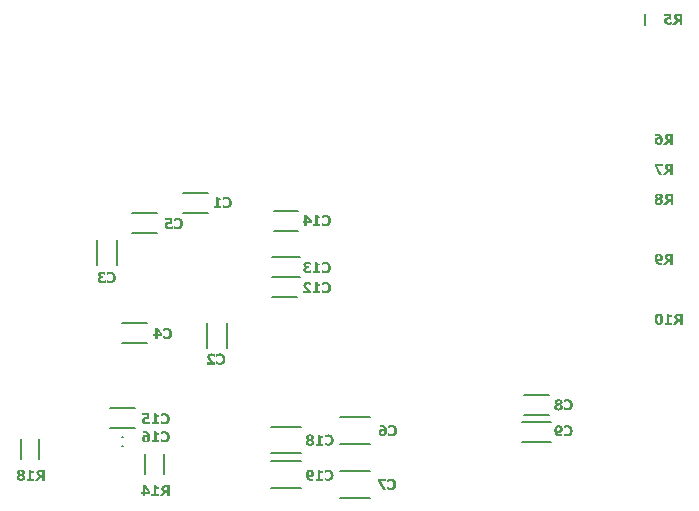
<source format=gbo>
G04*
G04 #@! TF.GenerationSoftware,Altium Limited,Altium Designer,24.2.2 (26)*
G04*
G04 Layer_Color=32896*
%FSLAX25Y25*%
%MOIN*%
G70*
G04*
G04 #@! TF.SameCoordinates,57EBE310-F326-475D-97A3-4CF97A274748*
G04*
G04*
G04 #@! TF.FilePolarity,Positive*
G04*
G01*
G75*
%ADD15C,0.00787*%
G36*
X292144Y258334D02*
X292284Y258319D01*
X292414Y258294D01*
X292539Y258259D01*
X292654Y258219D01*
X292759Y258174D01*
X292854Y258129D01*
X292944Y258084D01*
X293019Y258034D01*
X293089Y257989D01*
X293149Y257944D01*
X293194Y257904D01*
X293234Y257874D01*
X293264Y257844D01*
X293279Y257829D01*
X293284Y257824D01*
X293369Y257724D01*
X293439Y257619D01*
X293504Y257509D01*
X293559Y257394D01*
X293604Y257279D01*
X293644Y257169D01*
X293674Y257054D01*
X293699Y256949D01*
X293719Y256849D01*
X293734Y256754D01*
X293744Y256669D01*
X293749Y256599D01*
X293754Y256539D01*
X293759Y256494D01*
Y256464D01*
Y256459D01*
Y256454D01*
X293754Y256289D01*
X293739Y256139D01*
X293714Y255994D01*
X293684Y255859D01*
X293649Y255734D01*
X293609Y255624D01*
X293564Y255519D01*
X293519Y255424D01*
X293479Y255344D01*
X293434Y255269D01*
X293394Y255209D01*
X293359Y255159D01*
X293329Y255119D01*
X293304Y255094D01*
X293289Y255074D01*
X293284Y255069D01*
X293189Y254984D01*
X293094Y254909D01*
X292989Y254844D01*
X292884Y254784D01*
X292774Y254739D01*
X292669Y254699D01*
X292564Y254664D01*
X292459Y254639D01*
X292364Y254619D01*
X292279Y254604D01*
X292199Y254594D01*
X292129Y254589D01*
X292074Y254584D01*
X292029Y254579D01*
X291904D01*
X291819Y254584D01*
X291749Y254589D01*
X291694Y254594D01*
X291649Y254599D01*
X291614Y254604D01*
X291594Y254609D01*
X291589D01*
X291474Y254629D01*
X291424Y254644D01*
X291374Y254654D01*
X291329Y254664D01*
X291299Y254674D01*
X291274Y254679D01*
X291269D01*
X291169Y254714D01*
X291124Y254729D01*
X291084Y254744D01*
X291054Y254759D01*
X291024Y254769D01*
X291009Y254779D01*
X291004D01*
X290909Y254824D01*
X290869Y254839D01*
X290834Y254859D01*
X290809Y254869D01*
X290789Y254879D01*
X290774Y254889D01*
X290769D01*
Y255739D01*
X290854D01*
X290909Y255689D01*
X290959Y255644D01*
X290984Y255624D01*
X290999Y255614D01*
X291009Y255604D01*
X291014Y255599D01*
X291084Y255544D01*
X291154Y255494D01*
X291184Y255479D01*
X291209Y255464D01*
X291224Y255454D01*
X291229Y255449D01*
X291274Y255424D01*
X291319Y255394D01*
X291364Y255374D01*
X291409Y255354D01*
X291444Y255339D01*
X291474Y255324D01*
X291499Y255319D01*
X291504Y255314D01*
X291564Y255294D01*
X291624Y255284D01*
X291684Y255274D01*
X291734Y255264D01*
X291779D01*
X291814Y255259D01*
X291844D01*
X291909Y255264D01*
X291969Y255269D01*
X292029Y255279D01*
X292079Y255289D01*
X292124Y255299D01*
X292159Y255309D01*
X292179Y255319D01*
X292189D01*
X292249Y255344D01*
X292309Y255374D01*
X292364Y255409D01*
X292409Y255439D01*
X292449Y255469D01*
X292479Y255494D01*
X292499Y255509D01*
X292504Y255514D01*
X292554Y255569D01*
X292604Y255629D01*
X292644Y255694D01*
X292674Y255754D01*
X292704Y255804D01*
X292724Y255844D01*
X292734Y255874D01*
X292739Y255884D01*
X292769Y255974D01*
X292789Y256069D01*
X292804Y256164D01*
X292814Y256254D01*
X292819Y256329D01*
Y256364D01*
X292824Y256394D01*
Y256419D01*
Y256434D01*
Y256444D01*
Y256449D01*
X292819Y256564D01*
X292809Y256669D01*
X292799Y256764D01*
X292779Y256849D01*
X292764Y256914D01*
X292754Y256964D01*
X292749Y256979D01*
X292744Y256994D01*
X292739Y256999D01*
Y257004D01*
X292704Y257089D01*
X292669Y257164D01*
X292634Y257229D01*
X292599Y257284D01*
X292564Y257324D01*
X292539Y257354D01*
X292524Y257374D01*
X292519Y257379D01*
X292464Y257434D01*
X292409Y257479D01*
X292354Y257514D01*
X292309Y257544D01*
X292269Y257569D01*
X292234Y257584D01*
X292214Y257589D01*
X292209Y257594D01*
X292144Y257614D01*
X292084Y257634D01*
X292024Y257644D01*
X291969Y257649D01*
X291919Y257654D01*
X291884Y257659D01*
X291789D01*
X291729Y257649D01*
X291679Y257644D01*
X291629Y257634D01*
X291589Y257624D01*
X291559Y257614D01*
X291539Y257609D01*
X291534Y257604D01*
X291479Y257584D01*
X291424Y257559D01*
X291379Y257539D01*
X291334Y257519D01*
X291304Y257499D01*
X291274Y257489D01*
X291259Y257479D01*
X291254Y257474D01*
X291164Y257414D01*
X291129Y257389D01*
X291094Y257364D01*
X291069Y257344D01*
X291044Y257329D01*
X291034Y257319D01*
X291029Y257314D01*
X290959Y257259D01*
X290909Y257219D01*
X290889Y257199D01*
X290874Y257189D01*
X290869Y257184D01*
X290864Y257179D01*
X290769D01*
Y258034D01*
X290804Y258054D01*
X290844Y258074D01*
X290924Y258109D01*
X290959Y258124D01*
X290984Y258134D01*
X291004Y258139D01*
X291009Y258144D01*
X291109Y258189D01*
X291154Y258204D01*
X291194Y258219D01*
X291229Y258229D01*
X291254Y258239D01*
X291269Y258244D01*
X291274D01*
X291394Y258274D01*
X291449Y258284D01*
X291499Y258294D01*
X291544Y258304D01*
X291579Y258309D01*
X291599Y258314D01*
X291609D01*
X291739Y258329D01*
X291804Y258334D01*
X291864D01*
X291919Y258339D01*
X291994D01*
X292144Y258334D01*
D02*
G37*
G36*
X289139D02*
X289244Y258329D01*
X289344Y258314D01*
X289429Y258299D01*
X289499Y258284D01*
X289549Y258274D01*
X289569Y258269D01*
X289584Y258264D01*
X289589Y258259D01*
X289594D01*
X289684Y258229D01*
X289769Y258194D01*
X289839Y258159D01*
X289899Y258124D01*
X289949Y258094D01*
X289984Y258069D01*
X290004Y258054D01*
X290014Y258049D01*
X290074Y257994D01*
X290129Y257939D01*
X290174Y257889D01*
X290209Y257839D01*
X290239Y257799D01*
X290259Y257764D01*
X290269Y257744D01*
X290274Y257734D01*
X290304Y257669D01*
X290324Y257604D01*
X290339Y257539D01*
X290349Y257484D01*
X290354Y257434D01*
X290359Y257399D01*
Y257374D01*
Y257364D01*
X290354Y257264D01*
X290339Y257169D01*
X290319Y257089D01*
X290294Y257014D01*
X290274Y256954D01*
X290254Y256909D01*
X290239Y256879D01*
X290234Y256874D01*
Y256869D01*
X290179Y256789D01*
X290114Y256719D01*
X290039Y256654D01*
X289964Y256599D01*
X289899Y256554D01*
X289839Y256524D01*
X289819Y256509D01*
X289804Y256499D01*
X289794Y256494D01*
X289789D01*
Y256479D01*
X289904Y256424D01*
X290004Y256364D01*
X290089Y256309D01*
X290159Y256254D01*
X290214Y256204D01*
X290254Y256169D01*
X290274Y256144D01*
X290284Y256134D01*
X290339Y256054D01*
X290384Y255969D01*
X290414Y255879D01*
X290434Y255799D01*
X290444Y255729D01*
X290449Y255669D01*
X290454Y255649D01*
Y255634D01*
Y255624D01*
Y255619D01*
X290449Y255539D01*
X290439Y255464D01*
X290429Y255394D01*
X290414Y255334D01*
X290399Y255284D01*
X290384Y255244D01*
X290379Y255219D01*
X290374Y255209D01*
X290339Y255139D01*
X290299Y255074D01*
X290259Y255019D01*
X290214Y254969D01*
X290179Y254929D01*
X290149Y254899D01*
X290129Y254879D01*
X290119Y254874D01*
X290049Y254824D01*
X289974Y254779D01*
X289899Y254739D01*
X289829Y254709D01*
X289769Y254684D01*
X289719Y254664D01*
X289699Y254659D01*
X289684Y254654D01*
X289679Y254649D01*
X289674D01*
X289569Y254619D01*
X289459Y254599D01*
X289349Y254584D01*
X289249Y254574D01*
X289164Y254569D01*
X289129D01*
X289094Y254564D01*
X289034D01*
X288909Y254569D01*
X288794Y254579D01*
X288694Y254589D01*
X288604Y254604D01*
X288529Y254619D01*
X288499Y254624D01*
X288474Y254634D01*
X288454Y254639D01*
X288439D01*
X288434Y254644D01*
X288429D01*
X288334Y254679D01*
X288244Y254714D01*
X288169Y254754D01*
X288104Y254789D01*
X288049Y254824D01*
X288009Y254849D01*
X287989Y254869D01*
X287979Y254874D01*
X287914Y254929D01*
X287859Y254989D01*
X287809Y255049D01*
X287769Y255099D01*
X287739Y255149D01*
X287719Y255184D01*
X287704Y255209D01*
X287699Y255219D01*
X287664Y255294D01*
X287639Y255369D01*
X287624Y255444D01*
X287609Y255509D01*
X287604Y255564D01*
X287599Y255609D01*
Y255639D01*
Y255649D01*
X287604Y255769D01*
X287624Y255879D01*
X287654Y255974D01*
X287684Y256054D01*
X287714Y256124D01*
X287744Y256174D01*
X287754Y256189D01*
X287764Y256204D01*
X287769Y256209D01*
Y256214D01*
X287839Y256299D01*
X287924Y256374D01*
X288009Y256439D01*
X288099Y256499D01*
X288174Y256539D01*
X288209Y256559D01*
X288239Y256574D01*
X288264Y256584D01*
X288284Y256594D01*
X288294Y256599D01*
X288299D01*
Y256614D01*
X288189Y256669D01*
X288094Y256729D01*
X288019Y256784D01*
X287954Y256839D01*
X287904Y256889D01*
X287869Y256924D01*
X287844Y256949D01*
X287839Y256959D01*
X287789Y257039D01*
X287754Y257119D01*
X287724Y257199D01*
X287709Y257269D01*
X287699Y257334D01*
X287689Y257379D01*
Y257399D01*
Y257414D01*
Y257419D01*
Y257424D01*
X287694Y257494D01*
X287704Y257564D01*
X287719Y257624D01*
X287734Y257679D01*
X287749Y257724D01*
X287764Y257759D01*
X287774Y257779D01*
X287779Y257789D01*
X287814Y257849D01*
X287854Y257904D01*
X287894Y257954D01*
X287934Y257999D01*
X287974Y258034D01*
X288004Y258059D01*
X288024Y258074D01*
X288029Y258079D01*
X288094Y258119D01*
X288159Y258159D01*
X288229Y258189D01*
X288294Y258214D01*
X288349Y258234D01*
X288399Y258249D01*
X288429Y258259D01*
X288434Y258264D01*
X288439D01*
X288534Y258289D01*
X288634Y258309D01*
X288734Y258319D01*
X288824Y258329D01*
X288904Y258334D01*
X288939Y258339D01*
X289024D01*
X289139Y258334D01*
D02*
G37*
G36*
X117805Y231198D02*
X116900D01*
Y232523D01*
X116580D01*
X115575Y231198D01*
X114465D01*
X115685Y232733D01*
X115575Y232792D01*
X115475Y232862D01*
X115390Y232927D01*
X115315Y232993D01*
X115260Y233052D01*
X115220Y233098D01*
X115205Y233118D01*
X115195Y233133D01*
X115185Y233137D01*
Y233142D01*
X115120Y233247D01*
X115075Y233358D01*
X115040Y233472D01*
X115020Y233577D01*
X115005Y233672D01*
X115000Y233713D01*
Y233748D01*
X114995Y233777D01*
Y233798D01*
Y233812D01*
Y233818D01*
X115000Y233923D01*
X115015Y234017D01*
X115030Y234103D01*
X115050Y234173D01*
X115075Y234227D01*
X115090Y234267D01*
X115105Y234293D01*
X115110Y234302D01*
X115155Y234372D01*
X115205Y234433D01*
X115260Y234488D01*
X115310Y234532D01*
X115350Y234567D01*
X115390Y234597D01*
X115410Y234612D01*
X115420Y234617D01*
X115490Y234658D01*
X115565Y234693D01*
X115635Y234717D01*
X115700Y234737D01*
X115755Y234752D01*
X115795Y234763D01*
X115825Y234772D01*
X115835D01*
X115920Y234788D01*
X116010Y234798D01*
X116095Y234803D01*
X116175Y234807D01*
X116250Y234812D01*
X117805D01*
Y231198D01*
D02*
G37*
G36*
X113255Y234768D02*
X113265Y234722D01*
X113275Y234678D01*
X113285Y234643D01*
X113300Y234612D01*
X113310Y234593D01*
X113315Y234577D01*
X113320Y234573D01*
X113375Y234507D01*
X113435Y234457D01*
X113460Y234442D01*
X113480Y234427D01*
X113495Y234422D01*
X113500Y234418D01*
X113540Y234402D01*
X113585Y234387D01*
X113670Y234363D01*
X113705Y234358D01*
X113735Y234352D01*
X113760Y234348D01*
X113765D01*
X113885Y234337D01*
X113940Y234332D01*
X113990D01*
X114035Y234328D01*
X114095D01*
Y233737D01*
X113335D01*
Y231827D01*
X114095D01*
Y231198D01*
X111710D01*
Y231827D01*
X112455D01*
Y234823D01*
X113250D01*
X113255Y234768D01*
D02*
G37*
G36*
X109935Y234882D02*
X110040Y234877D01*
X110140Y234862D01*
X110225Y234847D01*
X110295Y234833D01*
X110345Y234823D01*
X110365Y234818D01*
X110380Y234812D01*
X110385Y234807D01*
X110390D01*
X110480Y234777D01*
X110565Y234742D01*
X110635Y234707D01*
X110695Y234672D01*
X110745Y234643D01*
X110780Y234617D01*
X110800Y234602D01*
X110810Y234597D01*
X110870Y234542D01*
X110925Y234488D01*
X110970Y234437D01*
X111005Y234387D01*
X111035Y234348D01*
X111055Y234313D01*
X111065Y234293D01*
X111070Y234282D01*
X111100Y234218D01*
X111120Y234153D01*
X111135Y234087D01*
X111145Y234033D01*
X111150Y233982D01*
X111155Y233947D01*
Y233923D01*
Y233912D01*
X111150Y233812D01*
X111135Y233717D01*
X111115Y233637D01*
X111090Y233562D01*
X111070Y233503D01*
X111050Y233457D01*
X111035Y233428D01*
X111030Y233422D01*
Y233418D01*
X110975Y233337D01*
X110910Y233267D01*
X110835Y233203D01*
X110760Y233148D01*
X110695Y233102D01*
X110635Y233072D01*
X110615Y233057D01*
X110600Y233048D01*
X110590Y233043D01*
X110585D01*
Y233028D01*
X110700Y232973D01*
X110800Y232912D01*
X110885Y232857D01*
X110955Y232803D01*
X111010Y232752D01*
X111050Y232717D01*
X111070Y232693D01*
X111080Y232682D01*
X111135Y232603D01*
X111180Y232518D01*
X111210Y232428D01*
X111230Y232347D01*
X111240Y232277D01*
X111245Y232218D01*
X111250Y232197D01*
Y232183D01*
Y232172D01*
Y232168D01*
X111245Y232087D01*
X111235Y232013D01*
X111225Y231943D01*
X111210Y231883D01*
X111195Y231833D01*
X111180Y231792D01*
X111175Y231768D01*
X111170Y231757D01*
X111135Y231687D01*
X111095Y231623D01*
X111055Y231568D01*
X111010Y231518D01*
X110975Y231477D01*
X110945Y231448D01*
X110925Y231428D01*
X110915Y231422D01*
X110845Y231372D01*
X110770Y231328D01*
X110695Y231288D01*
X110625Y231258D01*
X110565Y231233D01*
X110515Y231212D01*
X110495Y231207D01*
X110480Y231203D01*
X110475Y231198D01*
X110470D01*
X110365Y231168D01*
X110255Y231148D01*
X110145Y231133D01*
X110045Y231122D01*
X109960Y231118D01*
X109925D01*
X109890Y231113D01*
X109830D01*
X109705Y231118D01*
X109590Y231128D01*
X109490Y231137D01*
X109400Y231153D01*
X109325Y231168D01*
X109295Y231172D01*
X109270Y231183D01*
X109250Y231188D01*
X109235D01*
X109230Y231192D01*
X109225D01*
X109130Y231227D01*
X109040Y231262D01*
X108965Y231302D01*
X108900Y231337D01*
X108845Y231372D01*
X108805Y231398D01*
X108785Y231417D01*
X108775Y231422D01*
X108710Y231477D01*
X108655Y231538D01*
X108605Y231597D01*
X108565Y231647D01*
X108535Y231698D01*
X108515Y231733D01*
X108500Y231757D01*
X108495Y231768D01*
X108460Y231842D01*
X108435Y231918D01*
X108420Y231993D01*
X108405Y232057D01*
X108400Y232113D01*
X108395Y232157D01*
Y232188D01*
Y232197D01*
X108400Y232317D01*
X108420Y232428D01*
X108450Y232523D01*
X108480Y232603D01*
X108510Y232673D01*
X108540Y232722D01*
X108550Y232737D01*
X108560Y232752D01*
X108565Y232757D01*
Y232763D01*
X108635Y232847D01*
X108720Y232923D01*
X108805Y232987D01*
X108895Y233048D01*
X108970Y233087D01*
X109005Y233107D01*
X109035Y233122D01*
X109060Y233133D01*
X109080Y233142D01*
X109090Y233148D01*
X109095D01*
Y233162D01*
X108985Y233218D01*
X108890Y233278D01*
X108815Y233332D01*
X108750Y233387D01*
X108700Y233437D01*
X108665Y233472D01*
X108640Y233498D01*
X108635Y233507D01*
X108585Y233588D01*
X108550Y233667D01*
X108520Y233748D01*
X108505Y233818D01*
X108495Y233882D01*
X108485Y233927D01*
Y233947D01*
Y233962D01*
Y233967D01*
Y233973D01*
X108490Y234043D01*
X108500Y234113D01*
X108515Y234173D01*
X108530Y234227D01*
X108545Y234273D01*
X108560Y234308D01*
X108570Y234328D01*
X108575Y234337D01*
X108610Y234398D01*
X108650Y234453D01*
X108690Y234503D01*
X108730Y234547D01*
X108770Y234582D01*
X108800Y234608D01*
X108820Y234623D01*
X108825Y234628D01*
X108890Y234667D01*
X108955Y234707D01*
X109025Y234737D01*
X109090Y234763D01*
X109145Y234783D01*
X109195Y234798D01*
X109225Y234807D01*
X109230Y234812D01*
X109235D01*
X109330Y234838D01*
X109430Y234858D01*
X109530Y234868D01*
X109620Y234877D01*
X109700Y234882D01*
X109735Y234888D01*
X109820D01*
X109935Y234882D01*
D02*
G37*
G36*
X159432Y225992D02*
X158528D01*
Y227318D01*
X158207D01*
X157202Y225992D01*
X156093D01*
X157313Y227527D01*
X157202Y227588D01*
X157103Y227658D01*
X157018Y227723D01*
X156942Y227787D01*
X156887Y227848D01*
X156848Y227892D01*
X156833Y227912D01*
X156823Y227927D01*
X156813Y227933D01*
Y227938D01*
X156747Y228043D01*
X156702Y228152D01*
X156667Y228268D01*
X156648Y228373D01*
X156632Y228467D01*
X156628Y228507D01*
Y228542D01*
X156623Y228573D01*
Y228592D01*
Y228608D01*
Y228612D01*
X156628Y228717D01*
X156642Y228813D01*
X156658Y228898D01*
X156677Y228967D01*
X156702Y229023D01*
X156718Y229063D01*
X156732Y229087D01*
X156737Y229098D01*
X156782Y229168D01*
X156833Y229227D01*
X156887Y229282D01*
X156938Y229328D01*
X156977Y229363D01*
X157018Y229393D01*
X157037Y229408D01*
X157047Y229413D01*
X157117Y229452D01*
X157193Y229487D01*
X157263Y229513D01*
X157327Y229533D01*
X157383Y229548D01*
X157422Y229557D01*
X157452Y229568D01*
X157463D01*
X157547Y229583D01*
X157638Y229592D01*
X157722Y229597D01*
X157802Y229603D01*
X157878Y229608D01*
X159432D01*
Y225992D01*
D02*
G37*
G36*
X154883Y229562D02*
X154893Y229518D01*
X154903Y229472D01*
X154912Y229437D01*
X154928Y229408D01*
X154938Y229387D01*
X154943Y229373D01*
X154947Y229367D01*
X155002Y229303D01*
X155062Y229253D01*
X155087Y229238D01*
X155107Y229222D01*
X155122Y229218D01*
X155128Y229212D01*
X155167Y229198D01*
X155212Y229183D01*
X155298Y229157D01*
X155333Y229152D01*
X155362Y229148D01*
X155387Y229142D01*
X155393D01*
X155512Y229133D01*
X155568Y229128D01*
X155617D01*
X155663Y229122D01*
X155722D01*
Y228533D01*
X154963D01*
Y226623D01*
X155722D01*
Y225992D01*
X153338D01*
Y226623D01*
X154083D01*
Y229618D01*
X154877D01*
X154883Y229562D01*
D02*
G37*
G36*
X152922Y227502D02*
Y226833D01*
X151338D01*
Y225982D01*
X150458D01*
Y226833D01*
X149968D01*
Y227483D01*
X150458D01*
Y229608D01*
X151367D01*
X152922Y227502D01*
D02*
G37*
G36*
X330451Y283192D02*
X329546D01*
Y284518D01*
X329226D01*
X328221Y283192D01*
X327111D01*
X328331Y284728D01*
X328221Y284788D01*
X328121Y284858D01*
X328036Y284923D01*
X327961Y284987D01*
X327906Y285048D01*
X327866Y285092D01*
X327851Y285113D01*
X327841Y285127D01*
X327831Y285133D01*
Y285138D01*
X327766Y285243D01*
X327721Y285352D01*
X327686Y285468D01*
X327666Y285573D01*
X327651Y285667D01*
X327646Y285707D01*
Y285742D01*
X327641Y285772D01*
Y285792D01*
Y285807D01*
Y285812D01*
X327646Y285917D01*
X327661Y286013D01*
X327676Y286098D01*
X327696Y286168D01*
X327721Y286223D01*
X327736Y286262D01*
X327751Y286287D01*
X327756Y286297D01*
X327801Y286368D01*
X327851Y286427D01*
X327906Y286483D01*
X327956Y286527D01*
X327996Y286562D01*
X328036Y286593D01*
X328056Y286608D01*
X328066Y286613D01*
X328136Y286652D01*
X328211Y286687D01*
X328281Y286713D01*
X328346Y286733D01*
X328401Y286748D01*
X328441Y286757D01*
X328471Y286768D01*
X328481D01*
X328566Y286783D01*
X328656Y286792D01*
X328741Y286797D01*
X328821Y286803D01*
X328896Y286807D01*
X330451D01*
Y283192D01*
D02*
G37*
G36*
X325901Y286762D02*
X325911Y286718D01*
X325921Y286672D01*
X325931Y286637D01*
X325946Y286608D01*
X325956Y286588D01*
X325961Y286573D01*
X325966Y286567D01*
X326021Y286503D01*
X326081Y286453D01*
X326106Y286438D01*
X326126Y286422D01*
X326141Y286418D01*
X326146Y286413D01*
X326186Y286398D01*
X326231Y286383D01*
X326316Y286357D01*
X326351Y286352D01*
X326381Y286348D01*
X326406Y286343D01*
X326411D01*
X326531Y286333D01*
X326586Y286328D01*
X326636D01*
X326681Y286322D01*
X326741D01*
Y285733D01*
X325981D01*
Y283822D01*
X326741D01*
Y283192D01*
X324356D01*
Y283822D01*
X325101D01*
Y286818D01*
X325896D01*
X325901Y286762D01*
D02*
G37*
G36*
X322606Y286877D02*
X322726Y286862D01*
X322836Y286842D01*
X322926Y286823D01*
X323001Y286803D01*
X323031Y286792D01*
X323061Y286783D01*
X323081Y286772D01*
X323096Y286768D01*
X323101Y286762D01*
X323106D01*
X323201Y286713D01*
X323286Y286658D01*
X323361Y286597D01*
X323421Y286538D01*
X323471Y286483D01*
X323511Y286442D01*
X323531Y286413D01*
X323541Y286407D01*
Y286403D01*
X323601Y286308D01*
X323656Y286208D01*
X323696Y286107D01*
X323731Y286017D01*
X323756Y285938D01*
X323766Y285903D01*
X323776Y285873D01*
X323781Y285853D01*
X323786Y285833D01*
X323791Y285823D01*
Y285818D01*
X323816Y285683D01*
X323831Y285547D01*
X323846Y285407D01*
X323851Y285282D01*
X323856Y285223D01*
Y285168D01*
X323861Y285118D01*
Y285078D01*
Y285043D01*
Y285017D01*
Y285002D01*
Y284998D01*
X323856Y284827D01*
X323851Y284672D01*
X323836Y284538D01*
X323831Y284472D01*
X323821Y284418D01*
X323816Y284363D01*
X323811Y284317D01*
X323801Y284278D01*
X323796Y284243D01*
X323791Y284218D01*
Y284197D01*
X323786Y284188D01*
Y284183D01*
X323756Y284057D01*
X323716Y283943D01*
X323676Y283842D01*
X323636Y283757D01*
X323601Y283693D01*
X323571Y283637D01*
X323561Y283623D01*
X323551Y283608D01*
X323546Y283602D01*
Y283597D01*
X323481Y283512D01*
X323411Y283442D01*
X323336Y283378D01*
X323271Y283328D01*
X323206Y283288D01*
X323161Y283262D01*
X323141Y283253D01*
X323126Y283243D01*
X323121Y283238D01*
X323116D01*
X323011Y283197D01*
X322901Y283168D01*
X322796Y283148D01*
X322696Y283133D01*
X322606Y283122D01*
X322566D01*
X322536Y283118D01*
X322471D01*
X322331Y283122D01*
X322206Y283137D01*
X322096Y283157D01*
X322006Y283177D01*
X321926Y283197D01*
X321896Y283208D01*
X321871Y283218D01*
X321851Y283227D01*
X321836Y283232D01*
X321831Y283238D01*
X321826D01*
X321731Y283288D01*
X321646Y283343D01*
X321571Y283402D01*
X321511Y283463D01*
X321461Y283512D01*
X321426Y283553D01*
X321401Y283582D01*
X321396Y283588D01*
Y283593D01*
X321336Y283687D01*
X321291Y283783D01*
X321246Y283882D01*
X321216Y283973D01*
X321186Y284052D01*
X321176Y284087D01*
X321171Y284118D01*
X321166Y284142D01*
X321161Y284162D01*
X321156Y284173D01*
Y284177D01*
X321131Y284313D01*
X321111Y284457D01*
X321096Y284593D01*
X321086Y284722D01*
X321081Y284777D01*
Y284833D01*
X321076Y284877D01*
Y284917D01*
Y284952D01*
Y284978D01*
Y284993D01*
Y284998D01*
X321081Y285162D01*
X321086Y285317D01*
X321101Y285453D01*
X321106Y285512D01*
X321111Y285573D01*
X321121Y285623D01*
X321126Y285667D01*
X321131Y285707D01*
X321141Y285742D01*
X321146Y285768D01*
Y285788D01*
X321151Y285798D01*
Y285803D01*
X321181Y285928D01*
X321221Y286042D01*
X321261Y286142D01*
X321301Y286227D01*
X321336Y286297D01*
X321366Y286348D01*
X321376Y286368D01*
X321386Y286383D01*
X321391Y286387D01*
Y286392D01*
X321456Y286477D01*
X321531Y286553D01*
X321601Y286613D01*
X321671Y286667D01*
X321731Y286707D01*
X321776Y286733D01*
X321796Y286742D01*
X321811Y286753D01*
X321816Y286757D01*
X321821D01*
X321921Y286797D01*
X322031Y286827D01*
X322141Y286853D01*
X322241Y286867D01*
X322336Y286877D01*
X322371D01*
X322406Y286882D01*
X322471D01*
X322606Y286877D01*
D02*
G37*
G36*
X322557Y306875D02*
X322662Y306865D01*
X322762Y306850D01*
X322847Y306830D01*
X322917Y306810D01*
X322967Y306795D01*
X322987Y306790D01*
X323002Y306785D01*
X323007Y306780D01*
X323012D01*
X323102Y306740D01*
X323187Y306695D01*
X323262Y306650D01*
X323322Y306605D01*
X323372Y306565D01*
X323412Y306535D01*
X323432Y306515D01*
X323442Y306505D01*
X323502Y306435D01*
X323557Y306365D01*
X323602Y306295D01*
X323642Y306230D01*
X323672Y306170D01*
X323692Y306125D01*
X323707Y306095D01*
X323712Y306090D01*
Y306085D01*
X323742Y305995D01*
X323767Y305905D01*
X323782Y305815D01*
X323797Y305735D01*
X323802Y305670D01*
X323807Y305615D01*
Y305595D01*
Y305580D01*
Y305570D01*
Y305565D01*
X323802Y305435D01*
X323792Y305320D01*
X323772Y305215D01*
X323752Y305130D01*
X323737Y305060D01*
X323717Y305010D01*
X323712Y304995D01*
X323707Y304980D01*
X323702Y304975D01*
Y304970D01*
X323657Y304890D01*
X323607Y304815D01*
X323562Y304750D01*
X323512Y304695D01*
X323472Y304655D01*
X323437Y304620D01*
X323417Y304600D01*
X323407Y304595D01*
X323352Y304560D01*
X323297Y304525D01*
X323247Y304500D01*
X323197Y304480D01*
X323157Y304460D01*
X323127Y304450D01*
X323102Y304445D01*
X323097Y304440D01*
X322967Y304415D01*
X322907Y304405D01*
X322852Y304400D01*
X322807D01*
X322767Y304395D01*
X322737D01*
X322647Y304400D01*
X322567Y304405D01*
X322497Y304415D01*
X322442Y304425D01*
X322392Y304435D01*
X322357Y304445D01*
X322332Y304455D01*
X322327D01*
X322262Y304480D01*
X322197Y304510D01*
X322137Y304545D01*
X322082Y304575D01*
X322032Y304600D01*
X321997Y304625D01*
X321972Y304640D01*
X321962Y304645D01*
X321977Y304555D01*
X321992Y304480D01*
X322012Y304410D01*
X322032Y304350D01*
X322047Y304305D01*
X322062Y304270D01*
X322072Y304250D01*
X322077Y304240D01*
X322107Y304185D01*
X322142Y304130D01*
X322177Y304085D01*
X322207Y304050D01*
X322237Y304015D01*
X322262Y303995D01*
X322277Y303980D01*
X322282Y303975D01*
X322327Y303940D01*
X322377Y303905D01*
X322427Y303880D01*
X322467Y303860D01*
X322507Y303845D01*
X322537Y303835D01*
X322562Y303825D01*
X322567D01*
X322692Y303800D01*
X322747Y303790D01*
X322797Y303785D01*
X322842D01*
X322877Y303780D01*
X322987D01*
X323052Y303785D01*
X323112Y303790D01*
X323162Y303800D01*
X323202Y303805D01*
X323227Y303810D01*
X323247Y303815D01*
X323252D01*
X323297Y303830D01*
X323332Y303845D01*
X323367Y303855D01*
X323392Y303870D01*
X323417Y303875D01*
X323432Y303885D01*
X323437Y303890D01*
X323512D01*
Y303185D01*
X323482Y303180D01*
X323447Y303170D01*
X323367Y303160D01*
X323332Y303155D01*
X323302Y303150D01*
X323282Y303145D01*
X323272D01*
X323202Y303135D01*
X323137Y303130D01*
X323077Y303125D01*
X323027D01*
X322982Y303120D01*
X322917D01*
X322737Y303125D01*
X322572Y303145D01*
X322497Y303155D01*
X322427Y303165D01*
X322362Y303180D01*
X322302Y303195D01*
X322247Y303205D01*
X322202Y303220D01*
X322162Y303230D01*
X322127Y303245D01*
X322102Y303250D01*
X322082Y303260D01*
X322072Y303265D01*
X322067D01*
X321942Y303325D01*
X321832Y303395D01*
X321732Y303465D01*
X321647Y303535D01*
X321577Y303600D01*
X321527Y303650D01*
X321512Y303670D01*
X321497Y303685D01*
X321492Y303690D01*
X321487Y303695D01*
X321407Y303800D01*
X321342Y303915D01*
X321282Y304025D01*
X321237Y304130D01*
X321202Y304220D01*
X321187Y304255D01*
X321177Y304290D01*
X321167Y304320D01*
X321162Y304340D01*
X321157Y304350D01*
Y304355D01*
X321122Y304500D01*
X321092Y304650D01*
X321072Y304790D01*
X321062Y304920D01*
X321057Y304980D01*
X321052Y305035D01*
Y305080D01*
X321047Y305120D01*
Y305155D01*
Y305180D01*
Y305195D01*
Y305200D01*
X321052Y305365D01*
X321062Y305515D01*
X321082Y305650D01*
X321092Y305710D01*
X321102Y305765D01*
X321112Y305815D01*
X321122Y305860D01*
X321132Y305895D01*
X321142Y305925D01*
X321147Y305950D01*
X321152Y305970D01*
X321157Y305980D01*
Y305985D01*
X321202Y306100D01*
X321247Y306205D01*
X321297Y306295D01*
X321347Y306375D01*
X321392Y306435D01*
X321427Y306480D01*
X321452Y306510D01*
X321462Y306520D01*
X321532Y306585D01*
X321602Y306640D01*
X321672Y306685D01*
X321737Y306725D01*
X321797Y306750D01*
X321842Y306775D01*
X321872Y306785D01*
X321877Y306790D01*
X321882D01*
X321977Y306820D01*
X322072Y306840D01*
X322167Y306860D01*
X322252Y306870D01*
X322327Y306875D01*
X322362D01*
X322387Y306880D01*
X322442D01*
X322557Y306875D01*
D02*
G37*
G36*
X327207Y303190D02*
X326302D01*
Y304515D01*
X325982D01*
X324977Y303190D01*
X323867D01*
X325087Y304725D01*
X324977Y304785D01*
X324877Y304855D01*
X324792Y304920D01*
X324717Y304985D01*
X324662Y305045D01*
X324622Y305090D01*
X324607Y305110D01*
X324597Y305125D01*
X324587Y305130D01*
Y305135D01*
X324522Y305240D01*
X324477Y305350D01*
X324442Y305465D01*
X324422Y305570D01*
X324407Y305665D01*
X324402Y305705D01*
Y305740D01*
X324397Y305770D01*
Y305790D01*
Y305805D01*
Y305810D01*
X324402Y305915D01*
X324417Y306010D01*
X324432Y306095D01*
X324452Y306165D01*
X324477Y306220D01*
X324492Y306260D01*
X324507Y306285D01*
X324512Y306295D01*
X324557Y306365D01*
X324607Y306425D01*
X324662Y306480D01*
X324712Y306525D01*
X324752Y306560D01*
X324792Y306590D01*
X324812Y306605D01*
X324822Y306610D01*
X324892Y306650D01*
X324967Y306685D01*
X325037Y306710D01*
X325102Y306730D01*
X325157Y306745D01*
X325197Y306755D01*
X325227Y306765D01*
X325237D01*
X325322Y306780D01*
X325412Y306790D01*
X325497Y306795D01*
X325577Y306800D01*
X325652Y306805D01*
X327207D01*
Y303190D01*
D02*
G37*
G36*
X327250Y323198D02*
X326345D01*
Y324522D01*
X326025D01*
X325020Y323198D01*
X323910D01*
X325130Y324732D01*
X325020Y324793D01*
X324920Y324863D01*
X324835Y324927D01*
X324760Y324992D01*
X324705Y325052D01*
X324665Y325097D01*
X324650Y325117D01*
X324640Y325132D01*
X324630Y325137D01*
Y325143D01*
X324565Y325248D01*
X324520Y325358D01*
X324485Y325472D01*
X324465Y325577D01*
X324450Y325673D01*
X324445Y325712D01*
Y325747D01*
X324440Y325778D01*
Y325798D01*
Y325813D01*
Y325817D01*
X324445Y325922D01*
X324460Y326017D01*
X324475Y326102D01*
X324495Y326172D01*
X324520Y326227D01*
X324535Y326268D01*
X324550Y326292D01*
X324555Y326303D01*
X324600Y326373D01*
X324650Y326432D01*
X324705Y326487D01*
X324755Y326533D01*
X324795Y326568D01*
X324835Y326597D01*
X324855Y326612D01*
X324865Y326618D01*
X324935Y326658D01*
X325010Y326693D01*
X325080Y326717D01*
X325145Y326737D01*
X325200Y326752D01*
X325240Y326763D01*
X325270Y326772D01*
X325280D01*
X325365Y326787D01*
X325455Y326798D01*
X325540Y326802D01*
X325620Y326807D01*
X325695Y326813D01*
X327250D01*
Y323198D01*
D02*
G37*
G36*
X322545Y326883D02*
X322650Y326877D01*
X322750Y326863D01*
X322835Y326848D01*
X322905Y326833D01*
X322955Y326822D01*
X322975Y326817D01*
X322990Y326813D01*
X322995Y326807D01*
X323000D01*
X323090Y326778D01*
X323175Y326743D01*
X323245Y326708D01*
X323305Y326673D01*
X323355Y326642D01*
X323390Y326618D01*
X323410Y326603D01*
X323420Y326597D01*
X323480Y326542D01*
X323535Y326487D01*
X323580Y326437D01*
X323615Y326388D01*
X323645Y326347D01*
X323665Y326312D01*
X323675Y326292D01*
X323680Y326283D01*
X323710Y326218D01*
X323730Y326152D01*
X323745Y326087D01*
X323755Y326032D01*
X323760Y325982D01*
X323765Y325947D01*
Y325922D01*
Y325912D01*
X323760Y325813D01*
X323745Y325717D01*
X323725Y325638D01*
X323700Y325563D01*
X323680Y325502D01*
X323660Y325458D01*
X323645Y325428D01*
X323640Y325423D01*
Y325417D01*
X323585Y325338D01*
X323520Y325268D01*
X323445Y325202D01*
X323370Y325148D01*
X323305Y325102D01*
X323245Y325073D01*
X323225Y325058D01*
X323210Y325047D01*
X323200Y325043D01*
X323195D01*
Y325027D01*
X323310Y324973D01*
X323410Y324913D01*
X323495Y324857D01*
X323565Y324802D01*
X323620Y324752D01*
X323660Y324717D01*
X323680Y324693D01*
X323690Y324682D01*
X323745Y324603D01*
X323790Y324517D01*
X323820Y324428D01*
X323840Y324347D01*
X323850Y324277D01*
X323855Y324218D01*
X323860Y324198D01*
Y324183D01*
Y324172D01*
Y324167D01*
X323855Y324088D01*
X323845Y324012D01*
X323835Y323942D01*
X323820Y323883D01*
X323805Y323833D01*
X323790Y323793D01*
X323785Y323767D01*
X323780Y323758D01*
X323745Y323688D01*
X323705Y323622D01*
X323665Y323568D01*
X323620Y323517D01*
X323585Y323478D01*
X323555Y323447D01*
X323535Y323428D01*
X323525Y323423D01*
X323455Y323373D01*
X323380Y323327D01*
X323305Y323288D01*
X323235Y323257D01*
X323175Y323233D01*
X323125Y323213D01*
X323105Y323207D01*
X323090Y323202D01*
X323085Y323198D01*
X323080D01*
X322975Y323167D01*
X322865Y323148D01*
X322755Y323132D01*
X322655Y323123D01*
X322570Y323117D01*
X322535D01*
X322500Y323113D01*
X322440D01*
X322315Y323117D01*
X322200Y323128D01*
X322100Y323137D01*
X322010Y323152D01*
X321935Y323167D01*
X321905Y323172D01*
X321880Y323183D01*
X321860Y323187D01*
X321845D01*
X321840Y323193D01*
X321835D01*
X321740Y323228D01*
X321650Y323263D01*
X321575Y323303D01*
X321510Y323338D01*
X321455Y323373D01*
X321415Y323397D01*
X321395Y323417D01*
X321385Y323423D01*
X321320Y323478D01*
X321265Y323537D01*
X321215Y323598D01*
X321175Y323647D01*
X321145Y323697D01*
X321125Y323732D01*
X321110Y323758D01*
X321105Y323767D01*
X321070Y323843D01*
X321045Y323918D01*
X321030Y323992D01*
X321015Y324058D01*
X321010Y324113D01*
X321005Y324158D01*
Y324187D01*
Y324198D01*
X321010Y324318D01*
X321030Y324428D01*
X321060Y324522D01*
X321090Y324603D01*
X321120Y324673D01*
X321150Y324723D01*
X321160Y324738D01*
X321170Y324752D01*
X321175Y324758D01*
Y324763D01*
X321245Y324848D01*
X321330Y324922D01*
X321415Y324988D01*
X321505Y325047D01*
X321580Y325087D01*
X321615Y325108D01*
X321645Y325122D01*
X321670Y325132D01*
X321690Y325143D01*
X321700Y325148D01*
X321705D01*
Y325163D01*
X321595Y325218D01*
X321500Y325277D01*
X321425Y325332D01*
X321360Y325388D01*
X321310Y325437D01*
X321275Y325472D01*
X321250Y325498D01*
X321245Y325507D01*
X321195Y325588D01*
X321160Y325668D01*
X321130Y325747D01*
X321115Y325817D01*
X321105Y325883D01*
X321095Y325927D01*
Y325947D01*
Y325962D01*
Y325968D01*
Y325973D01*
X321100Y326043D01*
X321110Y326113D01*
X321125Y326172D01*
X321140Y326227D01*
X321155Y326273D01*
X321170Y326308D01*
X321180Y326327D01*
X321185Y326338D01*
X321220Y326397D01*
X321260Y326452D01*
X321300Y326502D01*
X321340Y326548D01*
X321380Y326583D01*
X321410Y326607D01*
X321430Y326623D01*
X321435Y326627D01*
X321500Y326667D01*
X321565Y326708D01*
X321635Y326737D01*
X321700Y326763D01*
X321755Y326782D01*
X321805Y326798D01*
X321835Y326807D01*
X321840Y326813D01*
X321845D01*
X321940Y326837D01*
X322040Y326857D01*
X322140Y326868D01*
X322230Y326877D01*
X322310Y326883D01*
X322345Y326887D01*
X322430D01*
X322545Y326883D01*
D02*
G37*
G36*
X327215Y333192D02*
X326310D01*
Y334518D01*
X325990D01*
X324985Y333192D01*
X323875D01*
X325095Y334728D01*
X324985Y334788D01*
X324885Y334858D01*
X324800Y334923D01*
X324725Y334987D01*
X324670Y335048D01*
X324630Y335092D01*
X324615Y335113D01*
X324605Y335127D01*
X324595Y335133D01*
Y335138D01*
X324530Y335243D01*
X324485Y335352D01*
X324450Y335468D01*
X324430Y335573D01*
X324415Y335667D01*
X324410Y335707D01*
Y335742D01*
X324405Y335772D01*
Y335792D01*
Y335807D01*
Y335812D01*
X324410Y335917D01*
X324425Y336013D01*
X324440Y336098D01*
X324460Y336168D01*
X324485Y336223D01*
X324500Y336262D01*
X324515Y336287D01*
X324520Y336297D01*
X324565Y336368D01*
X324615Y336427D01*
X324670Y336483D01*
X324720Y336527D01*
X324760Y336562D01*
X324800Y336593D01*
X324820Y336608D01*
X324830Y336613D01*
X324900Y336652D01*
X324975Y336687D01*
X325045Y336713D01*
X325110Y336733D01*
X325165Y336748D01*
X325205Y336757D01*
X325235Y336768D01*
X325245D01*
X325330Y336783D01*
X325420Y336792D01*
X325505Y336797D01*
X325585Y336803D01*
X325660Y336807D01*
X327215D01*
Y333192D01*
D02*
G37*
G36*
X323695Y336127D02*
X321980D01*
X323585Y333192D01*
X322580D01*
X321040Y336087D01*
Y336807D01*
X323695D01*
Y336127D01*
D02*
G37*
G36*
X322090Y346872D02*
X322255Y346852D01*
X322330Y346843D01*
X322400Y346828D01*
X322460Y346813D01*
X322520Y346802D01*
X322575Y346788D01*
X322620Y346773D01*
X322665Y346758D01*
X322695Y346747D01*
X322725Y346738D01*
X322745Y346727D01*
X322755Y346723D01*
X322760D01*
X322885Y346662D01*
X323000Y346592D01*
X323100Y346522D01*
X323185Y346458D01*
X323250Y346397D01*
X323300Y346347D01*
X323315Y346327D01*
X323330Y346312D01*
X323335Y346307D01*
X323340Y346303D01*
X323420Y346193D01*
X323490Y346082D01*
X323545Y345972D01*
X323590Y345867D01*
X323625Y345778D01*
X323640Y345743D01*
X323650Y345708D01*
X323660Y345683D01*
X323665Y345662D01*
X323670Y345653D01*
Y345648D01*
X323705Y345508D01*
X323730Y345362D01*
X323745Y345222D01*
X323755Y345093D01*
X323760Y345033D01*
X323765Y344977D01*
Y344928D01*
X323770Y344887D01*
Y344852D01*
Y344828D01*
Y344812D01*
Y344808D01*
X323765Y344642D01*
X323755Y344493D01*
X323735Y344357D01*
X323725Y344298D01*
X323715Y344243D01*
X323710Y344193D01*
X323700Y344147D01*
X323690Y344108D01*
X323680Y344077D01*
X323675Y344053D01*
X323670Y344033D01*
X323665Y344022D01*
Y344018D01*
X323620Y343898D01*
X323570Y343793D01*
X323515Y343703D01*
X323465Y343622D01*
X323420Y343563D01*
X323385Y343517D01*
X323360Y343488D01*
X323350Y343478D01*
X323280Y343418D01*
X323210Y343362D01*
X323140Y343318D01*
X323075Y343278D01*
X323015Y343252D01*
X322970Y343228D01*
X322940Y343217D01*
X322935Y343213D01*
X322930D01*
X322835Y343182D01*
X322735Y343162D01*
X322640Y343143D01*
X322555Y343132D01*
X322480Y343127D01*
X322445D01*
X322420Y343123D01*
X322365D01*
X322250Y343127D01*
X322140Y343138D01*
X322040Y343158D01*
X321945Y343178D01*
X321855Y343208D01*
X321775Y343237D01*
X321700Y343272D01*
X321635Y343307D01*
X321575Y343337D01*
X321520Y343373D01*
X321480Y343403D01*
X321440Y343432D01*
X321410Y343453D01*
X321390Y343473D01*
X321380Y343482D01*
X321375Y343488D01*
X321310Y343558D01*
X321255Y343633D01*
X321205Y343707D01*
X321165Y343788D01*
X321130Y343867D01*
X321100Y343942D01*
X321075Y344018D01*
X321055Y344092D01*
X321040Y344163D01*
X321030Y344222D01*
X321020Y344278D01*
X321015Y344327D01*
X321010Y344368D01*
Y344397D01*
Y344418D01*
Y344423D01*
X321015Y344552D01*
X321030Y344668D01*
X321045Y344773D01*
X321065Y344858D01*
X321090Y344928D01*
X321105Y344977D01*
X321115Y344992D01*
X321120Y345007D01*
X321125Y345012D01*
Y345018D01*
X321170Y345103D01*
X321215Y345178D01*
X321265Y345243D01*
X321315Y345298D01*
X321355Y345338D01*
X321390Y345373D01*
X321410Y345392D01*
X321420Y345397D01*
X321525Y345462D01*
X321575Y345487D01*
X321625Y345513D01*
X321665Y345528D01*
X321695Y345537D01*
X321715Y345548D01*
X321725D01*
X321790Y345567D01*
X321855Y345578D01*
X321915Y345587D01*
X321970Y345598D01*
X322020D01*
X322055Y345602D01*
X322090D01*
X322175Y345598D01*
X322250Y345592D01*
X322320Y345583D01*
X322385Y345567D01*
X322435Y345552D01*
X322470Y345543D01*
X322495Y345537D01*
X322505Y345532D01*
X322635Y345478D01*
X322700Y345443D01*
X322750Y345417D01*
X322800Y345392D01*
X322835Y345373D01*
X322855Y345357D01*
X322865Y345353D01*
X322835Y345497D01*
X322795Y345627D01*
X322750Y345738D01*
X322700Y345828D01*
X322655Y345898D01*
X322635Y345928D01*
X322615Y345953D01*
X322600Y345968D01*
X322590Y345983D01*
X322580Y345992D01*
X322535Y346033D01*
X322485Y346068D01*
X322380Y346123D01*
X322270Y346163D01*
X322165Y346187D01*
X322070Y346207D01*
X322030Y346213D01*
X321995D01*
X321965Y346217D01*
X321855D01*
X321790Y346213D01*
X321735Y346207D01*
X321685Y346198D01*
X321645Y346193D01*
X321615Y346182D01*
X321595Y346178D01*
X321590D01*
X321540Y346163D01*
X321495Y346147D01*
X321460Y346137D01*
X321435Y346128D01*
X321410Y346117D01*
X321395Y346112D01*
X321390Y346108D01*
X321315D01*
Y346813D01*
X321345Y346817D01*
X321385Y346828D01*
X321465Y346837D01*
X321505Y346843D01*
X321535Y346848D01*
X321555Y346852D01*
X321565D01*
X321695Y346867D01*
X321750Y346872D01*
X321805D01*
X321850Y346878D01*
X321915D01*
X322090Y346872D01*
D02*
G37*
G36*
X327245Y343197D02*
X326340D01*
Y344523D01*
X326020D01*
X325015Y343197D01*
X323905D01*
X325125Y344732D01*
X325015Y344793D01*
X324915Y344863D01*
X324830Y344928D01*
X324755Y344992D01*
X324700Y345053D01*
X324660Y345097D01*
X324645Y345117D01*
X324635Y345132D01*
X324625Y345138D01*
Y345143D01*
X324560Y345248D01*
X324515Y345357D01*
X324480Y345473D01*
X324460Y345578D01*
X324445Y345672D01*
X324440Y345712D01*
Y345747D01*
X324435Y345778D01*
Y345797D01*
Y345813D01*
Y345817D01*
X324440Y345922D01*
X324455Y346018D01*
X324470Y346102D01*
X324490Y346172D01*
X324515Y346228D01*
X324530Y346268D01*
X324545Y346292D01*
X324550Y346303D01*
X324595Y346373D01*
X324645Y346432D01*
X324700Y346487D01*
X324750Y346533D01*
X324790Y346568D01*
X324830Y346598D01*
X324850Y346613D01*
X324860Y346618D01*
X324930Y346657D01*
X325005Y346692D01*
X325075Y346718D01*
X325140Y346738D01*
X325195Y346753D01*
X325235Y346762D01*
X325265Y346773D01*
X325275D01*
X325360Y346788D01*
X325450Y346797D01*
X325535Y346802D01*
X325615Y346808D01*
X325690Y346813D01*
X327245D01*
Y343197D01*
D02*
G37*
G36*
X326649Y384815D02*
X326574D01*
X326464Y384840D01*
X326409Y384850D01*
X326359Y384860D01*
X326314Y384870D01*
X326279Y384875D01*
X326259Y384880D01*
X326249D01*
X326109Y384900D01*
X326044Y384905D01*
X325984Y384910D01*
X325934Y384915D01*
X325859D01*
X325754Y384910D01*
X325704Y384905D01*
X325659D01*
X325614Y384900D01*
X325584Y384895D01*
X325564Y384890D01*
X325554D01*
X325489Y384880D01*
X325434Y384865D01*
X325384Y384845D01*
X325339Y384830D01*
X325304Y384810D01*
X325274Y384800D01*
X325259Y384790D01*
X325254Y384785D01*
X325199Y384735D01*
X325154Y384690D01*
X325139Y384665D01*
X325129Y384650D01*
X325119Y384640D01*
Y384635D01*
X325099Y384600D01*
X325089Y384565D01*
X325069Y384490D01*
Y384460D01*
X325064Y384435D01*
Y384420D01*
Y384415D01*
Y384360D01*
X325069Y384315D01*
X325079Y384275D01*
X325084Y384240D01*
X325094Y384210D01*
X325104Y384190D01*
X325109Y384180D01*
Y384175D01*
X325144Y384110D01*
X325179Y384060D01*
X325199Y384040D01*
X325209Y384025D01*
X325219Y384015D01*
X325224Y384010D01*
X325264Y383980D01*
X325309Y383955D01*
X325394Y383915D01*
X325429Y383900D01*
X325459Y383890D01*
X325484Y383885D01*
X325489D01*
X325604Y383865D01*
X325654Y383860D01*
X325699Y383855D01*
X325734Y383850D01*
X325849D01*
X325904Y383855D01*
X325954Y383860D01*
X325999Y383865D01*
X326039Y383870D01*
X326064Y383875D01*
X326084Y383880D01*
X326089D01*
X326184Y383910D01*
X326229Y383920D01*
X326269Y383935D01*
X326299Y383945D01*
X326324Y383955D01*
X326344Y383965D01*
X326349D01*
X326399Y383985D01*
X326439Y384005D01*
X326479Y384025D01*
X326509Y384040D01*
X326534Y384050D01*
X326554Y384060D01*
X326564Y384070D01*
X326569D01*
X326629Y384105D01*
X326679Y384135D01*
X326699Y384145D01*
X326714Y384155D01*
X326719Y384160D01*
X326804D01*
Y383370D01*
X326729Y383340D01*
X326654Y383315D01*
X326574Y383290D01*
X326499Y383270D01*
X326429Y383250D01*
X326379Y383235D01*
X326359Y383230D01*
X326344D01*
X326334Y383225D01*
X326329D01*
X326214Y383205D01*
X326094Y383185D01*
X325979Y383175D01*
X325869Y383165D01*
X325774Y383160D01*
X325734D01*
X325699Y383155D01*
X325634D01*
X325499Y383160D01*
X325374Y383170D01*
X325264Y383185D01*
X325169Y383200D01*
X325094Y383215D01*
X325064Y383225D01*
X325039Y383230D01*
X325019Y383235D01*
X325004Y383240D01*
X324999Y383245D01*
X324994D01*
X324899Y383285D01*
X324809Y383325D01*
X324734Y383370D01*
X324669Y383415D01*
X324614Y383455D01*
X324574Y383485D01*
X324549Y383505D01*
X324539Y383515D01*
X324474Y383585D01*
X324414Y383655D01*
X324364Y383725D01*
X324324Y383790D01*
X324294Y383845D01*
X324274Y383890D01*
X324259Y383920D01*
X324254Y383925D01*
Y383930D01*
X324219Y384020D01*
X324194Y384115D01*
X324179Y384200D01*
X324164Y384280D01*
X324159Y384350D01*
X324154Y384405D01*
Y384425D01*
Y384440D01*
Y384445D01*
Y384450D01*
X324159Y384565D01*
X324174Y384675D01*
X324189Y384765D01*
X324209Y384845D01*
X324234Y384910D01*
X324249Y384960D01*
X324264Y384990D01*
X324269Y385000D01*
X324314Y385080D01*
X324369Y385150D01*
X324424Y385215D01*
X324474Y385265D01*
X324519Y385305D01*
X324559Y385335D01*
X324584Y385355D01*
X324594Y385360D01*
X324659Y385400D01*
X324724Y385430D01*
X324794Y385460D01*
X324854Y385480D01*
X324904Y385500D01*
X324949Y385510D01*
X324974Y385520D01*
X324984D01*
X325069Y385540D01*
X325154Y385550D01*
X325234Y385560D01*
X325304Y385570D01*
X325369D01*
X325419Y385575D01*
X325564D01*
X325589Y385570D01*
X325624D01*
X325694Y385565D01*
X325744D01*
X325764Y385560D01*
X325794D01*
Y386165D01*
X324254D01*
Y386845D01*
X326649D01*
Y384815D01*
D02*
G37*
G36*
X330329Y383230D02*
X329424D01*
Y384555D01*
X329104D01*
X328099Y383230D01*
X326989D01*
X328209Y384765D01*
X328099Y384825D01*
X327999Y384895D01*
X327914Y384960D01*
X327839Y385025D01*
X327784Y385085D01*
X327744Y385130D01*
X327729Y385150D01*
X327719Y385165D01*
X327709Y385170D01*
Y385175D01*
X327644Y385280D01*
X327599Y385390D01*
X327564Y385505D01*
X327544Y385610D01*
X327529Y385705D01*
X327524Y385745D01*
Y385780D01*
X327519Y385810D01*
Y385830D01*
Y385845D01*
Y385850D01*
X327524Y385955D01*
X327539Y386050D01*
X327554Y386135D01*
X327574Y386205D01*
X327599Y386260D01*
X327614Y386300D01*
X327629Y386325D01*
X327634Y386335D01*
X327679Y386405D01*
X327729Y386465D01*
X327784Y386520D01*
X327834Y386565D01*
X327874Y386600D01*
X327914Y386630D01*
X327934Y386645D01*
X327944Y386650D01*
X328014Y386690D01*
X328089Y386725D01*
X328159Y386750D01*
X328224Y386770D01*
X328279Y386785D01*
X328319Y386795D01*
X328349Y386805D01*
X328359D01*
X328444Y386820D01*
X328534Y386830D01*
X328619Y386835D01*
X328699Y386840D01*
X328774Y386845D01*
X330329D01*
Y383230D01*
D02*
G37*
G36*
X206290Y234875D02*
X206395Y234865D01*
X206495Y234850D01*
X206580Y234830D01*
X206650Y234810D01*
X206700Y234795D01*
X206720Y234790D01*
X206735Y234785D01*
X206740Y234780D01*
X206745D01*
X206835Y234740D01*
X206920Y234695D01*
X206995Y234650D01*
X207055Y234605D01*
X207105Y234565D01*
X207145Y234535D01*
X207165Y234515D01*
X207175Y234505D01*
X207235Y234435D01*
X207290Y234365D01*
X207335Y234295D01*
X207375Y234230D01*
X207405Y234170D01*
X207425Y234125D01*
X207440Y234095D01*
X207445Y234090D01*
Y234085D01*
X207475Y233995D01*
X207500Y233905D01*
X207515Y233815D01*
X207530Y233735D01*
X207535Y233670D01*
X207540Y233615D01*
Y233595D01*
Y233580D01*
Y233570D01*
Y233565D01*
X207535Y233435D01*
X207525Y233320D01*
X207505Y233215D01*
X207485Y233130D01*
X207470Y233060D01*
X207450Y233010D01*
X207445Y232995D01*
X207440Y232980D01*
X207435Y232975D01*
Y232970D01*
X207390Y232890D01*
X207340Y232815D01*
X207295Y232750D01*
X207245Y232695D01*
X207205Y232655D01*
X207170Y232620D01*
X207150Y232600D01*
X207140Y232595D01*
X207085Y232560D01*
X207030Y232525D01*
X206980Y232500D01*
X206930Y232480D01*
X206890Y232460D01*
X206860Y232450D01*
X206835Y232445D01*
X206830Y232440D01*
X206700Y232415D01*
X206640Y232405D01*
X206585Y232400D01*
X206540D01*
X206500Y232395D01*
X206470D01*
X206380Y232400D01*
X206300Y232405D01*
X206230Y232415D01*
X206175Y232425D01*
X206125Y232435D01*
X206090Y232445D01*
X206065Y232455D01*
X206060D01*
X205995Y232480D01*
X205930Y232510D01*
X205870Y232545D01*
X205815Y232575D01*
X205765Y232600D01*
X205730Y232625D01*
X205705Y232640D01*
X205695Y232645D01*
X205710Y232555D01*
X205725Y232480D01*
X205745Y232410D01*
X205765Y232350D01*
X205780Y232305D01*
X205795Y232270D01*
X205805Y232250D01*
X205810Y232240D01*
X205840Y232185D01*
X205875Y232130D01*
X205910Y232085D01*
X205940Y232050D01*
X205970Y232015D01*
X205995Y231995D01*
X206010Y231980D01*
X206015Y231975D01*
X206060Y231940D01*
X206110Y231905D01*
X206160Y231880D01*
X206200Y231860D01*
X206240Y231845D01*
X206270Y231835D01*
X206295Y231825D01*
X206300D01*
X206425Y231800D01*
X206480Y231790D01*
X206530Y231785D01*
X206575D01*
X206610Y231780D01*
X206720D01*
X206785Y231785D01*
X206845Y231790D01*
X206895Y231800D01*
X206935Y231805D01*
X206960Y231810D01*
X206980Y231815D01*
X206985D01*
X207030Y231830D01*
X207065Y231845D01*
X207100Y231855D01*
X207125Y231870D01*
X207150Y231875D01*
X207165Y231885D01*
X207170Y231890D01*
X207245D01*
Y231185D01*
X207215Y231180D01*
X207180Y231170D01*
X207100Y231160D01*
X207065Y231155D01*
X207035Y231150D01*
X207015Y231145D01*
X207005D01*
X206935Y231135D01*
X206870Y231130D01*
X206810Y231125D01*
X206760D01*
X206715Y231120D01*
X206650D01*
X206470Y231125D01*
X206305Y231145D01*
X206230Y231155D01*
X206160Y231165D01*
X206095Y231180D01*
X206035Y231195D01*
X205980Y231205D01*
X205935Y231220D01*
X205895Y231230D01*
X205860Y231245D01*
X205835Y231250D01*
X205815Y231260D01*
X205805Y231265D01*
X205800D01*
X205675Y231325D01*
X205565Y231395D01*
X205465Y231465D01*
X205380Y231535D01*
X205310Y231600D01*
X205260Y231650D01*
X205245Y231670D01*
X205230Y231685D01*
X205225Y231690D01*
X205220Y231695D01*
X205140Y231800D01*
X205075Y231915D01*
X205015Y232025D01*
X204970Y232130D01*
X204935Y232220D01*
X204920Y232255D01*
X204910Y232290D01*
X204900Y232320D01*
X204895Y232340D01*
X204890Y232350D01*
Y232355D01*
X204855Y232500D01*
X204825Y232650D01*
X204805Y232790D01*
X204795Y232920D01*
X204790Y232980D01*
X204785Y233035D01*
Y233080D01*
X204780Y233120D01*
Y233155D01*
Y233180D01*
Y233195D01*
Y233200D01*
X204785Y233365D01*
X204795Y233515D01*
X204815Y233650D01*
X204825Y233710D01*
X204835Y233765D01*
X204845Y233815D01*
X204855Y233860D01*
X204865Y233895D01*
X204875Y233925D01*
X204880Y233950D01*
X204885Y233970D01*
X204890Y233980D01*
Y233985D01*
X204935Y234100D01*
X204980Y234205D01*
X205030Y234295D01*
X205080Y234375D01*
X205125Y234435D01*
X205160Y234480D01*
X205185Y234510D01*
X205195Y234520D01*
X205265Y234585D01*
X205335Y234640D01*
X205405Y234685D01*
X205470Y234725D01*
X205530Y234750D01*
X205575Y234775D01*
X205605Y234785D01*
X205610Y234790D01*
X205615D01*
X205710Y234820D01*
X205805Y234840D01*
X205900Y234860D01*
X205985Y234870D01*
X206060Y234875D01*
X206095D01*
X206120Y234880D01*
X206175D01*
X206290Y234875D01*
D02*
G37*
G36*
X212405D02*
X212545Y234860D01*
X212675Y234835D01*
X212800Y234800D01*
X212915Y234760D01*
X213020Y234715D01*
X213115Y234670D01*
X213205Y234625D01*
X213280Y234575D01*
X213350Y234530D01*
X213410Y234485D01*
X213455Y234445D01*
X213495Y234415D01*
X213525Y234385D01*
X213540Y234370D01*
X213545Y234365D01*
X213630Y234265D01*
X213700Y234160D01*
X213765Y234050D01*
X213820Y233935D01*
X213865Y233820D01*
X213905Y233710D01*
X213935Y233595D01*
X213960Y233490D01*
X213980Y233390D01*
X213995Y233295D01*
X214005Y233210D01*
X214010Y233140D01*
X214015Y233080D01*
X214020Y233035D01*
Y233005D01*
Y233000D01*
Y232995D01*
X214015Y232830D01*
X214000Y232680D01*
X213975Y232535D01*
X213945Y232400D01*
X213910Y232275D01*
X213870Y232165D01*
X213825Y232060D01*
X213780Y231965D01*
X213740Y231885D01*
X213695Y231810D01*
X213655Y231750D01*
X213620Y231700D01*
X213590Y231660D01*
X213565Y231635D01*
X213550Y231615D01*
X213545Y231610D01*
X213450Y231525D01*
X213355Y231450D01*
X213250Y231385D01*
X213145Y231325D01*
X213035Y231280D01*
X212930Y231240D01*
X212825Y231205D01*
X212720Y231180D01*
X212625Y231160D01*
X212540Y231145D01*
X212460Y231135D01*
X212390Y231130D01*
X212335Y231125D01*
X212290Y231120D01*
X212165D01*
X212080Y231125D01*
X212010Y231130D01*
X211955Y231135D01*
X211910Y231140D01*
X211875Y231145D01*
X211855Y231150D01*
X211850D01*
X211735Y231170D01*
X211685Y231185D01*
X211635Y231195D01*
X211590Y231205D01*
X211560Y231215D01*
X211535Y231220D01*
X211530D01*
X211430Y231255D01*
X211385Y231270D01*
X211345Y231285D01*
X211315Y231300D01*
X211285Y231310D01*
X211270Y231320D01*
X211265D01*
X211170Y231365D01*
X211130Y231380D01*
X211095Y231400D01*
X211070Y231410D01*
X211050Y231420D01*
X211035Y231430D01*
X211030D01*
Y232280D01*
X211115D01*
X211170Y232230D01*
X211220Y232185D01*
X211245Y232165D01*
X211260Y232155D01*
X211270Y232145D01*
X211275Y232140D01*
X211345Y232085D01*
X211415Y232035D01*
X211445Y232020D01*
X211470Y232005D01*
X211485Y231995D01*
X211490Y231990D01*
X211535Y231965D01*
X211580Y231935D01*
X211625Y231915D01*
X211670Y231895D01*
X211705Y231880D01*
X211735Y231865D01*
X211760Y231860D01*
X211765Y231855D01*
X211825Y231835D01*
X211885Y231825D01*
X211945Y231815D01*
X211995Y231805D01*
X212040D01*
X212075Y231800D01*
X212105D01*
X212170Y231805D01*
X212230Y231810D01*
X212290Y231820D01*
X212340Y231830D01*
X212385Y231840D01*
X212420Y231850D01*
X212440Y231860D01*
X212450D01*
X212510Y231885D01*
X212570Y231915D01*
X212625Y231950D01*
X212670Y231980D01*
X212710Y232010D01*
X212740Y232035D01*
X212760Y232050D01*
X212765Y232055D01*
X212815Y232110D01*
X212865Y232170D01*
X212905Y232235D01*
X212935Y232295D01*
X212965Y232345D01*
X212985Y232385D01*
X212995Y232415D01*
X213000Y232425D01*
X213030Y232515D01*
X213050Y232610D01*
X213065Y232705D01*
X213075Y232795D01*
X213080Y232870D01*
Y232905D01*
X213085Y232935D01*
Y232960D01*
Y232975D01*
Y232985D01*
Y232990D01*
X213080Y233105D01*
X213070Y233210D01*
X213060Y233305D01*
X213040Y233390D01*
X213025Y233455D01*
X213015Y233505D01*
X213010Y233520D01*
X213005Y233535D01*
X213000Y233540D01*
Y233545D01*
X212965Y233630D01*
X212930Y233705D01*
X212895Y233770D01*
X212860Y233825D01*
X212825Y233865D01*
X212800Y233895D01*
X212785Y233915D01*
X212780Y233920D01*
X212725Y233975D01*
X212670Y234020D01*
X212615Y234055D01*
X212570Y234085D01*
X212530Y234110D01*
X212495Y234125D01*
X212475Y234130D01*
X212470Y234135D01*
X212405Y234155D01*
X212345Y234175D01*
X212285Y234185D01*
X212230Y234190D01*
X212180Y234195D01*
X212145Y234200D01*
X212050D01*
X211990Y234190D01*
X211940Y234185D01*
X211890Y234175D01*
X211850Y234165D01*
X211820Y234155D01*
X211800Y234150D01*
X211795Y234145D01*
X211740Y234125D01*
X211685Y234100D01*
X211640Y234080D01*
X211595Y234060D01*
X211565Y234040D01*
X211535Y234030D01*
X211520Y234020D01*
X211515Y234015D01*
X211425Y233955D01*
X211390Y233930D01*
X211355Y233905D01*
X211330Y233885D01*
X211305Y233870D01*
X211295Y233860D01*
X211290Y233855D01*
X211220Y233800D01*
X211170Y233760D01*
X211150Y233740D01*
X211135Y233730D01*
X211130Y233725D01*
X211125Y233720D01*
X211030D01*
Y234575D01*
X211065Y234595D01*
X211105Y234615D01*
X211185Y234650D01*
X211220Y234665D01*
X211245Y234675D01*
X211265Y234680D01*
X211270Y234685D01*
X211370Y234730D01*
X211415Y234745D01*
X211455Y234760D01*
X211490Y234770D01*
X211515Y234780D01*
X211530Y234785D01*
X211535D01*
X211655Y234815D01*
X211710Y234825D01*
X211760Y234835D01*
X211805Y234845D01*
X211840Y234850D01*
X211860Y234855D01*
X211870D01*
X212000Y234870D01*
X212065Y234875D01*
X212125D01*
X212180Y234880D01*
X212255D01*
X212405Y234875D01*
D02*
G37*
G36*
X209555Y234760D02*
X209565Y234715D01*
X209575Y234670D01*
X209585Y234635D01*
X209600Y234605D01*
X209610Y234585D01*
X209615Y234570D01*
X209620Y234565D01*
X209675Y234500D01*
X209735Y234450D01*
X209760Y234435D01*
X209780Y234420D01*
X209795Y234415D01*
X209800Y234410D01*
X209840Y234395D01*
X209885Y234380D01*
X209970Y234355D01*
X210005Y234350D01*
X210035Y234345D01*
X210060Y234340D01*
X210065D01*
X210185Y234330D01*
X210240Y234325D01*
X210290D01*
X210335Y234320D01*
X210395D01*
Y233730D01*
X209635D01*
Y231820D01*
X210395D01*
Y231190D01*
X208010D01*
Y231820D01*
X208755D01*
Y234815D01*
X209550D01*
X209555Y234760D01*
D02*
G37*
G36*
X212448Y246583D02*
X212587Y246568D01*
X212718Y246543D01*
X212842Y246508D01*
X212958Y246467D01*
X213063Y246423D01*
X213158Y246377D01*
X213247Y246333D01*
X213322Y246283D01*
X213392Y246237D01*
X213453Y246193D01*
X213497Y246152D01*
X213538Y246123D01*
X213567Y246093D01*
X213582Y246077D01*
X213587Y246073D01*
X213672Y245972D01*
X213742Y245867D01*
X213808Y245758D01*
X213862Y245642D01*
X213908Y245528D01*
X213948Y245417D01*
X213978Y245303D01*
X214002Y245198D01*
X214022Y245097D01*
X214037Y245003D01*
X214048Y244917D01*
X214053Y244847D01*
X214057Y244788D01*
X214062Y244742D01*
Y244712D01*
Y244707D01*
Y244703D01*
X214057Y244537D01*
X214042Y244388D01*
X214018Y244243D01*
X213987Y244108D01*
X213952Y243983D01*
X213913Y243872D01*
X213867Y243767D01*
X213823Y243672D01*
X213783Y243593D01*
X213738Y243517D01*
X213698Y243458D01*
X213663Y243408D01*
X213632Y243368D01*
X213608Y243342D01*
X213593Y243322D01*
X213587Y243318D01*
X213492Y243232D01*
X213398Y243158D01*
X213293Y243092D01*
X213188Y243033D01*
X213077Y242987D01*
X212972Y242948D01*
X212867Y242913D01*
X212762Y242887D01*
X212667Y242867D01*
X212582Y242852D01*
X212503Y242843D01*
X212433Y242838D01*
X212378Y242832D01*
X212333Y242828D01*
X212208D01*
X212123Y242832D01*
X212052Y242838D01*
X211998Y242843D01*
X211952Y242847D01*
X211917Y242852D01*
X211897Y242858D01*
X211893D01*
X211777Y242878D01*
X211727Y242893D01*
X211678Y242902D01*
X211632Y242913D01*
X211602Y242922D01*
X211578Y242928D01*
X211573D01*
X211473Y242963D01*
X211427Y242977D01*
X211387Y242992D01*
X211357Y243007D01*
X211328Y243018D01*
X211313Y243027D01*
X211308D01*
X211212Y243073D01*
X211173Y243088D01*
X211138Y243108D01*
X211112Y243117D01*
X211092Y243127D01*
X211077Y243138D01*
X211072D01*
Y243987D01*
X211157D01*
X211212Y243937D01*
X211262Y243893D01*
X211287Y243872D01*
X211302Y243863D01*
X211313Y243852D01*
X211317Y243847D01*
X211387Y243793D01*
X211457Y243742D01*
X211488Y243727D01*
X211512Y243712D01*
X211527Y243703D01*
X211532Y243698D01*
X211578Y243672D01*
X211623Y243642D01*
X211667Y243622D01*
X211713Y243602D01*
X211748Y243587D01*
X211777Y243572D01*
X211803Y243567D01*
X211807Y243563D01*
X211867Y243543D01*
X211928Y243532D01*
X211987Y243523D01*
X212037Y243513D01*
X212083D01*
X212118Y243508D01*
X212147D01*
X212212Y243513D01*
X212273Y243517D01*
X212333Y243528D01*
X212383Y243537D01*
X212427Y243548D01*
X212462Y243558D01*
X212483Y243567D01*
X212492D01*
X212552Y243593D01*
X212613Y243622D01*
X212667Y243657D01*
X212713Y243688D01*
X212753Y243718D01*
X212783Y243742D01*
X212803Y243758D01*
X212807Y243762D01*
X212858Y243817D01*
X212908Y243878D01*
X212948Y243942D01*
X212978Y244003D01*
X213007Y244053D01*
X213028Y244092D01*
X213037Y244123D01*
X213042Y244132D01*
X213072Y244222D01*
X213092Y244318D01*
X213107Y244412D01*
X213118Y244502D01*
X213123Y244578D01*
Y244613D01*
X213127Y244642D01*
Y244668D01*
Y244683D01*
Y244692D01*
Y244697D01*
X213123Y244812D01*
X213112Y244917D01*
X213103Y245012D01*
X213083Y245097D01*
X213068Y245163D01*
X213057Y245213D01*
X213053Y245228D01*
X213048Y245243D01*
X213042Y245248D01*
Y245252D01*
X213007Y245338D01*
X212972Y245412D01*
X212937Y245478D01*
X212902Y245532D01*
X212867Y245572D01*
X212842Y245602D01*
X212827Y245622D01*
X212823Y245627D01*
X212768Y245683D01*
X212713Y245727D01*
X212657Y245762D01*
X212613Y245793D01*
X212573Y245817D01*
X212538Y245832D01*
X212517Y245837D01*
X212512Y245843D01*
X212448Y245863D01*
X212387Y245883D01*
X212328Y245893D01*
X212273Y245898D01*
X212223Y245902D01*
X212188Y245907D01*
X212092D01*
X212033Y245898D01*
X211982Y245893D01*
X211932Y245883D01*
X211893Y245872D01*
X211862Y245863D01*
X211842Y245858D01*
X211838Y245852D01*
X211783Y245832D01*
X211727Y245808D01*
X211683Y245788D01*
X211637Y245767D01*
X211608Y245747D01*
X211578Y245738D01*
X211562Y245727D01*
X211558Y245723D01*
X211468Y245662D01*
X211433Y245637D01*
X211398Y245613D01*
X211372Y245592D01*
X211348Y245578D01*
X211337Y245567D01*
X211333Y245563D01*
X211262Y245508D01*
X211212Y245467D01*
X211192Y245447D01*
X211177Y245438D01*
X211173Y245432D01*
X211168Y245427D01*
X211072D01*
Y246283D01*
X211107Y246303D01*
X211147Y246322D01*
X211227Y246357D01*
X211262Y246373D01*
X211287Y246382D01*
X211308Y246388D01*
X211313Y246392D01*
X211413Y246438D01*
X211457Y246452D01*
X211497Y246467D01*
X211532Y246478D01*
X211558Y246487D01*
X211573Y246493D01*
X211578D01*
X211698Y246522D01*
X211753Y246533D01*
X211803Y246543D01*
X211847Y246552D01*
X211882Y246557D01*
X211902Y246563D01*
X211912D01*
X212042Y246578D01*
X212107Y246583D01*
X212168D01*
X212223Y246587D01*
X212298D01*
X212448Y246583D01*
D02*
G37*
G36*
X209597Y246467D02*
X209608Y246423D01*
X209617Y246377D01*
X209628Y246342D01*
X209643Y246312D01*
X209652Y246292D01*
X209658Y246277D01*
X209663Y246272D01*
X209717Y246207D01*
X209777Y246158D01*
X209803Y246143D01*
X209823Y246128D01*
X209838Y246123D01*
X209842Y246117D01*
X209882Y246102D01*
X209928Y246088D01*
X210013Y246062D01*
X210048Y246058D01*
X210078Y246053D01*
X210103Y246047D01*
X210107D01*
X210227Y246038D01*
X210282Y246033D01*
X210332D01*
X210378Y246027D01*
X210437D01*
Y245438D01*
X209678D01*
Y243528D01*
X210437D01*
Y242898D01*
X208052D01*
Y243528D01*
X208798D01*
Y246522D01*
X209593D01*
X209597Y246467D01*
D02*
G37*
G36*
X206277Y246583D02*
X206382Y246578D01*
X206483Y246563D01*
X206568Y246548D01*
X206638Y246533D01*
X206687Y246522D01*
X206708Y246517D01*
X206722Y246513D01*
X206728Y246508D01*
X206733D01*
X206822Y246478D01*
X206908Y246443D01*
X206978Y246408D01*
X207037Y246373D01*
X207087Y246342D01*
X207122Y246318D01*
X207142Y246303D01*
X207153Y246298D01*
X207212Y246242D01*
X207267Y246187D01*
X207312Y246137D01*
X207347Y246088D01*
X207378Y246047D01*
X207398Y246012D01*
X207407Y245992D01*
X207413Y245983D01*
X207442Y245918D01*
X207463Y245852D01*
X207477Y245788D01*
X207488Y245732D01*
X207492Y245683D01*
X207498Y245648D01*
Y245622D01*
Y245613D01*
X207492Y245513D01*
X207477Y245417D01*
X207457Y245338D01*
X207433Y245263D01*
X207413Y245202D01*
X207393Y245158D01*
X207378Y245128D01*
X207372Y245123D01*
Y245117D01*
X207317Y245038D01*
X207253Y244968D01*
X207177Y244902D01*
X207102Y244847D01*
X207037Y244802D01*
X206978Y244773D01*
X206958Y244758D01*
X206943Y244747D01*
X206932Y244742D01*
X206927D01*
Y244727D01*
X207043Y244672D01*
X207142Y244613D01*
X207227Y244557D01*
X207297Y244502D01*
X207352Y244453D01*
X207393Y244418D01*
X207413Y244392D01*
X207422Y244383D01*
X207477Y244303D01*
X207523Y244217D01*
X207553Y244127D01*
X207573Y244047D01*
X207582Y243977D01*
X207588Y243917D01*
X207593Y243898D01*
Y243882D01*
Y243872D01*
Y243867D01*
X207588Y243788D01*
X207577Y243712D01*
X207568Y243642D01*
X207553Y243583D01*
X207538Y243532D01*
X207523Y243493D01*
X207518Y243467D01*
X207512Y243458D01*
X207477Y243388D01*
X207437Y243322D01*
X207398Y243267D01*
X207352Y243217D01*
X207317Y243178D01*
X207288Y243147D01*
X207267Y243127D01*
X207258Y243123D01*
X207188Y243073D01*
X207113Y243027D01*
X207037Y242987D01*
X206967Y242957D01*
X206908Y242933D01*
X206857Y242913D01*
X206838Y242908D01*
X206822Y242902D01*
X206818Y242898D01*
X206813D01*
X206708Y242867D01*
X206597Y242847D01*
X206487Y242832D01*
X206387Y242823D01*
X206302Y242817D01*
X206267D01*
X206233Y242812D01*
X206172D01*
X206048Y242817D01*
X205932Y242828D01*
X205833Y242838D01*
X205743Y242852D01*
X205667Y242867D01*
X205638Y242873D01*
X205612Y242882D01*
X205592Y242887D01*
X205577D01*
X205573Y242893D01*
X205568D01*
X205472Y242928D01*
X205382Y242963D01*
X205308Y243003D01*
X205242Y243038D01*
X205188Y243073D01*
X205148Y243097D01*
X205128Y243117D01*
X205118Y243123D01*
X205052Y243178D01*
X204997Y243237D01*
X204947Y243298D01*
X204907Y243348D01*
X204877Y243397D01*
X204857Y243432D01*
X204842Y243458D01*
X204837Y243467D01*
X204802Y243543D01*
X204778Y243618D01*
X204763Y243692D01*
X204748Y243758D01*
X204743Y243812D01*
X204737Y243858D01*
Y243887D01*
Y243898D01*
X204743Y244018D01*
X204763Y244127D01*
X204792Y244222D01*
X204822Y244303D01*
X204853Y244373D01*
X204883Y244423D01*
X204892Y244438D01*
X204903Y244453D01*
X204907Y244458D01*
Y244462D01*
X204977Y244548D01*
X205063Y244622D01*
X205148Y244688D01*
X205238Y244747D01*
X205312Y244788D01*
X205347Y244808D01*
X205378Y244823D01*
X205402Y244832D01*
X205422Y244843D01*
X205433Y244847D01*
X205437D01*
Y244863D01*
X205328Y244917D01*
X205233Y244977D01*
X205157Y245033D01*
X205093Y245088D01*
X205043Y245138D01*
X205008Y245173D01*
X204982Y245198D01*
X204977Y245208D01*
X204927Y245287D01*
X204892Y245368D01*
X204862Y245447D01*
X204848Y245517D01*
X204837Y245583D01*
X204827Y245627D01*
Y245648D01*
Y245662D01*
Y245668D01*
Y245672D01*
X204833Y245743D01*
X204842Y245813D01*
X204857Y245872D01*
X204872Y245928D01*
X204888Y245972D01*
X204903Y246007D01*
X204912Y246027D01*
X204918Y246038D01*
X204953Y246097D01*
X204993Y246152D01*
X205032Y246202D01*
X205072Y246248D01*
X205113Y246283D01*
X205142Y246307D01*
X205163Y246322D01*
X205168Y246327D01*
X205233Y246368D01*
X205297Y246408D01*
X205367Y246438D01*
X205433Y246462D01*
X205487Y246482D01*
X205538Y246498D01*
X205568Y246508D01*
X205573Y246513D01*
X205577D01*
X205673Y246537D01*
X205772Y246557D01*
X205873Y246568D01*
X205962Y246578D01*
X206043Y246583D01*
X206078Y246587D01*
X206163D01*
X206277Y246583D01*
D02*
G37*
G36*
X151223Y247666D02*
X151388Y247645D01*
X151462Y247636D01*
X151532Y247621D01*
X151593Y247605D01*
X151653Y247596D01*
X151707Y247581D01*
X151752Y247566D01*
X151797Y247551D01*
X151828Y247540D01*
X151857Y247531D01*
X151877Y247520D01*
X151888Y247516D01*
X151892D01*
X152017Y247456D01*
X152132Y247386D01*
X152233Y247316D01*
X152318Y247251D01*
X152383Y247190D01*
X152433Y247141D01*
X152447Y247120D01*
X152462Y247106D01*
X152468Y247100D01*
X152472Y247095D01*
X152552Y246986D01*
X152622Y246876D01*
X152678Y246765D01*
X152723Y246660D01*
X152758Y246570D01*
X152772Y246535D01*
X152782Y246500D01*
X152793Y246476D01*
X152797Y246456D01*
X152803Y246445D01*
Y246441D01*
X152838Y246301D01*
X152863Y246156D01*
X152877Y246016D01*
X152887Y245885D01*
X152892Y245826D01*
X152898Y245771D01*
Y245721D01*
X152902Y245680D01*
Y245645D01*
Y245620D01*
Y245605D01*
Y245601D01*
X152898Y245436D01*
X152887Y245286D01*
X152867Y245150D01*
X152857Y245091D01*
X152848Y245036D01*
X152842Y244986D01*
X152832Y244940D01*
X152822Y244900D01*
X152813Y244870D01*
X152807Y244846D01*
X152803Y244826D01*
X152797Y244815D01*
Y244811D01*
X152752Y244690D01*
X152702Y244585D01*
X152647Y244496D01*
X152597Y244415D01*
X152552Y244356D01*
X152517Y244310D01*
X152492Y244281D01*
X152482Y244270D01*
X152412Y244211D01*
X152342Y244156D01*
X152272Y244110D01*
X152208Y244071D01*
X152147Y244045D01*
X152102Y244021D01*
X152073Y244010D01*
X152067Y244005D01*
X152062D01*
X151968Y243975D01*
X151867Y243955D01*
X151772Y243935D01*
X151688Y243925D01*
X151612Y243920D01*
X151577D01*
X151552Y243916D01*
X151497D01*
X151383Y243920D01*
X151272Y243931D01*
X151172Y243951D01*
X151077Y243970D01*
X150988Y244001D01*
X150908Y244030D01*
X150832Y244065D01*
X150768Y244100D01*
X150707Y244130D01*
X150653Y244165D01*
X150612Y244196D01*
X150573Y244226D01*
X150542Y244246D01*
X150522Y244266D01*
X150513Y244275D01*
X150507Y244281D01*
X150443Y244351D01*
X150388Y244426D01*
X150338Y244500D01*
X150297Y244581D01*
X150262Y244660D01*
X150233Y244736D01*
X150207Y244811D01*
X150188Y244885D01*
X150172Y244955D01*
X150162Y245016D01*
X150153Y245071D01*
X150147Y245121D01*
X150143Y245161D01*
Y245191D01*
Y245211D01*
Y245216D01*
X150147Y245345D01*
X150162Y245461D01*
X150178Y245566D01*
X150198Y245651D01*
X150223Y245721D01*
X150238Y245771D01*
X150248Y245785D01*
X150252Y245800D01*
X150258Y245806D01*
Y245811D01*
X150303Y245896D01*
X150347Y245971D01*
X150398Y246036D01*
X150447Y246091D01*
X150487Y246130D01*
X150522Y246165D01*
X150542Y246185D01*
X150552Y246191D01*
X150657Y246255D01*
X150707Y246281D01*
X150758Y246305D01*
X150797Y246321D01*
X150828Y246330D01*
X150847Y246340D01*
X150857D01*
X150923Y246360D01*
X150988Y246371D01*
X151048Y246380D01*
X151102Y246391D01*
X151153D01*
X151188Y246395D01*
X151223D01*
X151307Y246391D01*
X151383Y246386D01*
X151453Y246375D01*
X151517Y246360D01*
X151567Y246345D01*
X151602Y246336D01*
X151628Y246330D01*
X151637Y246325D01*
X151768Y246270D01*
X151832Y246235D01*
X151883Y246211D01*
X151933Y246185D01*
X151968Y246165D01*
X151988Y246150D01*
X151997Y246146D01*
X151968Y246290D01*
X151927Y246421D01*
X151883Y246531D01*
X151832Y246620D01*
X151787Y246691D01*
X151768Y246721D01*
X151748Y246745D01*
X151733Y246761D01*
X151723Y246776D01*
X151713Y246785D01*
X151667Y246826D01*
X151618Y246861D01*
X151513Y246916D01*
X151402Y246955D01*
X151297Y246981D01*
X151202Y247001D01*
X151163Y247006D01*
X151128D01*
X151098Y247010D01*
X150988D01*
X150923Y247006D01*
X150867Y247001D01*
X150818Y246990D01*
X150777Y246986D01*
X150748Y246975D01*
X150727Y246971D01*
X150723D01*
X150672Y246955D01*
X150628Y246940D01*
X150593Y246931D01*
X150567Y246920D01*
X150542Y246911D01*
X150528Y246905D01*
X150522Y246901D01*
X150447D01*
Y247605D01*
X150478Y247610D01*
X150517Y247621D01*
X150598Y247631D01*
X150637Y247636D01*
X150668Y247640D01*
X150688Y247645D01*
X150698D01*
X150828Y247660D01*
X150882Y247666D01*
X150937D01*
X150982Y247671D01*
X151048D01*
X151223Y247666D01*
D02*
G37*
G36*
X157843Y247675D02*
X157983Y247660D01*
X158113Y247636D01*
X158238Y247601D01*
X158352Y247561D01*
X158458Y247516D01*
X158553Y247470D01*
X158642Y247426D01*
X158718Y247375D01*
X158788Y247330D01*
X158847Y247286D01*
X158893Y247246D01*
X158932Y247216D01*
X158963Y247185D01*
X158977Y247170D01*
X158983Y247165D01*
X159067Y247065D01*
X159137Y246960D01*
X159203Y246850D01*
X159257Y246736D01*
X159302Y246620D01*
X159343Y246511D01*
X159372Y246395D01*
X159397Y246290D01*
X159417Y246191D01*
X159432Y246095D01*
X159442Y246010D01*
X159448Y245940D01*
X159452Y245881D01*
X159458Y245835D01*
Y245806D01*
Y245800D01*
Y245795D01*
X159452Y245631D01*
X159438Y245480D01*
X159413Y245336D01*
X159382Y245200D01*
X159347Y245075D01*
X159308Y244966D01*
X159263Y244861D01*
X159218Y244765D01*
X159177Y244686D01*
X159133Y244611D01*
X159092Y244550D01*
X159057Y244500D01*
X159028Y244461D01*
X159002Y244436D01*
X158987Y244415D01*
X158983Y244410D01*
X158888Y244325D01*
X158792Y244250D01*
X158687Y244185D01*
X158582Y244126D01*
X158473Y244080D01*
X158368Y244040D01*
X158263Y244005D01*
X158158Y243981D01*
X158063Y243960D01*
X157977Y243946D01*
X157897Y243935D01*
X157827Y243931D01*
X157773Y243925D01*
X157728Y243920D01*
X157603D01*
X157518Y243925D01*
X157448Y243931D01*
X157393Y243935D01*
X157348Y243940D01*
X157313Y243946D01*
X157292Y243951D01*
X157288D01*
X157173Y243970D01*
X157123Y243986D01*
X157072Y243995D01*
X157027Y244005D01*
X156998Y244016D01*
X156973Y244021D01*
X156967D01*
X156868Y244056D01*
X156823Y244071D01*
X156782Y244086D01*
X156753Y244100D01*
X156722Y244110D01*
X156708Y244121D01*
X156702D01*
X156607Y244165D01*
X156568Y244180D01*
X156533Y244200D01*
X156508Y244211D01*
X156488Y244220D01*
X156473Y244231D01*
X156467D01*
Y245080D01*
X156553D01*
X156607Y245030D01*
X156658Y244986D01*
X156683Y244966D01*
X156697Y244955D01*
X156708Y244946D01*
X156712Y244940D01*
X156782Y244885D01*
X156852Y244835D01*
X156883Y244820D01*
X156907Y244806D01*
X156922Y244795D01*
X156928Y244791D01*
X156973Y244765D01*
X157018Y244736D01*
X157062Y244715D01*
X157107Y244695D01*
X157142Y244681D01*
X157173Y244666D01*
X157197Y244660D01*
X157202Y244655D01*
X157263Y244636D01*
X157323Y244625D01*
X157383Y244616D01*
X157432Y244605D01*
X157477D01*
X157512Y244601D01*
X157543D01*
X157607Y244605D01*
X157668Y244611D01*
X157728Y244620D01*
X157778Y244631D01*
X157823Y244640D01*
X157858Y244651D01*
X157878Y244660D01*
X157887D01*
X157948Y244686D01*
X158008Y244715D01*
X158063Y244750D01*
X158107Y244780D01*
X158148Y244811D01*
X158177Y244835D01*
X158197Y244850D01*
X158203Y244855D01*
X158253Y244911D01*
X158302Y244970D01*
X158343Y245036D01*
X158372Y245095D01*
X158403Y245146D01*
X158423Y245185D01*
X158432Y245216D01*
X158438Y245226D01*
X158467Y245316D01*
X158487Y245410D01*
X158502Y245505D01*
X158512Y245596D01*
X158518Y245671D01*
Y245706D01*
X158522Y245736D01*
Y245760D01*
Y245776D01*
Y245785D01*
Y245791D01*
X158518Y245905D01*
X158508Y246010D01*
X158498Y246106D01*
X158477Y246191D01*
X158463Y246255D01*
X158452Y246305D01*
X158448Y246321D01*
X158442Y246336D01*
X158438Y246340D01*
Y246345D01*
X158403Y246430D01*
X158368Y246505D01*
X158333Y246570D01*
X158298Y246625D01*
X158263Y246666D01*
X158238Y246695D01*
X158222Y246715D01*
X158218Y246721D01*
X158162Y246776D01*
X158107Y246820D01*
X158053Y246855D01*
X158008Y246885D01*
X157967Y246911D01*
X157932Y246925D01*
X157913Y246931D01*
X157907Y246936D01*
X157843Y246955D01*
X157782Y246975D01*
X157722Y246986D01*
X157668Y246990D01*
X157617Y246995D01*
X157582Y247001D01*
X157487D01*
X157428Y246990D01*
X157378Y246986D01*
X157327Y246975D01*
X157288Y246966D01*
X157257Y246955D01*
X157238Y246951D01*
X157232Y246946D01*
X157177Y246925D01*
X157123Y246901D01*
X157078Y246881D01*
X157033Y246861D01*
X157002Y246841D01*
X156973Y246831D01*
X156957Y246820D01*
X156953Y246815D01*
X156862Y246756D01*
X156827Y246730D01*
X156792Y246706D01*
X156767Y246686D01*
X156743Y246671D01*
X156732Y246660D01*
X156728Y246656D01*
X156658Y246601D01*
X156607Y246561D01*
X156588Y246540D01*
X156572Y246531D01*
X156568Y246526D01*
X156562Y246520D01*
X156467D01*
Y247375D01*
X156502Y247395D01*
X156543Y247415D01*
X156623Y247450D01*
X156658Y247465D01*
X156683Y247476D01*
X156702Y247481D01*
X156708Y247485D01*
X156807Y247531D01*
X156852Y247546D01*
X156893Y247561D01*
X156928Y247570D01*
X156953Y247581D01*
X156967Y247586D01*
X156973D01*
X157092Y247616D01*
X157148Y247625D01*
X157197Y247636D01*
X157243Y247645D01*
X157278Y247651D01*
X157298Y247656D01*
X157308D01*
X157438Y247671D01*
X157502Y247675D01*
X157562D01*
X157617Y247680D01*
X157693D01*
X157843Y247675D01*
D02*
G37*
G36*
X154992Y247561D02*
X155002Y247516D01*
X155013Y247470D01*
X155023Y247435D01*
X155037Y247406D01*
X155048Y247386D01*
X155052Y247371D01*
X155058Y247365D01*
X155113Y247301D01*
X155173Y247251D01*
X155198Y247235D01*
X155218Y247220D01*
X155233Y247216D01*
X155237Y247211D01*
X155278Y247196D01*
X155323Y247181D01*
X155408Y247155D01*
X155443Y247150D01*
X155473Y247146D01*
X155498Y247141D01*
X155502D01*
X155622Y247130D01*
X155677Y247126D01*
X155728D01*
X155772Y247120D01*
X155833D01*
Y246531D01*
X155072D01*
Y244620D01*
X155833D01*
Y243990D01*
X153447D01*
Y244620D01*
X154192D01*
Y247616D01*
X154988D01*
X154992Y247561D01*
D02*
G37*
G36*
X152667Y251577D02*
X152593D01*
X152482Y251603D01*
X152427Y251612D01*
X152377Y251623D01*
X152332Y251632D01*
X152297Y251638D01*
X152278Y251642D01*
X152268D01*
X152128Y251662D01*
X152062Y251667D01*
X152003Y251673D01*
X151953Y251677D01*
X151877D01*
X151772Y251673D01*
X151723Y251667D01*
X151678D01*
X151632Y251662D01*
X151602Y251658D01*
X151583Y251653D01*
X151573D01*
X151507Y251642D01*
X151453Y251627D01*
X151402Y251607D01*
X151357Y251592D01*
X151322Y251572D01*
X151293Y251562D01*
X151277Y251553D01*
X151272Y251548D01*
X151217Y251498D01*
X151172Y251452D01*
X151157Y251428D01*
X151147Y251413D01*
X151137Y251402D01*
Y251397D01*
X151118Y251362D01*
X151108Y251327D01*
X151087Y251253D01*
Y251222D01*
X151083Y251198D01*
Y251183D01*
Y251178D01*
Y251122D01*
X151087Y251078D01*
X151098Y251038D01*
X151102Y251003D01*
X151112Y250973D01*
X151122Y250953D01*
X151128Y250942D01*
Y250938D01*
X151163Y250872D01*
X151198Y250822D01*
X151217Y250802D01*
X151227Y250787D01*
X151237Y250778D01*
X151242Y250773D01*
X151283Y250743D01*
X151328Y250717D01*
X151412Y250677D01*
X151447Y250662D01*
X151478Y250653D01*
X151503Y250647D01*
X151507D01*
X151622Y250627D01*
X151672Y250623D01*
X151717Y250618D01*
X151752Y250612D01*
X151867D01*
X151923Y250618D01*
X151972Y250623D01*
X152017Y250627D01*
X152058Y250633D01*
X152083Y250638D01*
X152102Y250642D01*
X152108D01*
X152202Y250673D01*
X152248Y250682D01*
X152287Y250697D01*
X152318Y250708D01*
X152342Y250717D01*
X152363Y250728D01*
X152367D01*
X152418Y250747D01*
X152457Y250767D01*
X152497Y250787D01*
X152527Y250802D01*
X152552Y250813D01*
X152573Y250822D01*
X152583Y250833D01*
X152587D01*
X152647Y250868D01*
X152698Y250898D01*
X152717Y250907D01*
X152733Y250918D01*
X152737Y250922D01*
X152822D01*
Y250132D01*
X152747Y250102D01*
X152673Y250078D01*
X152593Y250052D01*
X152517Y250032D01*
X152447Y250012D01*
X152398Y249997D01*
X152377Y249992D01*
X152363D01*
X152352Y249988D01*
X152348D01*
X152233Y249968D01*
X152112Y249948D01*
X151997Y249938D01*
X151888Y249927D01*
X151793Y249922D01*
X151752D01*
X151717Y249918D01*
X151653D01*
X151517Y249922D01*
X151392Y249933D01*
X151283Y249948D01*
X151188Y249962D01*
X151112Y249977D01*
X151083Y249988D01*
X151058Y249992D01*
X151038Y249997D01*
X151023Y250003D01*
X151017Y250008D01*
X151013D01*
X150917Y250047D01*
X150828Y250087D01*
X150752Y250132D01*
X150688Y250178D01*
X150633Y250218D01*
X150593Y250248D01*
X150567Y250268D01*
X150557Y250277D01*
X150493Y250347D01*
X150433Y250417D01*
X150382Y250487D01*
X150343Y250553D01*
X150312Y250607D01*
X150293Y250653D01*
X150277Y250682D01*
X150273Y250688D01*
Y250693D01*
X150238Y250782D01*
X150213Y250877D01*
X150198Y250962D01*
X150182Y251043D01*
X150178Y251113D01*
X150172Y251167D01*
Y251187D01*
Y251203D01*
Y251207D01*
Y251213D01*
X150178Y251327D01*
X150192Y251437D01*
X150207Y251528D01*
X150227Y251607D01*
X150252Y251673D01*
X150268Y251723D01*
X150283Y251752D01*
X150287Y251763D01*
X150332Y251842D01*
X150388Y251912D01*
X150443Y251977D01*
X150493Y252028D01*
X150538Y252067D01*
X150577Y252098D01*
X150602Y252117D01*
X150612Y252122D01*
X150678Y252163D01*
X150742Y252192D01*
X150812Y252222D01*
X150873Y252242D01*
X150923Y252262D01*
X150968Y252273D01*
X150993Y252283D01*
X151003D01*
X151087Y252303D01*
X151172Y252312D01*
X151252Y252323D01*
X151322Y252332D01*
X151388D01*
X151437Y252338D01*
X151583D01*
X151608Y252332D01*
X151643D01*
X151713Y252327D01*
X151762D01*
X151783Y252323D01*
X151813D01*
Y252927D01*
X150273D01*
Y253608D01*
X152667D01*
Y251577D01*
D02*
G37*
G36*
X157812Y253678D02*
X157952Y253662D01*
X158082Y253638D01*
X158207Y253603D01*
X158323Y253562D01*
X158428Y253518D01*
X158522Y253472D01*
X158613Y253428D01*
X158687Y253378D01*
X158757Y253332D01*
X158818Y253288D01*
X158862Y253247D01*
X158903Y253218D01*
X158932Y253187D01*
X158948Y253172D01*
X158952Y253168D01*
X159037Y253067D01*
X159107Y252962D01*
X159172Y252853D01*
X159228Y252737D01*
X159273Y252623D01*
X159312Y252513D01*
X159343Y252397D01*
X159368Y252292D01*
X159388Y252192D01*
X159403Y252098D01*
X159413Y252012D01*
X159417Y251942D01*
X159423Y251883D01*
X159427Y251837D01*
Y251807D01*
Y251802D01*
Y251798D01*
X159423Y251632D01*
X159407Y251483D01*
X159382Y251338D01*
X159353Y251203D01*
X159318Y251078D01*
X159277Y250968D01*
X159232Y250863D01*
X159187Y250767D01*
X159148Y250688D01*
X159102Y250612D01*
X159063Y250553D01*
X159028Y250502D01*
X158997Y250463D01*
X158973Y250437D01*
X158958Y250417D01*
X158952Y250413D01*
X158858Y250327D01*
X158763Y250253D01*
X158658Y250187D01*
X158553Y250128D01*
X158442Y250082D01*
X158337Y250043D01*
X158232Y250008D01*
X158127Y249983D01*
X158033Y249962D01*
X157948Y249948D01*
X157868Y249938D01*
X157798Y249933D01*
X157743Y249927D01*
X157697Y249922D01*
X157572D01*
X157487Y249927D01*
X157418Y249933D01*
X157362Y249938D01*
X157317Y249942D01*
X157282Y249948D01*
X157263Y249953D01*
X157257D01*
X157142Y249973D01*
X157092Y249988D01*
X157043Y249997D01*
X156998Y250008D01*
X156967Y250017D01*
X156942Y250023D01*
X156938D01*
X156837Y250058D01*
X156792Y250073D01*
X156753Y250087D01*
X156722Y250102D01*
X156693Y250113D01*
X156677Y250122D01*
X156673D01*
X156578Y250167D01*
X156537Y250183D01*
X156502Y250202D01*
X156477Y250213D01*
X156457Y250222D01*
X156442Y250233D01*
X156438D01*
Y251082D01*
X156523D01*
X156578Y251032D01*
X156628Y250988D01*
X156652Y250968D01*
X156667Y250957D01*
X156677Y250947D01*
X156683Y250942D01*
X156753Y250887D01*
X156823Y250837D01*
X156852Y250822D01*
X156878Y250807D01*
X156893Y250798D01*
X156897Y250793D01*
X156942Y250767D01*
X156988Y250738D01*
X157033Y250717D01*
X157078Y250697D01*
X157113Y250682D01*
X157142Y250668D01*
X157167Y250662D01*
X157173Y250658D01*
X157232Y250638D01*
X157292Y250627D01*
X157352Y250618D01*
X157403Y250607D01*
X157448D01*
X157483Y250603D01*
X157512D01*
X157578Y250607D01*
X157638Y250612D01*
X157697Y250623D01*
X157747Y250633D01*
X157792Y250642D01*
X157827Y250653D01*
X157847Y250662D01*
X157858D01*
X157917Y250688D01*
X157977Y250717D01*
X158033Y250752D01*
X158078Y250782D01*
X158117Y250813D01*
X158148Y250837D01*
X158168Y250852D01*
X158173Y250857D01*
X158222Y250912D01*
X158273Y250973D01*
X158312Y251038D01*
X158343Y251097D01*
X158372Y251148D01*
X158393Y251187D01*
X158403Y251218D01*
X158407Y251227D01*
X158438Y251318D01*
X158458Y251413D01*
X158473Y251507D01*
X158483Y251597D01*
X158487Y251673D01*
Y251708D01*
X158493Y251737D01*
Y251763D01*
Y251778D01*
Y251787D01*
Y251793D01*
X158487Y251907D01*
X158477Y252012D01*
X158467Y252108D01*
X158448Y252192D01*
X158432Y252257D01*
X158423Y252308D01*
X158417Y252323D01*
X158413Y252338D01*
X158407Y252343D01*
Y252347D01*
X158372Y252432D01*
X158337Y252507D01*
X158302Y252572D01*
X158267Y252627D01*
X158232Y252667D01*
X158207Y252697D01*
X158193Y252717D01*
X158187Y252723D01*
X158133Y252778D01*
X158078Y252822D01*
X158022Y252857D01*
X157977Y252888D01*
X157938Y252912D01*
X157903Y252927D01*
X157882Y252933D01*
X157878Y252938D01*
X157812Y252958D01*
X157753Y252977D01*
X157693Y252988D01*
X157638Y252993D01*
X157588Y252997D01*
X157553Y253003D01*
X157457D01*
X157397Y252993D01*
X157348Y252988D01*
X157298Y252977D01*
X157257Y252968D01*
X157228Y252958D01*
X157208Y252953D01*
X157202Y252947D01*
X157148Y252927D01*
X157092Y252903D01*
X157047Y252883D01*
X157002Y252863D01*
X156973Y252842D01*
X156942Y252833D01*
X156928Y252822D01*
X156922Y252818D01*
X156833Y252758D01*
X156798Y252732D01*
X156763Y252708D01*
X156737Y252688D01*
X156712Y252673D01*
X156702Y252662D01*
X156697Y252658D01*
X156628Y252603D01*
X156578Y252562D01*
X156558Y252542D01*
X156543Y252533D01*
X156537Y252527D01*
X156533Y252522D01*
X156438D01*
Y253378D01*
X156473Y253397D01*
X156512Y253417D01*
X156593Y253452D01*
X156628Y253467D01*
X156652Y253478D01*
X156673Y253483D01*
X156677Y253487D01*
X156778Y253533D01*
X156823Y253548D01*
X156862Y253562D01*
X156897Y253573D01*
X156922Y253583D01*
X156938Y253588D01*
X156942D01*
X157062Y253618D01*
X157117Y253627D01*
X157167Y253638D01*
X157212Y253647D01*
X157247Y253653D01*
X157267Y253658D01*
X157278D01*
X157407Y253673D01*
X157473Y253678D01*
X157533D01*
X157588Y253682D01*
X157662D01*
X157812Y253678D01*
D02*
G37*
G36*
X154963Y253562D02*
X154973Y253518D01*
X154982Y253472D01*
X154992Y253437D01*
X155008Y253408D01*
X155017Y253387D01*
X155023Y253373D01*
X155027Y253367D01*
X155082Y253303D01*
X155142Y253253D01*
X155167Y253238D01*
X155187Y253222D01*
X155202Y253218D01*
X155208Y253212D01*
X155247Y253198D01*
X155292Y253183D01*
X155377Y253157D01*
X155412Y253152D01*
X155443Y253148D01*
X155467Y253142D01*
X155473D01*
X155593Y253133D01*
X155648Y253128D01*
X155698D01*
X155743Y253122D01*
X155803D01*
Y252533D01*
X155043D01*
Y250623D01*
X155803D01*
Y249992D01*
X153418D01*
Y250623D01*
X154163D01*
Y253618D01*
X154957D01*
X154963Y253562D01*
D02*
G37*
G36*
X211575Y319775D02*
X211715Y319760D01*
X211845Y319735D01*
X211970Y319700D01*
X212085Y319660D01*
X212190Y319615D01*
X212285Y319570D01*
X212375Y319525D01*
X212450Y319475D01*
X212520Y319430D01*
X212580Y319385D01*
X212625Y319345D01*
X212665Y319315D01*
X212695Y319285D01*
X212710Y319270D01*
X212715Y319265D01*
X212800Y319165D01*
X212870Y319060D01*
X212935Y318950D01*
X212990Y318835D01*
X213035Y318720D01*
X213075Y318610D01*
X213105Y318495D01*
X213130Y318390D01*
X213150Y318290D01*
X213165Y318195D01*
X213175Y318110D01*
X213180Y318040D01*
X213185Y317980D01*
X213190Y317935D01*
Y317905D01*
Y317900D01*
Y317895D01*
X213185Y317730D01*
X213170Y317580D01*
X213145Y317435D01*
X213115Y317300D01*
X213080Y317175D01*
X213040Y317065D01*
X212995Y316960D01*
X212950Y316865D01*
X212910Y316785D01*
X212865Y316710D01*
X212825Y316650D01*
X212790Y316600D01*
X212760Y316560D01*
X212735Y316535D01*
X212720Y316515D01*
X212715Y316510D01*
X212620Y316425D01*
X212525Y316350D01*
X212420Y316285D01*
X212315Y316225D01*
X212205Y316180D01*
X212100Y316140D01*
X211995Y316105D01*
X211890Y316080D01*
X211795Y316060D01*
X211710Y316045D01*
X211630Y316035D01*
X211560Y316030D01*
X211505Y316025D01*
X211460Y316020D01*
X211335D01*
X211250Y316025D01*
X211180Y316030D01*
X211125Y316035D01*
X211080Y316040D01*
X211045Y316045D01*
X211025Y316050D01*
X211020D01*
X210905Y316070D01*
X210855Y316085D01*
X210805Y316095D01*
X210760Y316105D01*
X210730Y316115D01*
X210705Y316120D01*
X210700D01*
X210600Y316155D01*
X210555Y316170D01*
X210515Y316185D01*
X210485Y316200D01*
X210455Y316210D01*
X210440Y316220D01*
X210435D01*
X210340Y316265D01*
X210300Y316280D01*
X210265Y316300D01*
X210240Y316310D01*
X210220Y316320D01*
X210205Y316330D01*
X210200D01*
Y317180D01*
X210285D01*
X210340Y317130D01*
X210390Y317085D01*
X210415Y317065D01*
X210430Y317055D01*
X210440Y317045D01*
X210445Y317040D01*
X210515Y316985D01*
X210585Y316935D01*
X210615Y316920D01*
X210640Y316905D01*
X210655Y316895D01*
X210660Y316890D01*
X210705Y316865D01*
X210750Y316835D01*
X210795Y316815D01*
X210840Y316795D01*
X210875Y316780D01*
X210905Y316765D01*
X210930Y316760D01*
X210935Y316755D01*
X210995Y316735D01*
X211055Y316725D01*
X211115Y316715D01*
X211165Y316705D01*
X211210D01*
X211245Y316700D01*
X211275D01*
X211340Y316705D01*
X211400Y316710D01*
X211460Y316720D01*
X211510Y316730D01*
X211555Y316740D01*
X211590Y316750D01*
X211610Y316760D01*
X211620D01*
X211680Y316785D01*
X211740Y316815D01*
X211795Y316850D01*
X211840Y316880D01*
X211880Y316910D01*
X211910Y316935D01*
X211930Y316950D01*
X211935Y316955D01*
X211985Y317010D01*
X212035Y317070D01*
X212075Y317135D01*
X212105Y317195D01*
X212135Y317245D01*
X212155Y317285D01*
X212165Y317315D01*
X212170Y317325D01*
X212200Y317415D01*
X212220Y317510D01*
X212235Y317605D01*
X212245Y317695D01*
X212250Y317770D01*
Y317805D01*
X212255Y317835D01*
Y317860D01*
Y317875D01*
Y317885D01*
Y317890D01*
X212250Y318005D01*
X212240Y318110D01*
X212230Y318205D01*
X212210Y318290D01*
X212195Y318355D01*
X212185Y318405D01*
X212180Y318420D01*
X212175Y318435D01*
X212170Y318440D01*
Y318445D01*
X212135Y318530D01*
X212100Y318605D01*
X212065Y318670D01*
X212030Y318725D01*
X211995Y318765D01*
X211970Y318795D01*
X211955Y318815D01*
X211950Y318820D01*
X211895Y318875D01*
X211840Y318920D01*
X211785Y318955D01*
X211740Y318985D01*
X211700Y319010D01*
X211665Y319025D01*
X211645Y319030D01*
X211640Y319035D01*
X211575Y319055D01*
X211515Y319075D01*
X211455Y319085D01*
X211400Y319090D01*
X211350Y319095D01*
X211315Y319100D01*
X211220D01*
X211160Y319090D01*
X211110Y319085D01*
X211060Y319075D01*
X211020Y319065D01*
X210990Y319055D01*
X210970Y319050D01*
X210965Y319045D01*
X210910Y319025D01*
X210855Y319000D01*
X210810Y318980D01*
X210765Y318960D01*
X210735Y318940D01*
X210705Y318930D01*
X210690Y318920D01*
X210685Y318915D01*
X210595Y318855D01*
X210560Y318830D01*
X210525Y318805D01*
X210500Y318785D01*
X210475Y318770D01*
X210465Y318760D01*
X210460Y318755D01*
X210390Y318700D01*
X210340Y318660D01*
X210320Y318640D01*
X210305Y318630D01*
X210300Y318625D01*
X210295Y318620D01*
X210200D01*
Y319475D01*
X210235Y319495D01*
X210275Y319515D01*
X210355Y319550D01*
X210390Y319565D01*
X210415Y319575D01*
X210435Y319580D01*
X210440Y319585D01*
X210540Y319630D01*
X210585Y319645D01*
X210625Y319660D01*
X210660Y319670D01*
X210685Y319680D01*
X210700Y319685D01*
X210705D01*
X210825Y319715D01*
X210880Y319725D01*
X210930Y319735D01*
X210975Y319745D01*
X211010Y319750D01*
X211030Y319755D01*
X211040D01*
X211170Y319770D01*
X211235Y319775D01*
X211295D01*
X211350Y319780D01*
X211425D01*
X211575Y319775D01*
D02*
G37*
G36*
X208725Y319660D02*
X208735Y319615D01*
X208745Y319570D01*
X208755Y319535D01*
X208770Y319505D01*
X208780Y319485D01*
X208785Y319470D01*
X208790Y319465D01*
X208845Y319400D01*
X208905Y319350D01*
X208930Y319335D01*
X208950Y319320D01*
X208965Y319315D01*
X208970Y319310D01*
X209010Y319295D01*
X209055Y319280D01*
X209140Y319255D01*
X209175Y319250D01*
X209205Y319245D01*
X209230Y319240D01*
X209235D01*
X209355Y319230D01*
X209410Y319225D01*
X209460D01*
X209505Y319220D01*
X209565D01*
Y318630D01*
X208805D01*
Y316720D01*
X209565D01*
Y316090D01*
X207180D01*
Y316720D01*
X207925D01*
Y319715D01*
X208720D01*
X208725Y319660D01*
D02*
G37*
G36*
X206765Y317600D02*
Y316930D01*
X205180D01*
Y316080D01*
X204300D01*
Y316930D01*
X203810D01*
Y317580D01*
X204300D01*
Y319705D01*
X205210D01*
X206765Y317600D01*
D02*
G37*
G36*
X205428Y304078D02*
X205547Y304072D01*
X205658Y304058D01*
X205752Y304047D01*
X205837Y304032D01*
X205868Y304028D01*
X205897Y304017D01*
X205923Y304012D01*
X205938D01*
X205947Y304008D01*
X205953D01*
X206063Y303977D01*
X206163Y303953D01*
X206247Y303927D01*
X206323Y303903D01*
X206378Y303883D01*
X206417Y303868D01*
X206442Y303857D01*
X206452Y303853D01*
Y303082D01*
X206378D01*
X206358Y303098D01*
X206332Y303108D01*
X206277Y303137D01*
X206253Y303152D01*
X206238Y303163D01*
X206223Y303172D01*
X206218D01*
X206137Y303212D01*
X206098Y303233D01*
X206067Y303247D01*
X206043Y303257D01*
X206017Y303268D01*
X206008Y303273D01*
X206002D01*
X205908Y303308D01*
X205862Y303317D01*
X205822Y303332D01*
X205787Y303343D01*
X205763Y303347D01*
X205743Y303352D01*
X205737D01*
X205638Y303373D01*
X205588Y303378D01*
X205547Y303382D01*
X205512Y303387D01*
X205398D01*
X205332Y303382D01*
X205308Y303378D01*
X205288D01*
X205273Y303373D01*
X205268D01*
X205183Y303358D01*
X205148Y303347D01*
X205118Y303338D01*
X205098Y303327D01*
X205078Y303317D01*
X205067Y303312D01*
X205063D01*
X205012Y303277D01*
X204973Y303242D01*
X204947Y303212D01*
X204938Y303207D01*
Y303203D01*
X204918Y303177D01*
X204907Y303148D01*
X204888Y303087D01*
Y303063D01*
X204883Y303047D01*
Y303032D01*
Y303028D01*
Y302977D01*
X204892Y302933D01*
X204897Y302892D01*
X204907Y302857D01*
X204918Y302833D01*
X204927Y302813D01*
X204932Y302802D01*
X204938Y302798D01*
X204982Y302743D01*
X205037Y302708D01*
X205058Y302693D01*
X205078Y302682D01*
X205087Y302673D01*
X205093D01*
X205168Y302642D01*
X205247Y302627D01*
X205277Y302618D01*
X205303D01*
X205323Y302612D01*
X205328D01*
X205433Y302607D01*
X205483D01*
X205527Y302603D01*
X205767D01*
Y301973D01*
X205422D01*
X205387Y301968D01*
X205328D01*
X205268Y301962D01*
X205212Y301958D01*
X205168Y301947D01*
X205128Y301942D01*
X205093Y301933D01*
X205067Y301922D01*
X205052Y301918D01*
X205047D01*
X204967Y301883D01*
X204938Y301857D01*
X204912Y301837D01*
X204892Y301817D01*
X204877Y301802D01*
X204868Y301793D01*
X204862Y301787D01*
X204837Y301752D01*
X204818Y301712D01*
X204807Y301673D01*
X204798Y301632D01*
X204792Y301597D01*
X204787Y301568D01*
Y301548D01*
Y301542D01*
Y301483D01*
X204798Y301432D01*
X204802Y301388D01*
X204813Y301353D01*
X204822Y301323D01*
X204827Y301303D01*
X204837Y301292D01*
Y301288D01*
X204877Y301227D01*
X204923Y301178D01*
X204942Y301163D01*
X204958Y301148D01*
X204967Y301143D01*
X204973Y301137D01*
X205012Y301113D01*
X205058Y301087D01*
X205142Y301058D01*
X205177Y301043D01*
X205207Y301038D01*
X205227Y301032D01*
X205233D01*
X205343Y301023D01*
X205387Y301017D01*
X205433D01*
X205468Y301012D01*
X205518D01*
X205603Y301017D01*
X205687Y301027D01*
X205767Y301043D01*
X205842Y301058D01*
X205912Y301073D01*
X205962Y301087D01*
X205982Y301093D01*
X205997Y301097D01*
X206002Y301102D01*
X206008D01*
X206102Y301137D01*
X206192Y301178D01*
X206273Y301218D01*
X206337Y301253D01*
X206398Y301283D01*
X206437Y301308D01*
X206463Y301323D01*
X206472Y301327D01*
X206557D01*
Y300542D01*
X206483Y300513D01*
X206402Y300483D01*
X206323Y300458D01*
X206247Y300432D01*
X206177Y300413D01*
X206122Y300397D01*
X206102Y300393D01*
X206087D01*
X206078Y300388D01*
X206072D01*
X205953Y300362D01*
X205827Y300347D01*
X205708Y300332D01*
X205592Y300327D01*
X205542Y300323D01*
X205492D01*
X205452Y300318D01*
X205343D01*
X205207Y300323D01*
X205087Y300332D01*
X204982Y300342D01*
X204892Y300358D01*
X204818Y300373D01*
X204787Y300377D01*
X204763Y300388D01*
X204743Y300393D01*
X204728D01*
X204722Y300397D01*
X204717D01*
X204623Y300432D01*
X204538Y300467D01*
X204463Y300507D01*
X204393Y300548D01*
X204343Y300577D01*
X204303Y300607D01*
X204277Y300627D01*
X204268Y300633D01*
X204203Y300693D01*
X204142Y300752D01*
X204093Y300817D01*
X204052Y300872D01*
X204017Y300927D01*
X203997Y300968D01*
X203982Y300992D01*
X203977Y301003D01*
X203942Y301087D01*
X203918Y301172D01*
X203903Y301253D01*
X203888Y301327D01*
X203883Y301393D01*
X203877Y301443D01*
Y301463D01*
Y301478D01*
Y301483D01*
Y301487D01*
X203883Y301562D01*
X203888Y301627D01*
X203903Y301693D01*
X203912Y301743D01*
X203927Y301782D01*
X203942Y301817D01*
X203947Y301837D01*
X203953Y301842D01*
X203982Y301898D01*
X204008Y301942D01*
X204043Y301988D01*
X204067Y302023D01*
X204093Y302047D01*
X204113Y302073D01*
X204128Y302082D01*
X204133Y302087D01*
X204177Y302122D01*
X204218Y302157D01*
X204257Y302183D01*
X204297Y302203D01*
X204328Y302218D01*
X204352Y302227D01*
X204367Y302238D01*
X204373D01*
X204463Y302268D01*
X204503Y302277D01*
X204542Y302288D01*
X204573Y302292D01*
X204603Y302297D01*
X204618Y302303D01*
X204623D01*
Y302338D01*
X204518Y302373D01*
X204428Y302413D01*
X204347Y302463D01*
X204277Y302513D01*
X204222Y302562D01*
X204183Y302603D01*
X204163Y302627D01*
X204152Y302638D01*
X204093Y302728D01*
X204047Y302818D01*
X204017Y302907D01*
X203993Y302993D01*
X203982Y303067D01*
X203977Y303128D01*
X203973Y303148D01*
Y303163D01*
Y303172D01*
Y303177D01*
X203977Y303257D01*
X203988Y303332D01*
X204002Y303397D01*
X204017Y303457D01*
X204037Y303507D01*
X204052Y303542D01*
X204063Y303562D01*
X204067Y303573D01*
X204102Y303638D01*
X204148Y303693D01*
X204192Y303743D01*
X204238Y303783D01*
X204277Y303818D01*
X204312Y303842D01*
X204332Y303857D01*
X204343Y303863D01*
X204408Y303898D01*
X204478Y303932D01*
X204548Y303958D01*
X204608Y303982D01*
X204662Y303997D01*
X204708Y304012D01*
X204737Y304023D01*
X204748D01*
X204837Y304043D01*
X204932Y304058D01*
X205028Y304067D01*
X205118Y304078D01*
X205192D01*
X205223Y304082D01*
X205308D01*
X205428Y304078D01*
D02*
G37*
G36*
X211508D02*
X211648Y304063D01*
X211777Y304037D01*
X211902Y304002D01*
X212017Y303962D01*
X212123Y303918D01*
X212217Y303872D01*
X212308Y303828D01*
X212383Y303778D01*
X212453Y303732D01*
X212512Y303688D01*
X212558Y303647D01*
X212597Y303618D01*
X212628Y303588D01*
X212643Y303573D01*
X212648Y303568D01*
X212733Y303467D01*
X212803Y303362D01*
X212867Y303253D01*
X212923Y303137D01*
X212967Y303023D01*
X213007Y302912D01*
X213037Y302798D01*
X213063Y302693D01*
X213083Y302592D01*
X213098Y302498D01*
X213107Y302413D01*
X213112Y302343D01*
X213118Y302283D01*
X213123Y302238D01*
Y302207D01*
Y302203D01*
Y302198D01*
X213118Y302032D01*
X213103Y301883D01*
X213077Y301737D01*
X213048Y301603D01*
X213013Y301478D01*
X212972Y301367D01*
X212928Y301262D01*
X212882Y301167D01*
X212842Y301087D01*
X212797Y301012D01*
X212757Y300953D01*
X212722Y300903D01*
X212692Y300863D01*
X212667Y300837D01*
X212652Y300817D01*
X212648Y300813D01*
X212552Y300728D01*
X212457Y300653D01*
X212352Y300588D01*
X212247Y300528D01*
X212138Y300483D01*
X212033Y300443D01*
X211928Y300408D01*
X211823Y300382D01*
X211727Y300362D01*
X211643Y300347D01*
X211562Y300338D01*
X211492Y300332D01*
X211438Y300327D01*
X211392Y300323D01*
X211267D01*
X211182Y300327D01*
X211112Y300332D01*
X211057Y300338D01*
X211013Y300342D01*
X210978Y300347D01*
X210958Y300353D01*
X210952D01*
X210838Y300373D01*
X210788Y300388D01*
X210737Y300397D01*
X210693Y300408D01*
X210663Y300417D01*
X210637Y300423D01*
X210632D01*
X210532Y300458D01*
X210488Y300472D01*
X210448Y300487D01*
X210418Y300502D01*
X210387Y300513D01*
X210372Y300522D01*
X210367D01*
X210273Y300568D01*
X210232Y300583D01*
X210197Y300603D01*
X210173Y300612D01*
X210153Y300623D01*
X210138Y300633D01*
X210133D01*
Y301483D01*
X210217D01*
X210273Y301432D01*
X210322Y301388D01*
X210348Y301367D01*
X210363Y301358D01*
X210372Y301347D01*
X210378Y301343D01*
X210448Y301288D01*
X210518Y301238D01*
X210547Y301222D01*
X210573Y301207D01*
X210588Y301198D01*
X210593Y301192D01*
X210637Y301167D01*
X210683Y301137D01*
X210728Y301117D01*
X210772Y301097D01*
X210807Y301082D01*
X210838Y301067D01*
X210862Y301062D01*
X210868Y301058D01*
X210928Y301038D01*
X210987Y301027D01*
X211048Y301017D01*
X211098Y301008D01*
X211142D01*
X211177Y301003D01*
X211208D01*
X211273Y301008D01*
X211333Y301012D01*
X211392Y301023D01*
X211442Y301032D01*
X211488Y301043D01*
X211523Y301052D01*
X211543Y301062D01*
X211553D01*
X211613Y301087D01*
X211672Y301117D01*
X211727Y301152D01*
X211772Y301183D01*
X211812Y301213D01*
X211842Y301238D01*
X211862Y301253D01*
X211867Y301257D01*
X211917Y301312D01*
X211967Y301373D01*
X212007Y301437D01*
X212037Y301498D01*
X212068Y301548D01*
X212087Y301588D01*
X212098Y301618D01*
X212103Y301627D01*
X212133Y301717D01*
X212153Y301813D01*
X212168Y301907D01*
X212177Y301997D01*
X212182Y302073D01*
Y302108D01*
X212188Y302137D01*
Y302163D01*
Y302178D01*
Y302187D01*
Y302192D01*
X212182Y302308D01*
X212173Y302413D01*
X212162Y302507D01*
X212142Y302592D01*
X212127Y302658D01*
X212118Y302708D01*
X212112Y302723D01*
X212107Y302737D01*
X212103Y302743D01*
Y302748D01*
X212068Y302833D01*
X212033Y302907D01*
X211998Y302973D01*
X211963Y303028D01*
X211928Y303067D01*
X211902Y303098D01*
X211888Y303117D01*
X211882Y303122D01*
X211827Y303177D01*
X211772Y303222D01*
X211718Y303257D01*
X211672Y303288D01*
X211632Y303312D01*
X211597Y303327D01*
X211578Y303332D01*
X211573Y303338D01*
X211508Y303358D01*
X211448Y303378D01*
X211387Y303387D01*
X211333Y303393D01*
X211282Y303397D01*
X211247Y303402D01*
X211153D01*
X211092Y303393D01*
X211042Y303387D01*
X210993Y303378D01*
X210952Y303367D01*
X210923Y303358D01*
X210903Y303352D01*
X210897Y303347D01*
X210842Y303327D01*
X210788Y303303D01*
X210742Y303282D01*
X210698Y303262D01*
X210667Y303242D01*
X210637Y303233D01*
X210623Y303222D01*
X210617Y303218D01*
X210527Y303157D01*
X210492Y303133D01*
X210457Y303108D01*
X210433Y303087D01*
X210407Y303073D01*
X210398Y303063D01*
X210392Y303058D01*
X210322Y303003D01*
X210273Y302962D01*
X210252Y302942D01*
X210238Y302933D01*
X210232Y302927D01*
X210227Y302923D01*
X210133D01*
Y303778D01*
X210168Y303798D01*
X210208Y303818D01*
X210287Y303853D01*
X210322Y303868D01*
X210348Y303877D01*
X210367Y303883D01*
X210372Y303888D01*
X210472Y303932D01*
X210518Y303947D01*
X210558Y303962D01*
X210593Y303973D01*
X210617Y303982D01*
X210632Y303988D01*
X210637D01*
X210757Y304017D01*
X210812Y304028D01*
X210862Y304037D01*
X210908Y304047D01*
X210943Y304052D01*
X210963Y304058D01*
X210972D01*
X211103Y304072D01*
X211168Y304078D01*
X211227D01*
X211282Y304082D01*
X211357D01*
X211508Y304078D01*
D02*
G37*
G36*
X208658Y303962D02*
X208667Y303918D01*
X208678Y303872D01*
X208687Y303837D01*
X208702Y303807D01*
X208713Y303787D01*
X208717Y303772D01*
X208722Y303767D01*
X208777Y303702D01*
X208838Y303653D01*
X208862Y303638D01*
X208882Y303623D01*
X208897Y303618D01*
X208903Y303612D01*
X208943Y303597D01*
X208987Y303583D01*
X209072Y303557D01*
X209107Y303553D01*
X209138Y303548D01*
X209162Y303542D01*
X209168D01*
X209288Y303533D01*
X209343Y303527D01*
X209392D01*
X209437Y303522D01*
X209497D01*
Y302933D01*
X208737D01*
Y301023D01*
X209497D01*
Y300393D01*
X207113D01*
Y301023D01*
X207857D01*
Y304017D01*
X208652D01*
X208658Y303962D01*
D02*
G37*
G36*
X205415Y297375D02*
X205525Y297370D01*
X205630Y297355D01*
X205725Y297340D01*
X205805Y297325D01*
X205840Y297320D01*
X205870Y297315D01*
X205895Y297310D01*
X205910Y297305D01*
X205920Y297300D01*
X205925D01*
X206040Y297270D01*
X206135Y297245D01*
X206220Y297220D01*
X206285Y297195D01*
X206335Y297180D01*
X206370Y297165D01*
X206395Y297155D01*
X206400Y297150D01*
Y296365D01*
X206330D01*
X206295Y296390D01*
X206250Y296415D01*
X206220Y296435D01*
X206210Y296445D01*
X206205D01*
X206135Y296490D01*
X206065Y296525D01*
X206035Y296540D01*
X206010Y296550D01*
X205995Y296560D01*
X205990D01*
X205900Y296595D01*
X205855Y296615D01*
X205820Y296625D01*
X205785Y296635D01*
X205760Y296645D01*
X205745Y296650D01*
X205740D01*
X205645Y296670D01*
X205605Y296675D01*
X205565Y296680D01*
X205530Y296685D01*
X205480D01*
X205385Y296680D01*
X205300Y296665D01*
X205230Y296640D01*
X205170Y296620D01*
X205120Y296595D01*
X205085Y296570D01*
X205065Y296555D01*
X205060Y296550D01*
X205010Y296495D01*
X204970Y296430D01*
X204945Y296365D01*
X204925Y296305D01*
X204915Y296250D01*
X204905Y296200D01*
Y296170D01*
Y296165D01*
Y296160D01*
X204910Y296075D01*
X204925Y295995D01*
X204945Y295925D01*
X204965Y295860D01*
X204985Y295805D01*
X205005Y295760D01*
X205020Y295735D01*
X205025Y295725D01*
X205075Y295645D01*
X205135Y295560D01*
X205200Y295480D01*
X205260Y295400D01*
X205320Y295335D01*
X205365Y295280D01*
X205385Y295260D01*
X205400Y295250D01*
X205405Y295240D01*
X205410Y295235D01*
X205490Y295155D01*
X205570Y295075D01*
X205650Y294995D01*
X205725Y294925D01*
X205790Y294865D01*
X205840Y294820D01*
X205860Y294805D01*
X205875Y294790D01*
X205880Y294785D01*
X205885Y294780D01*
X205990Y294690D01*
X206095Y294600D01*
X206195Y294515D01*
X206290Y294440D01*
X206370Y294375D01*
X206405Y294345D01*
X206435Y294320D01*
X206455Y294300D01*
X206475Y294285D01*
X206485Y294280D01*
X206490Y294275D01*
Y293690D01*
X203830D01*
Y294370D01*
X205370D01*
X205330Y294400D01*
X205285Y294435D01*
X205185Y294515D01*
X205140Y294550D01*
X205105Y294580D01*
X205080Y294600D01*
X205070Y294605D01*
X204915Y294740D01*
X204845Y294805D01*
X204780Y294865D01*
X204725Y294915D01*
X204680Y294960D01*
X204655Y294985D01*
X204645Y294995D01*
X204525Y295125D01*
X204420Y295245D01*
X204335Y295355D01*
X204265Y295455D01*
X204210Y295535D01*
X204190Y295570D01*
X204175Y295595D01*
X204160Y295620D01*
X204150Y295635D01*
X204145Y295645D01*
Y295650D01*
X204095Y295765D01*
X204055Y295880D01*
X204030Y295985D01*
X204010Y296085D01*
X204000Y296165D01*
X203995Y296200D01*
X203990Y296230D01*
Y296255D01*
Y296270D01*
Y296280D01*
Y296285D01*
X203995Y296380D01*
X204005Y296470D01*
X204020Y296555D01*
X204040Y296630D01*
X204070Y296700D01*
X204095Y296770D01*
X204125Y296830D01*
X204155Y296885D01*
X204190Y296930D01*
X204220Y296975D01*
X204245Y297010D01*
X204270Y297040D01*
X204295Y297060D01*
X204310Y297075D01*
X204320Y297085D01*
X204325Y297090D01*
X204390Y297140D01*
X204460Y297185D01*
X204535Y297225D01*
X204615Y297260D01*
X204695Y297285D01*
X204780Y297310D01*
X204935Y297345D01*
X205010Y297355D01*
X205080Y297365D01*
X205140Y297370D01*
X205195Y297375D01*
X205240Y297380D01*
X205300D01*
X205415Y297375D01*
D02*
G37*
G36*
X211555D02*
X211695Y297360D01*
X211825Y297335D01*
X211950Y297300D01*
X212065Y297260D01*
X212170Y297215D01*
X212265Y297170D01*
X212355Y297125D01*
X212430Y297075D01*
X212500Y297030D01*
X212560Y296985D01*
X212605Y296945D01*
X212645Y296915D01*
X212675Y296885D01*
X212690Y296870D01*
X212695Y296865D01*
X212780Y296765D01*
X212850Y296660D01*
X212915Y296550D01*
X212970Y296435D01*
X213015Y296320D01*
X213055Y296210D01*
X213085Y296095D01*
X213110Y295990D01*
X213130Y295890D01*
X213145Y295795D01*
X213155Y295710D01*
X213160Y295640D01*
X213165Y295580D01*
X213170Y295535D01*
Y295505D01*
Y295500D01*
Y295495D01*
X213165Y295330D01*
X213150Y295180D01*
X213125Y295035D01*
X213095Y294900D01*
X213060Y294775D01*
X213020Y294665D01*
X212975Y294560D01*
X212930Y294465D01*
X212890Y294385D01*
X212845Y294310D01*
X212805Y294250D01*
X212770Y294200D01*
X212740Y294160D01*
X212715Y294135D01*
X212700Y294115D01*
X212695Y294110D01*
X212600Y294025D01*
X212505Y293950D01*
X212400Y293885D01*
X212295Y293825D01*
X212185Y293780D01*
X212080Y293740D01*
X211975Y293705D01*
X211870Y293680D01*
X211775Y293660D01*
X211690Y293645D01*
X211610Y293635D01*
X211540Y293630D01*
X211485Y293625D01*
X211440Y293620D01*
X211315D01*
X211230Y293625D01*
X211160Y293630D01*
X211105Y293635D01*
X211060Y293640D01*
X211025Y293645D01*
X211005Y293650D01*
X211000D01*
X210885Y293670D01*
X210835Y293685D01*
X210785Y293695D01*
X210740Y293705D01*
X210710Y293715D01*
X210685Y293720D01*
X210680D01*
X210580Y293755D01*
X210535Y293770D01*
X210495Y293785D01*
X210465Y293800D01*
X210435Y293810D01*
X210420Y293820D01*
X210415D01*
X210320Y293865D01*
X210280Y293880D01*
X210245Y293900D01*
X210220Y293910D01*
X210200Y293920D01*
X210185Y293930D01*
X210180D01*
Y294780D01*
X210265D01*
X210320Y294730D01*
X210370Y294685D01*
X210395Y294665D01*
X210410Y294655D01*
X210420Y294645D01*
X210425Y294640D01*
X210495Y294585D01*
X210565Y294535D01*
X210595Y294520D01*
X210620Y294505D01*
X210635Y294495D01*
X210640Y294490D01*
X210685Y294465D01*
X210730Y294435D01*
X210775Y294415D01*
X210820Y294395D01*
X210855Y294380D01*
X210885Y294365D01*
X210910Y294360D01*
X210915Y294355D01*
X210975Y294335D01*
X211035Y294325D01*
X211095Y294315D01*
X211145Y294305D01*
X211190D01*
X211225Y294300D01*
X211255D01*
X211320Y294305D01*
X211380Y294310D01*
X211440Y294320D01*
X211490Y294330D01*
X211535Y294340D01*
X211570Y294350D01*
X211590Y294360D01*
X211600D01*
X211660Y294385D01*
X211720Y294415D01*
X211775Y294450D01*
X211820Y294480D01*
X211860Y294510D01*
X211890Y294535D01*
X211910Y294550D01*
X211915Y294555D01*
X211965Y294610D01*
X212015Y294670D01*
X212055Y294735D01*
X212085Y294795D01*
X212115Y294845D01*
X212135Y294885D01*
X212145Y294915D01*
X212150Y294925D01*
X212180Y295015D01*
X212200Y295110D01*
X212215Y295205D01*
X212225Y295295D01*
X212230Y295370D01*
Y295405D01*
X212235Y295435D01*
Y295460D01*
Y295475D01*
Y295485D01*
Y295490D01*
X212230Y295605D01*
X212220Y295710D01*
X212210Y295805D01*
X212190Y295890D01*
X212175Y295955D01*
X212165Y296005D01*
X212160Y296020D01*
X212155Y296035D01*
X212150Y296040D01*
Y296045D01*
X212115Y296130D01*
X212080Y296205D01*
X212045Y296270D01*
X212010Y296325D01*
X211975Y296365D01*
X211950Y296395D01*
X211935Y296415D01*
X211930Y296420D01*
X211875Y296475D01*
X211820Y296520D01*
X211765Y296555D01*
X211720Y296585D01*
X211680Y296610D01*
X211645Y296625D01*
X211625Y296630D01*
X211620Y296635D01*
X211555Y296655D01*
X211495Y296675D01*
X211435Y296685D01*
X211380Y296690D01*
X211330Y296695D01*
X211295Y296700D01*
X211200D01*
X211140Y296690D01*
X211090Y296685D01*
X211040Y296675D01*
X211000Y296665D01*
X210970Y296655D01*
X210950Y296650D01*
X210945Y296645D01*
X210890Y296625D01*
X210835Y296600D01*
X210790Y296580D01*
X210745Y296560D01*
X210715Y296540D01*
X210685Y296530D01*
X210670Y296520D01*
X210665Y296515D01*
X210575Y296455D01*
X210540Y296430D01*
X210505Y296405D01*
X210480Y296385D01*
X210455Y296370D01*
X210445Y296360D01*
X210440Y296355D01*
X210370Y296300D01*
X210320Y296260D01*
X210300Y296240D01*
X210285Y296230D01*
X210280Y296225D01*
X210275Y296220D01*
X210180D01*
Y297075D01*
X210215Y297095D01*
X210255Y297115D01*
X210335Y297150D01*
X210370Y297165D01*
X210395Y297175D01*
X210415Y297180D01*
X210420Y297185D01*
X210520Y297230D01*
X210565Y297245D01*
X210605Y297260D01*
X210640Y297270D01*
X210665Y297280D01*
X210680Y297285D01*
X210685D01*
X210805Y297315D01*
X210860Y297325D01*
X210910Y297335D01*
X210955Y297345D01*
X210990Y297350D01*
X211010Y297355D01*
X211020D01*
X211150Y297370D01*
X211215Y297375D01*
X211275D01*
X211330Y297380D01*
X211405D01*
X211555Y297375D01*
D02*
G37*
G36*
X208705Y297260D02*
X208715Y297215D01*
X208725Y297170D01*
X208735Y297135D01*
X208750Y297105D01*
X208760Y297085D01*
X208765Y297070D01*
X208770Y297065D01*
X208825Y297000D01*
X208885Y296950D01*
X208910Y296935D01*
X208930Y296920D01*
X208945Y296915D01*
X208950Y296910D01*
X208990Y296895D01*
X209035Y296880D01*
X209120Y296855D01*
X209155Y296850D01*
X209185Y296845D01*
X209210Y296840D01*
X209215D01*
X209335Y296830D01*
X209390Y296825D01*
X209440D01*
X209485Y296820D01*
X209545D01*
Y296230D01*
X208785D01*
Y294320D01*
X209545D01*
Y293690D01*
X207160D01*
Y294320D01*
X207905D01*
Y297315D01*
X208700D01*
X208705Y297260D01*
D02*
G37*
G36*
X289152Y249659D02*
X289257Y249649D01*
X289356Y249634D01*
X289441Y249614D01*
X289511Y249594D01*
X289562Y249579D01*
X289581Y249574D01*
X289597Y249569D01*
X289601Y249564D01*
X289606D01*
X289697Y249524D01*
X289781Y249479D01*
X289857Y249434D01*
X289916Y249389D01*
X289967Y249349D01*
X290006Y249319D01*
X290026Y249299D01*
X290037Y249289D01*
X290096Y249219D01*
X290152Y249149D01*
X290196Y249079D01*
X290236Y249014D01*
X290266Y248954D01*
X290286Y248909D01*
X290301Y248879D01*
X290306Y248874D01*
Y248869D01*
X290336Y248779D01*
X290361Y248689D01*
X290376Y248599D01*
X290391Y248519D01*
X290396Y248454D01*
X290402Y248399D01*
Y248379D01*
Y248364D01*
Y248354D01*
Y248349D01*
X290396Y248219D01*
X290387Y248104D01*
X290367Y247999D01*
X290347Y247914D01*
X290332Y247844D01*
X290312Y247794D01*
X290306Y247779D01*
X290301Y247764D01*
X290297Y247759D01*
Y247754D01*
X290251Y247674D01*
X290201Y247599D01*
X290157Y247534D01*
X290107Y247479D01*
X290067Y247439D01*
X290032Y247404D01*
X290012Y247384D01*
X290002Y247379D01*
X289947Y247344D01*
X289892Y247309D01*
X289842Y247284D01*
X289791Y247264D01*
X289752Y247244D01*
X289721Y247234D01*
X289697Y247229D01*
X289691Y247224D01*
X289562Y247199D01*
X289502Y247189D01*
X289446Y247184D01*
X289402D01*
X289362Y247179D01*
X289332D01*
X289242Y247184D01*
X289161Y247189D01*
X289091Y247199D01*
X289036Y247209D01*
X288986Y247219D01*
X288951Y247229D01*
X288927Y247239D01*
X288921D01*
X288857Y247264D01*
X288791Y247294D01*
X288732Y247329D01*
X288677Y247359D01*
X288627Y247384D01*
X288592Y247409D01*
X288566Y247424D01*
X288557Y247429D01*
X288572Y247339D01*
X288586Y247264D01*
X288607Y247194D01*
X288627Y247134D01*
X288642Y247089D01*
X288656Y247054D01*
X288667Y247034D01*
X288671Y247024D01*
X288702Y246969D01*
X288737Y246914D01*
X288772Y246869D01*
X288802Y246834D01*
X288831Y246799D01*
X288857Y246779D01*
X288872Y246764D01*
X288877Y246759D01*
X288921Y246724D01*
X288971Y246689D01*
X289021Y246664D01*
X289061Y246644D01*
X289102Y246629D01*
X289131Y246619D01*
X289157Y246609D01*
X289161D01*
X289286Y246584D01*
X289341Y246574D01*
X289391Y246569D01*
X289437D01*
X289472Y246564D01*
X289581D01*
X289647Y246569D01*
X289706Y246574D01*
X289756Y246584D01*
X289796Y246589D01*
X289822Y246594D01*
X289842Y246599D01*
X289846D01*
X289892Y246614D01*
X289927Y246629D01*
X289962Y246639D01*
X289986Y246654D01*
X290012Y246659D01*
X290026Y246669D01*
X290032Y246674D01*
X290107D01*
Y245969D01*
X290076Y245964D01*
X290041Y245954D01*
X289962Y245944D01*
X289927Y245939D01*
X289896Y245934D01*
X289877Y245929D01*
X289866D01*
X289796Y245919D01*
X289732Y245914D01*
X289671Y245909D01*
X289621D01*
X289577Y245904D01*
X289511D01*
X289332Y245909D01*
X289166Y245929D01*
X289091Y245939D01*
X289021Y245949D01*
X288956Y245964D01*
X288896Y245979D01*
X288842Y245989D01*
X288796Y246004D01*
X288756Y246014D01*
X288721Y246029D01*
X288697Y246034D01*
X288677Y246044D01*
X288667Y246049D01*
X288662D01*
X288537Y246109D01*
X288426Y246179D01*
X288327Y246249D01*
X288242Y246319D01*
X288172Y246384D01*
X288122Y246434D01*
X288106Y246454D01*
X288091Y246469D01*
X288087Y246474D01*
X288082Y246479D01*
X288001Y246584D01*
X287936Y246699D01*
X287877Y246809D01*
X287831Y246914D01*
X287796Y247004D01*
X287782Y247039D01*
X287772Y247074D01*
X287761Y247104D01*
X287756Y247124D01*
X287752Y247134D01*
Y247139D01*
X287717Y247284D01*
X287686Y247434D01*
X287667Y247574D01*
X287656Y247704D01*
X287651Y247764D01*
X287647Y247819D01*
Y247864D01*
X287642Y247904D01*
Y247939D01*
Y247964D01*
Y247979D01*
Y247984D01*
X287647Y248149D01*
X287656Y248299D01*
X287677Y248434D01*
X287686Y248494D01*
X287697Y248549D01*
X287706Y248599D01*
X287717Y248644D01*
X287726Y248679D01*
X287737Y248709D01*
X287741Y248734D01*
X287747Y248754D01*
X287752Y248764D01*
Y248769D01*
X287796Y248884D01*
X287842Y248989D01*
X287892Y249079D01*
X287942Y249159D01*
X287986Y249219D01*
X288021Y249264D01*
X288047Y249294D01*
X288056Y249304D01*
X288126Y249369D01*
X288196Y249424D01*
X288266Y249469D01*
X288332Y249509D01*
X288391Y249534D01*
X288437Y249559D01*
X288467Y249569D01*
X288472Y249574D01*
X288476D01*
X288572Y249604D01*
X288667Y249624D01*
X288761Y249644D01*
X288846Y249654D01*
X288921Y249659D01*
X288956D01*
X288982Y249664D01*
X289036D01*
X289152Y249659D01*
D02*
G37*
G36*
X292102D02*
X292242Y249644D01*
X292372Y249619D01*
X292496Y249584D01*
X292612Y249544D01*
X292717Y249499D01*
X292811Y249454D01*
X292901Y249409D01*
X292976Y249359D01*
X293046Y249314D01*
X293107Y249269D01*
X293151Y249229D01*
X293192Y249199D01*
X293221Y249169D01*
X293236Y249154D01*
X293242Y249149D01*
X293326Y249049D01*
X293396Y248944D01*
X293461Y248834D01*
X293516Y248719D01*
X293562Y248604D01*
X293601Y248494D01*
X293632Y248379D01*
X293656Y248274D01*
X293676Y248174D01*
X293691Y248079D01*
X293702Y247994D01*
X293706Y247924D01*
X293711Y247864D01*
X293717Y247819D01*
Y247789D01*
Y247784D01*
Y247779D01*
X293711Y247614D01*
X293696Y247464D01*
X293671Y247319D01*
X293641Y247184D01*
X293606Y247059D01*
X293566Y246949D01*
X293521Y246844D01*
X293477Y246749D01*
X293437Y246669D01*
X293391Y246594D01*
X293352Y246534D01*
X293317Y246484D01*
X293286Y246444D01*
X293262Y246419D01*
X293247Y246399D01*
X293242Y246394D01*
X293146Y246309D01*
X293052Y246234D01*
X292947Y246169D01*
X292842Y246109D01*
X292731Y246064D01*
X292627Y246024D01*
X292522Y245989D01*
X292417Y245964D01*
X292321Y245944D01*
X292236Y245929D01*
X292157Y245919D01*
X292087Y245914D01*
X292032Y245909D01*
X291986Y245904D01*
X291862D01*
X291776Y245909D01*
X291706Y245914D01*
X291652Y245919D01*
X291606Y245924D01*
X291571Y245929D01*
X291551Y245934D01*
X291547D01*
X291431Y245954D01*
X291382Y245969D01*
X291332Y245979D01*
X291286Y245989D01*
X291256Y245999D01*
X291231Y246004D01*
X291227D01*
X291126Y246039D01*
X291082Y246054D01*
X291041Y246069D01*
X291012Y246084D01*
X290982Y246094D01*
X290967Y246104D01*
X290962D01*
X290866Y246149D01*
X290827Y246164D01*
X290792Y246184D01*
X290767Y246194D01*
X290746Y246204D01*
X290732Y246214D01*
X290726D01*
Y247064D01*
X290811D01*
X290866Y247014D01*
X290916Y246969D01*
X290942Y246949D01*
X290956Y246939D01*
X290967Y246929D01*
X290971Y246924D01*
X291041Y246869D01*
X291111Y246819D01*
X291142Y246804D01*
X291166Y246789D01*
X291181Y246779D01*
X291186Y246774D01*
X291231Y246749D01*
X291277Y246719D01*
X291321Y246699D01*
X291367Y246679D01*
X291402Y246664D01*
X291431Y246649D01*
X291457Y246644D01*
X291461Y246639D01*
X291522Y246619D01*
X291582Y246609D01*
X291641Y246599D01*
X291691Y246589D01*
X291737D01*
X291772Y246584D01*
X291802D01*
X291866Y246589D01*
X291927Y246594D01*
X291986Y246604D01*
X292037Y246614D01*
X292081Y246624D01*
X292116Y246634D01*
X292137Y246644D01*
X292146D01*
X292207Y246669D01*
X292267Y246699D01*
X292321Y246734D01*
X292367Y246764D01*
X292407Y246794D01*
X292437Y246819D01*
X292457Y246834D01*
X292461Y246839D01*
X292512Y246894D01*
X292562Y246954D01*
X292601Y247019D01*
X292632Y247079D01*
X292661Y247129D01*
X292682Y247169D01*
X292691Y247199D01*
X292696Y247209D01*
X292726Y247299D01*
X292746Y247394D01*
X292761Y247489D01*
X292772Y247579D01*
X292776Y247654D01*
Y247689D01*
X292781Y247719D01*
Y247744D01*
Y247759D01*
Y247769D01*
Y247774D01*
X292776Y247889D01*
X292766Y247994D01*
X292757Y248089D01*
X292737Y248174D01*
X292722Y248239D01*
X292711Y248289D01*
X292706Y248304D01*
X292702Y248319D01*
X292696Y248324D01*
Y248329D01*
X292661Y248414D01*
X292627Y248489D01*
X292592Y248554D01*
X292557Y248609D01*
X292522Y248649D01*
X292496Y248679D01*
X292481Y248699D01*
X292477Y248704D01*
X292422Y248759D01*
X292367Y248804D01*
X292312Y248839D01*
X292267Y248869D01*
X292227Y248894D01*
X292192Y248909D01*
X292172Y248914D01*
X292166Y248919D01*
X292102Y248939D01*
X292041Y248959D01*
X291982Y248969D01*
X291927Y248974D01*
X291877Y248979D01*
X291842Y248984D01*
X291746D01*
X291687Y248974D01*
X291636Y248969D01*
X291586Y248959D01*
X291547Y248949D01*
X291516Y248939D01*
X291496Y248934D01*
X291492Y248929D01*
X291437Y248909D01*
X291382Y248884D01*
X291336Y248864D01*
X291291Y248844D01*
X291262Y248824D01*
X291231Y248814D01*
X291216Y248804D01*
X291212Y248799D01*
X291122Y248739D01*
X291087Y248714D01*
X291052Y248689D01*
X291026Y248669D01*
X291002Y248654D01*
X290991Y248644D01*
X290986Y248639D01*
X290916Y248584D01*
X290866Y248544D01*
X290846Y248524D01*
X290831Y248514D01*
X290827Y248509D01*
X290822Y248504D01*
X290726D01*
Y249359D01*
X290761Y249379D01*
X290802Y249399D01*
X290881Y249434D01*
X290916Y249449D01*
X290942Y249459D01*
X290962Y249464D01*
X290967Y249469D01*
X291067Y249514D01*
X291111Y249529D01*
X291151Y249544D01*
X291186Y249554D01*
X291212Y249564D01*
X291227Y249569D01*
X291231D01*
X291352Y249599D01*
X291406Y249609D01*
X291457Y249619D01*
X291501Y249629D01*
X291536Y249634D01*
X291557Y249639D01*
X291566D01*
X291697Y249654D01*
X291761Y249659D01*
X291822D01*
X291877Y249664D01*
X291951D01*
X292102Y249659D01*
D02*
G37*
G36*
X233330Y231775D02*
X233470Y231760D01*
X233600Y231735D01*
X233725Y231700D01*
X233840Y231660D01*
X233945Y231615D01*
X234040Y231570D01*
X234130Y231525D01*
X234205Y231475D01*
X234275Y231430D01*
X234335Y231385D01*
X234380Y231345D01*
X234420Y231315D01*
X234450Y231285D01*
X234465Y231270D01*
X234470Y231265D01*
X234555Y231165D01*
X234625Y231060D01*
X234690Y230950D01*
X234745Y230835D01*
X234790Y230720D01*
X234830Y230610D01*
X234860Y230495D01*
X234885Y230390D01*
X234905Y230290D01*
X234920Y230195D01*
X234930Y230110D01*
X234935Y230040D01*
X234940Y229980D01*
X234945Y229935D01*
Y229905D01*
Y229900D01*
Y229895D01*
X234940Y229730D01*
X234925Y229580D01*
X234900Y229435D01*
X234870Y229300D01*
X234835Y229175D01*
X234795Y229065D01*
X234750Y228960D01*
X234705Y228865D01*
X234665Y228785D01*
X234620Y228710D01*
X234580Y228650D01*
X234545Y228600D01*
X234515Y228560D01*
X234490Y228535D01*
X234475Y228515D01*
X234470Y228510D01*
X234375Y228425D01*
X234280Y228350D01*
X234175Y228285D01*
X234070Y228225D01*
X233960Y228180D01*
X233855Y228140D01*
X233750Y228105D01*
X233645Y228080D01*
X233550Y228060D01*
X233465Y228045D01*
X233385Y228035D01*
X233315Y228030D01*
X233260Y228025D01*
X233215Y228020D01*
X233090D01*
X233005Y228025D01*
X232935Y228030D01*
X232880Y228035D01*
X232835Y228040D01*
X232800Y228045D01*
X232780Y228050D01*
X232775D01*
X232660Y228070D01*
X232610Y228085D01*
X232560Y228095D01*
X232515Y228105D01*
X232485Y228115D01*
X232460Y228120D01*
X232455D01*
X232355Y228155D01*
X232310Y228170D01*
X232270Y228185D01*
X232240Y228200D01*
X232210Y228210D01*
X232195Y228220D01*
X232190D01*
X232095Y228265D01*
X232055Y228280D01*
X232020Y228300D01*
X231995Y228310D01*
X231975Y228320D01*
X231960Y228330D01*
X231955D01*
Y229180D01*
X232040D01*
X232095Y229130D01*
X232145Y229085D01*
X232170Y229065D01*
X232185Y229055D01*
X232195Y229045D01*
X232200Y229040D01*
X232270Y228985D01*
X232340Y228935D01*
X232370Y228920D01*
X232395Y228905D01*
X232410Y228895D01*
X232415Y228890D01*
X232460Y228865D01*
X232505Y228835D01*
X232550Y228815D01*
X232595Y228795D01*
X232630Y228780D01*
X232660Y228765D01*
X232685Y228760D01*
X232690Y228755D01*
X232750Y228735D01*
X232810Y228725D01*
X232870Y228715D01*
X232920Y228705D01*
X232965D01*
X233000Y228700D01*
X233030D01*
X233095Y228705D01*
X233155Y228710D01*
X233215Y228720D01*
X233265Y228730D01*
X233310Y228740D01*
X233345Y228750D01*
X233365Y228760D01*
X233375D01*
X233435Y228785D01*
X233495Y228815D01*
X233550Y228850D01*
X233595Y228880D01*
X233635Y228910D01*
X233665Y228935D01*
X233685Y228950D01*
X233690Y228955D01*
X233740Y229010D01*
X233790Y229070D01*
X233830Y229135D01*
X233860Y229195D01*
X233890Y229245D01*
X233910Y229285D01*
X233920Y229315D01*
X233925Y229325D01*
X233955Y229415D01*
X233975Y229510D01*
X233990Y229605D01*
X234000Y229695D01*
X234005Y229770D01*
Y229805D01*
X234010Y229835D01*
Y229860D01*
Y229875D01*
Y229885D01*
Y229890D01*
X234005Y230005D01*
X233995Y230110D01*
X233985Y230205D01*
X233965Y230290D01*
X233950Y230355D01*
X233940Y230405D01*
X233935Y230420D01*
X233930Y230435D01*
X233925Y230440D01*
Y230445D01*
X233890Y230530D01*
X233855Y230605D01*
X233820Y230670D01*
X233785Y230725D01*
X233750Y230765D01*
X233725Y230795D01*
X233710Y230815D01*
X233705Y230820D01*
X233650Y230875D01*
X233595Y230920D01*
X233540Y230955D01*
X233495Y230985D01*
X233455Y231010D01*
X233420Y231025D01*
X233400Y231030D01*
X233395Y231035D01*
X233330Y231055D01*
X233270Y231075D01*
X233210Y231085D01*
X233155Y231090D01*
X233105Y231095D01*
X233070Y231100D01*
X232975D01*
X232915Y231090D01*
X232865Y231085D01*
X232815Y231075D01*
X232775Y231065D01*
X232745Y231055D01*
X232725Y231050D01*
X232720Y231045D01*
X232665Y231025D01*
X232610Y231000D01*
X232565Y230980D01*
X232520Y230960D01*
X232490Y230940D01*
X232460Y230930D01*
X232445Y230920D01*
X232440Y230915D01*
X232350Y230855D01*
X232315Y230830D01*
X232280Y230805D01*
X232255Y230785D01*
X232230Y230770D01*
X232220Y230760D01*
X232215Y230755D01*
X232145Y230700D01*
X232095Y230660D01*
X232075Y230640D01*
X232060Y230630D01*
X232055Y230625D01*
X232050Y230620D01*
X231955D01*
Y231475D01*
X231990Y231495D01*
X232030Y231515D01*
X232110Y231550D01*
X232145Y231565D01*
X232170Y231575D01*
X232190Y231580D01*
X232195Y231585D01*
X232295Y231630D01*
X232340Y231645D01*
X232380Y231660D01*
X232415Y231670D01*
X232440Y231680D01*
X232455Y231685D01*
X232460D01*
X232580Y231715D01*
X232635Y231725D01*
X232685Y231735D01*
X232730Y231745D01*
X232765Y231750D01*
X232785Y231755D01*
X232795D01*
X232925Y231770D01*
X232990Y231775D01*
X233050D01*
X233105Y231780D01*
X233180D01*
X233330Y231775D01*
D02*
G37*
G36*
X231510Y231025D02*
X229795D01*
X231400Y228090D01*
X230395D01*
X228855Y230985D01*
Y231705D01*
X231510D01*
Y231025D01*
D02*
G37*
G36*
X230138Y249699D02*
X230303Y249679D01*
X230378Y249669D01*
X230448Y249654D01*
X230508Y249639D01*
X230568Y249629D01*
X230623Y249614D01*
X230668Y249599D01*
X230713Y249584D01*
X230743Y249574D01*
X230773Y249564D01*
X230793Y249554D01*
X230803Y249549D01*
X230808D01*
X230933Y249489D01*
X231048Y249419D01*
X231148Y249349D01*
X231233Y249284D01*
X231298Y249224D01*
X231348Y249174D01*
X231363Y249154D01*
X231378Y249139D01*
X231383Y249134D01*
X231388Y249129D01*
X231468Y249019D01*
X231538Y248909D01*
X231593Y248799D01*
X231638Y248694D01*
X231673Y248604D01*
X231688Y248569D01*
X231698Y248534D01*
X231708Y248509D01*
X231713Y248489D01*
X231718Y248479D01*
Y248474D01*
X231753Y248334D01*
X231778Y248189D01*
X231793Y248049D01*
X231803Y247919D01*
X231808Y247859D01*
X231813Y247804D01*
Y247754D01*
X231818Y247714D01*
Y247679D01*
Y247654D01*
Y247639D01*
Y247634D01*
X231813Y247469D01*
X231803Y247319D01*
X231783Y247184D01*
X231773Y247124D01*
X231763Y247069D01*
X231758Y247019D01*
X231748Y246974D01*
X231738Y246934D01*
X231728Y246904D01*
X231723Y246879D01*
X231718Y246859D01*
X231713Y246849D01*
Y246844D01*
X231668Y246724D01*
X231618Y246619D01*
X231563Y246529D01*
X231513Y246449D01*
X231468Y246389D01*
X231433Y246344D01*
X231408Y246314D01*
X231398Y246304D01*
X231328Y246244D01*
X231258Y246189D01*
X231188Y246144D01*
X231123Y246104D01*
X231063Y246079D01*
X231018Y246054D01*
X230988Y246044D01*
X230983Y246039D01*
X230978D01*
X230883Y246009D01*
X230783Y245989D01*
X230688Y245969D01*
X230603Y245959D01*
X230528Y245954D01*
X230493D01*
X230468Y245949D01*
X230413D01*
X230298Y245954D01*
X230188Y245964D01*
X230088Y245984D01*
X229993Y246004D01*
X229903Y246034D01*
X229823Y246064D01*
X229748Y246099D01*
X229683Y246134D01*
X229623Y246164D01*
X229568Y246199D01*
X229528Y246229D01*
X229488Y246259D01*
X229458Y246279D01*
X229438Y246299D01*
X229428Y246309D01*
X229423Y246314D01*
X229358Y246384D01*
X229303Y246459D01*
X229253Y246534D01*
X229213Y246614D01*
X229178Y246694D01*
X229148Y246769D01*
X229123Y246844D01*
X229103Y246919D01*
X229088Y246989D01*
X229078Y247049D01*
X229068Y247104D01*
X229063Y247154D01*
X229058Y247194D01*
Y247224D01*
Y247244D01*
Y247249D01*
X229063Y247379D01*
X229078Y247494D01*
X229093Y247599D01*
X229113Y247684D01*
X229138Y247754D01*
X229153Y247804D01*
X229163Y247819D01*
X229168Y247834D01*
X229173Y247839D01*
Y247844D01*
X229218Y247929D01*
X229263Y248004D01*
X229313Y248069D01*
X229363Y248124D01*
X229403Y248164D01*
X229438Y248199D01*
X229458Y248219D01*
X229468Y248224D01*
X229573Y248289D01*
X229623Y248314D01*
X229673Y248339D01*
X229713Y248354D01*
X229743Y248364D01*
X229763Y248374D01*
X229773D01*
X229838Y248394D01*
X229903Y248404D01*
X229963Y248414D01*
X230018Y248424D01*
X230068D01*
X230103Y248429D01*
X230138D01*
X230223Y248424D01*
X230298Y248419D01*
X230368Y248409D01*
X230433Y248394D01*
X230483Y248379D01*
X230518Y248369D01*
X230543Y248364D01*
X230553Y248359D01*
X230683Y248304D01*
X230748Y248269D01*
X230798Y248244D01*
X230848Y248219D01*
X230883Y248199D01*
X230903Y248184D01*
X230913Y248179D01*
X230883Y248324D01*
X230843Y248454D01*
X230798Y248564D01*
X230748Y248654D01*
X230703Y248724D01*
X230683Y248754D01*
X230663Y248779D01*
X230648Y248794D01*
X230638Y248809D01*
X230628Y248819D01*
X230583Y248859D01*
X230533Y248894D01*
X230428Y248949D01*
X230318Y248989D01*
X230213Y249014D01*
X230118Y249034D01*
X230078Y249039D01*
X230043D01*
X230013Y249044D01*
X229903D01*
X229838Y249039D01*
X229783Y249034D01*
X229733Y249024D01*
X229693Y249019D01*
X229663Y249009D01*
X229643Y249004D01*
X229638D01*
X229588Y248989D01*
X229543Y248974D01*
X229508Y248964D01*
X229483Y248954D01*
X229458Y248944D01*
X229443Y248939D01*
X229438Y248934D01*
X229363D01*
Y249639D01*
X229393Y249644D01*
X229433Y249654D01*
X229513Y249664D01*
X229553Y249669D01*
X229583Y249674D01*
X229603Y249679D01*
X229613D01*
X229743Y249694D01*
X229798Y249699D01*
X229853D01*
X229898Y249704D01*
X229963D01*
X230138Y249699D01*
D02*
G37*
G36*
X233593Y249709D02*
X233733Y249694D01*
X233863Y249669D01*
X233988Y249634D01*
X234103Y249594D01*
X234208Y249549D01*
X234303Y249504D01*
X234393Y249459D01*
X234468Y249409D01*
X234538Y249364D01*
X234598Y249319D01*
X234643Y249279D01*
X234683Y249249D01*
X234713Y249219D01*
X234728Y249204D01*
X234733Y249199D01*
X234818Y249099D01*
X234888Y248994D01*
X234953Y248884D01*
X235008Y248769D01*
X235053Y248654D01*
X235093Y248544D01*
X235123Y248429D01*
X235148Y248324D01*
X235168Y248224D01*
X235183Y248129D01*
X235193Y248044D01*
X235198Y247974D01*
X235203Y247914D01*
X235208Y247869D01*
Y247839D01*
Y247834D01*
Y247829D01*
X235203Y247664D01*
X235188Y247514D01*
X235163Y247369D01*
X235133Y247234D01*
X235098Y247109D01*
X235058Y246999D01*
X235013Y246894D01*
X234968Y246799D01*
X234928Y246719D01*
X234883Y246644D01*
X234843Y246584D01*
X234808Y246534D01*
X234778Y246494D01*
X234753Y246469D01*
X234738Y246449D01*
X234733Y246444D01*
X234638Y246359D01*
X234543Y246284D01*
X234438Y246219D01*
X234333Y246159D01*
X234223Y246114D01*
X234118Y246074D01*
X234013Y246039D01*
X233908Y246014D01*
X233813Y245994D01*
X233728Y245979D01*
X233648Y245969D01*
X233578Y245964D01*
X233523Y245959D01*
X233478Y245954D01*
X233353D01*
X233268Y245959D01*
X233198Y245964D01*
X233143Y245969D01*
X233098Y245974D01*
X233063Y245979D01*
X233043Y245984D01*
X233038D01*
X232923Y246004D01*
X232873Y246019D01*
X232823Y246029D01*
X232778Y246039D01*
X232748Y246049D01*
X232723Y246054D01*
X232718D01*
X232618Y246089D01*
X232573Y246104D01*
X232533Y246119D01*
X232503Y246134D01*
X232473Y246144D01*
X232458Y246154D01*
X232453D01*
X232358Y246199D01*
X232318Y246214D01*
X232283Y246234D01*
X232258Y246244D01*
X232238Y246254D01*
X232223Y246264D01*
X232218D01*
Y247114D01*
X232303D01*
X232358Y247064D01*
X232408Y247019D01*
X232433Y246999D01*
X232448Y246989D01*
X232458Y246979D01*
X232463Y246974D01*
X232533Y246919D01*
X232603Y246869D01*
X232633Y246854D01*
X232658Y246839D01*
X232673Y246829D01*
X232678Y246824D01*
X232723Y246799D01*
X232768Y246769D01*
X232813Y246749D01*
X232858Y246729D01*
X232893Y246714D01*
X232923Y246699D01*
X232948Y246694D01*
X232953Y246689D01*
X233013Y246669D01*
X233073Y246659D01*
X233133Y246649D01*
X233183Y246639D01*
X233228D01*
X233263Y246634D01*
X233293D01*
X233358Y246639D01*
X233418Y246644D01*
X233478Y246654D01*
X233528Y246664D01*
X233573Y246674D01*
X233608Y246684D01*
X233628Y246694D01*
X233638D01*
X233698Y246719D01*
X233758Y246749D01*
X233813Y246784D01*
X233858Y246814D01*
X233898Y246844D01*
X233928Y246869D01*
X233948Y246884D01*
X233953Y246889D01*
X234003Y246944D01*
X234053Y247004D01*
X234093Y247069D01*
X234123Y247129D01*
X234153Y247179D01*
X234173Y247219D01*
X234183Y247249D01*
X234188Y247259D01*
X234218Y247349D01*
X234238Y247444D01*
X234253Y247539D01*
X234263Y247629D01*
X234268Y247704D01*
Y247739D01*
X234273Y247769D01*
Y247794D01*
Y247809D01*
Y247819D01*
Y247824D01*
X234268Y247939D01*
X234258Y248044D01*
X234248Y248139D01*
X234228Y248224D01*
X234213Y248289D01*
X234203Y248339D01*
X234198Y248354D01*
X234193Y248369D01*
X234188Y248374D01*
Y248379D01*
X234153Y248464D01*
X234118Y248539D01*
X234083Y248604D01*
X234048Y248659D01*
X234013Y248699D01*
X233988Y248729D01*
X233973Y248749D01*
X233968Y248754D01*
X233913Y248809D01*
X233858Y248854D01*
X233803Y248889D01*
X233758Y248919D01*
X233718Y248944D01*
X233683Y248959D01*
X233663Y248964D01*
X233658Y248969D01*
X233593Y248989D01*
X233533Y249009D01*
X233473Y249019D01*
X233418Y249024D01*
X233368Y249029D01*
X233333Y249034D01*
X233238D01*
X233178Y249024D01*
X233128Y249019D01*
X233078Y249009D01*
X233038Y248999D01*
X233008Y248989D01*
X232988Y248984D01*
X232983Y248979D01*
X232928Y248959D01*
X232873Y248934D01*
X232828Y248914D01*
X232783Y248894D01*
X232753Y248874D01*
X232723Y248864D01*
X232708Y248854D01*
X232703Y248849D01*
X232613Y248789D01*
X232578Y248764D01*
X232543Y248739D01*
X232518Y248719D01*
X232493Y248704D01*
X232483Y248694D01*
X232478Y248689D01*
X232408Y248634D01*
X232358Y248594D01*
X232338Y248574D01*
X232323Y248564D01*
X232318Y248559D01*
X232313Y248554D01*
X232218D01*
Y249409D01*
X232253Y249429D01*
X232293Y249449D01*
X232373Y249484D01*
X232408Y249499D01*
X232433Y249509D01*
X232453Y249514D01*
X232458Y249519D01*
X232558Y249564D01*
X232603Y249579D01*
X232643Y249594D01*
X232678Y249604D01*
X232703Y249614D01*
X232718Y249619D01*
X232723D01*
X232843Y249649D01*
X232898Y249659D01*
X232948Y249669D01*
X232993Y249679D01*
X233028Y249684D01*
X233048Y249689D01*
X233058D01*
X233188Y249704D01*
X233253Y249709D01*
X233313D01*
X233368Y249714D01*
X233443D01*
X233593Y249709D01*
D02*
G37*
G36*
X160242Y316654D02*
X160167D01*
X160057Y316679D01*
X160002Y316689D01*
X159952Y316699D01*
X159907Y316709D01*
X159872Y316714D01*
X159852Y316719D01*
X159842D01*
X159702Y316739D01*
X159637Y316744D01*
X159577Y316749D01*
X159527Y316754D01*
X159452D01*
X159347Y316749D01*
X159297Y316744D01*
X159252D01*
X159207Y316739D01*
X159177Y316734D01*
X159157Y316729D01*
X159147D01*
X159082Y316719D01*
X159027Y316704D01*
X158977Y316684D01*
X158932Y316669D01*
X158897Y316649D01*
X158867Y316639D01*
X158852Y316629D01*
X158847Y316624D01*
X158792Y316574D01*
X158747Y316529D01*
X158732Y316504D01*
X158722Y316489D01*
X158712Y316479D01*
Y316474D01*
X158692Y316439D01*
X158682Y316404D01*
X158662Y316329D01*
Y316299D01*
X158657Y316274D01*
Y316259D01*
Y316254D01*
Y316199D01*
X158662Y316154D01*
X158672Y316114D01*
X158677Y316079D01*
X158687Y316049D01*
X158697Y316029D01*
X158702Y316019D01*
Y316014D01*
X158737Y315949D01*
X158772Y315899D01*
X158792Y315879D01*
X158802Y315864D01*
X158812Y315854D01*
X158817Y315849D01*
X158857Y315819D01*
X158902Y315794D01*
X158987Y315754D01*
X159022Y315739D01*
X159052Y315729D01*
X159077Y315724D01*
X159082D01*
X159197Y315704D01*
X159247Y315699D01*
X159292Y315694D01*
X159327Y315689D01*
X159442D01*
X159497Y315694D01*
X159547Y315699D01*
X159592Y315704D01*
X159632Y315709D01*
X159657Y315714D01*
X159677Y315719D01*
X159682D01*
X159777Y315749D01*
X159822Y315759D01*
X159862Y315774D01*
X159892Y315784D01*
X159917Y315794D01*
X159937Y315804D01*
X159942D01*
X159992Y315824D01*
X160032Y315844D01*
X160072Y315864D01*
X160102Y315879D01*
X160127Y315889D01*
X160147Y315899D01*
X160157Y315909D01*
X160162D01*
X160222Y315944D01*
X160272Y315974D01*
X160292Y315984D01*
X160307Y315994D01*
X160312Y315999D01*
X160397D01*
Y315209D01*
X160322Y315179D01*
X160247Y315154D01*
X160167Y315129D01*
X160092Y315109D01*
X160022Y315089D01*
X159972Y315074D01*
X159952Y315069D01*
X159937D01*
X159927Y315064D01*
X159922D01*
X159807Y315044D01*
X159687Y315024D01*
X159572Y315014D01*
X159462Y315004D01*
X159367Y314999D01*
X159327D01*
X159292Y314994D01*
X159227D01*
X159092Y314999D01*
X158967Y315009D01*
X158857Y315024D01*
X158762Y315039D01*
X158687Y315054D01*
X158657Y315064D01*
X158632Y315069D01*
X158612Y315074D01*
X158597Y315079D01*
X158592Y315084D01*
X158587D01*
X158492Y315124D01*
X158402Y315164D01*
X158327Y315209D01*
X158262Y315254D01*
X158207Y315294D01*
X158167Y315324D01*
X158142Y315344D01*
X158132Y315354D01*
X158067Y315424D01*
X158007Y315494D01*
X157957Y315564D01*
X157917Y315629D01*
X157887Y315684D01*
X157867Y315729D01*
X157852Y315759D01*
X157847Y315764D01*
Y315769D01*
X157812Y315859D01*
X157787Y315954D01*
X157772Y316039D01*
X157757Y316119D01*
X157752Y316189D01*
X157747Y316244D01*
Y316264D01*
Y316279D01*
Y316284D01*
Y316289D01*
X157752Y316404D01*
X157767Y316514D01*
X157782Y316604D01*
X157802Y316684D01*
X157827Y316749D01*
X157842Y316799D01*
X157857Y316829D01*
X157862Y316839D01*
X157907Y316919D01*
X157962Y316989D01*
X158017Y317054D01*
X158067Y317104D01*
X158112Y317144D01*
X158152Y317174D01*
X158177Y317194D01*
X158187Y317199D01*
X158252Y317239D01*
X158317Y317269D01*
X158387Y317299D01*
X158447Y317319D01*
X158497Y317339D01*
X158542Y317349D01*
X158567Y317359D01*
X158577D01*
X158662Y317379D01*
X158747Y317389D01*
X158827Y317399D01*
X158897Y317409D01*
X158962D01*
X159012Y317414D01*
X159157D01*
X159182Y317409D01*
X159217D01*
X159287Y317404D01*
X159337D01*
X159357Y317399D01*
X159387D01*
Y318004D01*
X157847D01*
Y318684D01*
X160242D01*
Y316654D01*
D02*
G37*
G36*
X162222Y318754D02*
X162362Y318739D01*
X162492Y318714D01*
X162617Y318679D01*
X162732Y318639D01*
X162837Y318594D01*
X162932Y318549D01*
X163022Y318504D01*
X163097Y318454D01*
X163167Y318409D01*
X163227Y318364D01*
X163272Y318324D01*
X163312Y318294D01*
X163342Y318264D01*
X163357Y318249D01*
X163362Y318244D01*
X163447Y318144D01*
X163517Y318039D01*
X163582Y317929D01*
X163637Y317814D01*
X163682Y317699D01*
X163722Y317589D01*
X163752Y317474D01*
X163777Y317369D01*
X163797Y317269D01*
X163812Y317174D01*
X163822Y317089D01*
X163827Y317019D01*
X163832Y316959D01*
X163837Y316914D01*
Y316884D01*
Y316879D01*
Y316874D01*
X163832Y316709D01*
X163817Y316559D01*
X163792Y316414D01*
X163762Y316279D01*
X163727Y316154D01*
X163687Y316044D01*
X163642Y315939D01*
X163597Y315844D01*
X163557Y315764D01*
X163512Y315689D01*
X163472Y315629D01*
X163437Y315579D01*
X163407Y315539D01*
X163382Y315514D01*
X163367Y315494D01*
X163362Y315489D01*
X163267Y315404D01*
X163172Y315329D01*
X163067Y315264D01*
X162962Y315204D01*
X162852Y315159D01*
X162747Y315119D01*
X162642Y315084D01*
X162537Y315059D01*
X162442Y315039D01*
X162357Y315024D01*
X162277Y315014D01*
X162207Y315009D01*
X162152Y315004D01*
X162107Y314999D01*
X161982D01*
X161897Y315004D01*
X161827Y315009D01*
X161772Y315014D01*
X161727Y315019D01*
X161692Y315024D01*
X161672Y315029D01*
X161667D01*
X161552Y315049D01*
X161502Y315064D01*
X161452Y315074D01*
X161407Y315084D01*
X161377Y315094D01*
X161352Y315099D01*
X161347D01*
X161247Y315134D01*
X161202Y315149D01*
X161162Y315164D01*
X161132Y315179D01*
X161102Y315189D01*
X161087Y315199D01*
X161082D01*
X160987Y315244D01*
X160947Y315259D01*
X160912Y315279D01*
X160887Y315289D01*
X160867Y315299D01*
X160852Y315309D01*
X160847D01*
Y316159D01*
X160932D01*
X160987Y316109D01*
X161037Y316064D01*
X161062Y316044D01*
X161077Y316034D01*
X161087Y316024D01*
X161092Y316019D01*
X161162Y315964D01*
X161232Y315914D01*
X161262Y315899D01*
X161287Y315884D01*
X161302Y315874D01*
X161307Y315869D01*
X161352Y315844D01*
X161397Y315814D01*
X161442Y315794D01*
X161487Y315774D01*
X161522Y315759D01*
X161552Y315744D01*
X161577Y315739D01*
X161582Y315734D01*
X161642Y315714D01*
X161702Y315704D01*
X161762Y315694D01*
X161812Y315684D01*
X161857D01*
X161892Y315679D01*
X161922D01*
X161987Y315684D01*
X162047Y315689D01*
X162107Y315699D01*
X162157Y315709D01*
X162202Y315719D01*
X162237Y315729D01*
X162257Y315739D01*
X162267D01*
X162327Y315764D01*
X162387Y315794D01*
X162442Y315829D01*
X162487Y315859D01*
X162527Y315889D01*
X162557Y315914D01*
X162577Y315929D01*
X162582Y315934D01*
X162632Y315989D01*
X162682Y316049D01*
X162722Y316114D01*
X162752Y316174D01*
X162782Y316224D01*
X162802Y316264D01*
X162812Y316294D01*
X162817Y316304D01*
X162847Y316394D01*
X162867Y316489D01*
X162882Y316584D01*
X162892Y316674D01*
X162897Y316749D01*
Y316784D01*
X162902Y316814D01*
Y316839D01*
Y316854D01*
Y316864D01*
Y316869D01*
X162897Y316984D01*
X162887Y317089D01*
X162877Y317184D01*
X162857Y317269D01*
X162842Y317334D01*
X162832Y317384D01*
X162827Y317399D01*
X162822Y317414D01*
X162817Y317419D01*
Y317424D01*
X162782Y317509D01*
X162747Y317584D01*
X162712Y317649D01*
X162677Y317704D01*
X162642Y317744D01*
X162617Y317774D01*
X162602Y317794D01*
X162597Y317799D01*
X162542Y317854D01*
X162487Y317899D01*
X162432Y317934D01*
X162387Y317964D01*
X162347Y317989D01*
X162312Y318004D01*
X162292Y318009D01*
X162287Y318014D01*
X162222Y318034D01*
X162162Y318054D01*
X162102Y318064D01*
X162047Y318069D01*
X161997Y318074D01*
X161962Y318079D01*
X161867D01*
X161807Y318069D01*
X161757Y318064D01*
X161707Y318054D01*
X161667Y318044D01*
X161637Y318034D01*
X161617Y318029D01*
X161612Y318024D01*
X161557Y318004D01*
X161502Y317979D01*
X161457Y317959D01*
X161412Y317939D01*
X161382Y317919D01*
X161352Y317909D01*
X161337Y317899D01*
X161332Y317894D01*
X161242Y317834D01*
X161207Y317809D01*
X161172Y317784D01*
X161147Y317764D01*
X161122Y317749D01*
X161112Y317739D01*
X161107Y317734D01*
X161037Y317679D01*
X160987Y317639D01*
X160967Y317619D01*
X160952Y317609D01*
X160947Y317604D01*
X160942Y317599D01*
X160847D01*
Y318454D01*
X160882Y318474D01*
X160922Y318494D01*
X161002Y318529D01*
X161037Y318544D01*
X161062Y318554D01*
X161082Y318559D01*
X161087Y318564D01*
X161187Y318609D01*
X161232Y318624D01*
X161272Y318639D01*
X161307Y318649D01*
X161332Y318659D01*
X161347Y318664D01*
X161352D01*
X161472Y318694D01*
X161527Y318704D01*
X161577Y318714D01*
X161622Y318724D01*
X161657Y318729D01*
X161677Y318734D01*
X161687D01*
X161817Y318749D01*
X161882Y318754D01*
X161942D01*
X161997Y318759D01*
X162072D01*
X162222Y318754D01*
D02*
G37*
G36*
X158604Y282137D02*
X158744Y282122D01*
X158874Y282097D01*
X158999Y282062D01*
X159114Y282022D01*
X159219Y281977D01*
X159314Y281932D01*
X159404Y281887D01*
X159479Y281837D01*
X159549Y281792D01*
X159609Y281747D01*
X159654Y281707D01*
X159694Y281677D01*
X159724Y281647D01*
X159739Y281632D01*
X159744Y281627D01*
X159829Y281527D01*
X159899Y281422D01*
X159964Y281312D01*
X160019Y281197D01*
X160064Y281082D01*
X160104Y280972D01*
X160134Y280857D01*
X160159Y280752D01*
X160179Y280652D01*
X160194Y280557D01*
X160204Y280472D01*
X160209Y280402D01*
X160214Y280342D01*
X160219Y280297D01*
Y280267D01*
Y280262D01*
Y280257D01*
X160214Y280092D01*
X160199Y279942D01*
X160174Y279797D01*
X160144Y279662D01*
X160109Y279537D01*
X160069Y279427D01*
X160024Y279322D01*
X159979Y279227D01*
X159939Y279147D01*
X159894Y279072D01*
X159854Y279012D01*
X159819Y278962D01*
X159789Y278922D01*
X159764Y278897D01*
X159749Y278877D01*
X159744Y278872D01*
X159649Y278787D01*
X159554Y278712D01*
X159449Y278647D01*
X159344Y278587D01*
X159234Y278542D01*
X159129Y278502D01*
X159024Y278467D01*
X158919Y278442D01*
X158824Y278422D01*
X158739Y278407D01*
X158659Y278397D01*
X158589Y278392D01*
X158534Y278387D01*
X158489Y278382D01*
X158364D01*
X158279Y278387D01*
X158209Y278392D01*
X158154Y278397D01*
X158109Y278402D01*
X158074Y278407D01*
X158054Y278412D01*
X158049D01*
X157934Y278432D01*
X157884Y278447D01*
X157834Y278457D01*
X157789Y278467D01*
X157759Y278477D01*
X157734Y278482D01*
X157729D01*
X157629Y278517D01*
X157584Y278532D01*
X157544Y278547D01*
X157514Y278562D01*
X157484Y278572D01*
X157469Y278582D01*
X157464D01*
X157369Y278627D01*
X157329Y278642D01*
X157294Y278662D01*
X157269Y278672D01*
X157249Y278682D01*
X157234Y278692D01*
X157229D01*
Y279542D01*
X157314D01*
X157369Y279492D01*
X157419Y279447D01*
X157444Y279427D01*
X157459Y279417D01*
X157469Y279407D01*
X157474Y279402D01*
X157544Y279347D01*
X157614Y279297D01*
X157644Y279282D01*
X157669Y279267D01*
X157684Y279257D01*
X157689Y279252D01*
X157734Y279227D01*
X157779Y279197D01*
X157824Y279177D01*
X157869Y279157D01*
X157904Y279142D01*
X157934Y279127D01*
X157959Y279122D01*
X157964Y279117D01*
X158024Y279097D01*
X158084Y279087D01*
X158144Y279077D01*
X158194Y279067D01*
X158239D01*
X158274Y279062D01*
X158304D01*
X158369Y279067D01*
X158429Y279072D01*
X158489Y279082D01*
X158539Y279092D01*
X158584Y279102D01*
X158619Y279112D01*
X158639Y279122D01*
X158649D01*
X158709Y279147D01*
X158769Y279177D01*
X158824Y279212D01*
X158869Y279242D01*
X158909Y279272D01*
X158939Y279297D01*
X158959Y279312D01*
X158964Y279317D01*
X159014Y279372D01*
X159064Y279432D01*
X159104Y279497D01*
X159134Y279557D01*
X159164Y279607D01*
X159184Y279647D01*
X159194Y279677D01*
X159199Y279687D01*
X159229Y279777D01*
X159249Y279872D01*
X159264Y279967D01*
X159274Y280057D01*
X159279Y280132D01*
Y280167D01*
X159284Y280197D01*
Y280222D01*
Y280237D01*
Y280247D01*
Y280252D01*
X159279Y280367D01*
X159269Y280472D01*
X159259Y280567D01*
X159239Y280652D01*
X159224Y280717D01*
X159214Y280767D01*
X159209Y280782D01*
X159204Y280797D01*
X159199Y280802D01*
Y280807D01*
X159164Y280892D01*
X159129Y280967D01*
X159094Y281032D01*
X159059Y281087D01*
X159024Y281127D01*
X158999Y281157D01*
X158984Y281177D01*
X158979Y281182D01*
X158924Y281237D01*
X158869Y281282D01*
X158814Y281317D01*
X158769Y281347D01*
X158729Y281372D01*
X158694Y281387D01*
X158674Y281392D01*
X158669Y281397D01*
X158604Y281417D01*
X158544Y281437D01*
X158484Y281447D01*
X158429Y281452D01*
X158379Y281457D01*
X158344Y281462D01*
X158249D01*
X158189Y281452D01*
X158139Y281447D01*
X158089Y281437D01*
X158049Y281427D01*
X158019Y281417D01*
X157999Y281412D01*
X157994Y281407D01*
X157939Y281387D01*
X157884Y281362D01*
X157839Y281342D01*
X157794Y281322D01*
X157764Y281302D01*
X157734Y281292D01*
X157719Y281282D01*
X157714Y281277D01*
X157624Y281217D01*
X157589Y281192D01*
X157554Y281167D01*
X157529Y281147D01*
X157504Y281132D01*
X157494Y281122D01*
X157489Y281117D01*
X157419Y281062D01*
X157369Y281022D01*
X157349Y281002D01*
X157334Y280992D01*
X157329Y280987D01*
X157324Y280982D01*
X157229D01*
Y281837D01*
X157264Y281857D01*
X157304Y281877D01*
X157384Y281912D01*
X157419Y281927D01*
X157444Y281937D01*
X157464Y281942D01*
X157469Y281947D01*
X157569Y281992D01*
X157614Y282007D01*
X157654Y282022D01*
X157689Y282032D01*
X157714Y282042D01*
X157729Y282047D01*
X157734D01*
X157854Y282077D01*
X157909Y282087D01*
X157959Y282097D01*
X158004Y282107D01*
X158039Y282112D01*
X158059Y282117D01*
X158069D01*
X158199Y282132D01*
X158264Y282137D01*
X158324D01*
X158379Y282142D01*
X158454D01*
X158604Y282137D01*
D02*
G37*
G36*
X156959Y279962D02*
Y279292D01*
X155374D01*
Y278442D01*
X154494D01*
Y279292D01*
X154004D01*
Y279942D01*
X154494D01*
Y282067D01*
X155404D01*
X156959Y279962D01*
D02*
G37*
G36*
X136910Y300778D02*
X137030Y300773D01*
X137140Y300758D01*
X137235Y300747D01*
X137320Y300732D01*
X137350Y300728D01*
X137380Y300717D01*
X137405Y300712D01*
X137420D01*
X137430Y300708D01*
X137435D01*
X137545Y300677D01*
X137645Y300653D01*
X137730Y300627D01*
X137805Y300603D01*
X137860Y300583D01*
X137900Y300568D01*
X137925Y300557D01*
X137935Y300553D01*
Y299782D01*
X137860D01*
X137840Y299798D01*
X137815Y299808D01*
X137760Y299837D01*
X137735Y299852D01*
X137720Y299863D01*
X137705Y299872D01*
X137700D01*
X137620Y299913D01*
X137580Y299933D01*
X137550Y299948D01*
X137525Y299957D01*
X137500Y299968D01*
X137490Y299973D01*
X137485D01*
X137390Y300008D01*
X137345Y300017D01*
X137305Y300032D01*
X137270Y300043D01*
X137245Y300047D01*
X137225Y300052D01*
X137220D01*
X137120Y300073D01*
X137070Y300078D01*
X137030Y300082D01*
X136995Y300087D01*
X136880D01*
X136815Y300082D01*
X136790Y300078D01*
X136770D01*
X136755Y300073D01*
X136750D01*
X136665Y300058D01*
X136630Y300047D01*
X136600Y300038D01*
X136580Y300027D01*
X136560Y300017D01*
X136550Y300012D01*
X136545D01*
X136495Y299977D01*
X136455Y299942D01*
X136430Y299913D01*
X136420Y299907D01*
Y299903D01*
X136400Y299878D01*
X136390Y299848D01*
X136370Y299787D01*
Y299763D01*
X136365Y299747D01*
Y299732D01*
Y299728D01*
Y299677D01*
X136375Y299633D01*
X136380Y299592D01*
X136390Y299557D01*
X136400Y299533D01*
X136410Y299513D01*
X136415Y299502D01*
X136420Y299498D01*
X136465Y299443D01*
X136520Y299408D01*
X136540Y299393D01*
X136560Y299382D01*
X136570Y299373D01*
X136575D01*
X136650Y299342D01*
X136730Y299327D01*
X136760Y299318D01*
X136785D01*
X136805Y299312D01*
X136810D01*
X136915Y299307D01*
X136965D01*
X137010Y299303D01*
X137250D01*
Y298673D01*
X136905D01*
X136870Y298668D01*
X136810D01*
X136750Y298662D01*
X136695Y298657D01*
X136650Y298647D01*
X136610Y298642D01*
X136575Y298633D01*
X136550Y298622D01*
X136535Y298618D01*
X136530D01*
X136450Y298583D01*
X136420Y298557D01*
X136395Y298537D01*
X136375Y298517D01*
X136360Y298502D01*
X136350Y298493D01*
X136345Y298487D01*
X136320Y298452D01*
X136300Y298412D01*
X136290Y298373D01*
X136280Y298333D01*
X136275Y298298D01*
X136270Y298268D01*
Y298248D01*
Y298242D01*
Y298183D01*
X136280Y298132D01*
X136285Y298088D01*
X136295Y298053D01*
X136305Y298023D01*
X136310Y298003D01*
X136320Y297992D01*
Y297988D01*
X136360Y297927D01*
X136405Y297878D01*
X136425Y297863D01*
X136440Y297848D01*
X136450Y297843D01*
X136455Y297837D01*
X136495Y297813D01*
X136540Y297787D01*
X136625Y297758D01*
X136660Y297743D01*
X136690Y297738D01*
X136710Y297732D01*
X136715D01*
X136825Y297723D01*
X136870Y297717D01*
X136915D01*
X136950Y297712D01*
X137000D01*
X137085Y297717D01*
X137170Y297727D01*
X137250Y297743D01*
X137325Y297758D01*
X137395Y297773D01*
X137445Y297787D01*
X137465Y297793D01*
X137480Y297797D01*
X137485Y297802D01*
X137490D01*
X137585Y297837D01*
X137675Y297878D01*
X137755Y297918D01*
X137820Y297953D01*
X137880Y297983D01*
X137920Y298007D01*
X137945Y298023D01*
X137955Y298027D01*
X138040D01*
Y297242D01*
X137965Y297213D01*
X137885Y297182D01*
X137805Y297158D01*
X137730Y297132D01*
X137660Y297112D01*
X137605Y297097D01*
X137585Y297093D01*
X137570D01*
X137560Y297088D01*
X137555D01*
X137435Y297062D01*
X137310Y297047D01*
X137190Y297032D01*
X137075Y297027D01*
X137025Y297023D01*
X136975D01*
X136935Y297018D01*
X136825D01*
X136690Y297023D01*
X136570Y297032D01*
X136465Y297042D01*
X136375Y297058D01*
X136300Y297073D01*
X136270Y297077D01*
X136245Y297088D01*
X136225Y297093D01*
X136210D01*
X136205Y297097D01*
X136200D01*
X136105Y297132D01*
X136020Y297167D01*
X135945Y297207D01*
X135875Y297248D01*
X135825Y297277D01*
X135785Y297307D01*
X135760Y297327D01*
X135750Y297333D01*
X135685Y297393D01*
X135625Y297452D01*
X135575Y297517D01*
X135535Y297572D01*
X135500Y297627D01*
X135480Y297668D01*
X135465Y297692D01*
X135460Y297703D01*
X135425Y297787D01*
X135400Y297872D01*
X135385Y297953D01*
X135370Y298027D01*
X135365Y298093D01*
X135360Y298143D01*
Y298163D01*
Y298178D01*
Y298183D01*
Y298187D01*
X135365Y298263D01*
X135370Y298327D01*
X135385Y298393D01*
X135395Y298443D01*
X135410Y298482D01*
X135425Y298517D01*
X135430Y298537D01*
X135435Y298542D01*
X135465Y298598D01*
X135490Y298642D01*
X135525Y298688D01*
X135550Y298723D01*
X135575Y298747D01*
X135595Y298773D01*
X135610Y298782D01*
X135615Y298787D01*
X135660Y298822D01*
X135700Y298857D01*
X135740Y298883D01*
X135780Y298903D01*
X135810Y298918D01*
X135835Y298927D01*
X135850Y298938D01*
X135855D01*
X135945Y298968D01*
X135985Y298977D01*
X136025Y298988D01*
X136055Y298992D01*
X136085Y298997D01*
X136100Y299003D01*
X136105D01*
Y299038D01*
X136000Y299073D01*
X135910Y299113D01*
X135830Y299163D01*
X135760Y299213D01*
X135705Y299262D01*
X135665Y299303D01*
X135645Y299327D01*
X135635Y299338D01*
X135575Y299428D01*
X135530Y299517D01*
X135500Y299607D01*
X135475Y299693D01*
X135465Y299767D01*
X135460Y299828D01*
X135455Y299848D01*
Y299863D01*
Y299872D01*
Y299878D01*
X135460Y299957D01*
X135470Y300032D01*
X135485Y300097D01*
X135500Y300157D01*
X135520Y300207D01*
X135535Y300242D01*
X135545Y300262D01*
X135550Y300272D01*
X135585Y300338D01*
X135630Y300393D01*
X135675Y300443D01*
X135720Y300483D01*
X135760Y300518D01*
X135795Y300542D01*
X135815Y300557D01*
X135825Y300563D01*
X135890Y300598D01*
X135960Y300633D01*
X136030Y300658D01*
X136090Y300682D01*
X136145Y300697D01*
X136190Y300712D01*
X136220Y300723D01*
X136230D01*
X136320Y300743D01*
X136415Y300758D01*
X136510Y300767D01*
X136600Y300778D01*
X136675D01*
X136705Y300782D01*
X136790D01*
X136910Y300778D01*
D02*
G37*
G36*
X139825D02*
X139965Y300763D01*
X140095Y300738D01*
X140220Y300703D01*
X140335Y300662D01*
X140440Y300618D01*
X140535Y300572D01*
X140625Y300528D01*
X140700Y300478D01*
X140770Y300432D01*
X140830Y300388D01*
X140875Y300347D01*
X140915Y300318D01*
X140945Y300288D01*
X140960Y300272D01*
X140965Y300268D01*
X141050Y300167D01*
X141120Y300062D01*
X141185Y299953D01*
X141240Y299837D01*
X141285Y299723D01*
X141325Y299612D01*
X141355Y299498D01*
X141380Y299393D01*
X141400Y299292D01*
X141415Y299198D01*
X141425Y299113D01*
X141430Y299043D01*
X141435Y298983D01*
X141440Y298938D01*
Y298907D01*
Y298903D01*
Y298898D01*
X141435Y298732D01*
X141420Y298583D01*
X141395Y298438D01*
X141365Y298303D01*
X141330Y298178D01*
X141290Y298067D01*
X141245Y297962D01*
X141200Y297867D01*
X141160Y297787D01*
X141115Y297712D01*
X141075Y297653D01*
X141040Y297603D01*
X141010Y297563D01*
X140985Y297537D01*
X140970Y297517D01*
X140965Y297513D01*
X140870Y297428D01*
X140775Y297353D01*
X140670Y297288D01*
X140565Y297228D01*
X140455Y297182D01*
X140350Y297143D01*
X140245Y297108D01*
X140140Y297082D01*
X140045Y297062D01*
X139960Y297047D01*
X139880Y297038D01*
X139810Y297032D01*
X139755Y297027D01*
X139710Y297023D01*
X139585D01*
X139500Y297027D01*
X139430Y297032D01*
X139375Y297038D01*
X139330Y297042D01*
X139295Y297047D01*
X139275Y297053D01*
X139270D01*
X139155Y297073D01*
X139105Y297088D01*
X139055Y297097D01*
X139010Y297108D01*
X138980Y297117D01*
X138955Y297123D01*
X138950D01*
X138850Y297158D01*
X138805Y297172D01*
X138765Y297187D01*
X138735Y297202D01*
X138705Y297213D01*
X138690Y297222D01*
X138685D01*
X138590Y297268D01*
X138550Y297283D01*
X138515Y297303D01*
X138490Y297312D01*
X138470Y297323D01*
X138455Y297333D01*
X138450D01*
Y298183D01*
X138535D01*
X138590Y298132D01*
X138640Y298088D01*
X138665Y298067D01*
X138680Y298058D01*
X138690Y298047D01*
X138695Y298042D01*
X138765Y297988D01*
X138835Y297937D01*
X138865Y297922D01*
X138890Y297907D01*
X138905Y297898D01*
X138910Y297892D01*
X138955Y297867D01*
X139000Y297837D01*
X139045Y297817D01*
X139090Y297797D01*
X139125Y297782D01*
X139155Y297767D01*
X139180Y297762D01*
X139185Y297758D01*
X139245Y297738D01*
X139305Y297727D01*
X139365Y297717D01*
X139415Y297708D01*
X139460D01*
X139495Y297703D01*
X139525D01*
X139590Y297708D01*
X139650Y297712D01*
X139710Y297723D01*
X139760Y297732D01*
X139805Y297743D01*
X139840Y297752D01*
X139860Y297762D01*
X139870D01*
X139930Y297787D01*
X139990Y297817D01*
X140045Y297852D01*
X140090Y297883D01*
X140130Y297913D01*
X140160Y297937D01*
X140180Y297953D01*
X140185Y297957D01*
X140235Y298012D01*
X140285Y298073D01*
X140325Y298137D01*
X140355Y298198D01*
X140385Y298248D01*
X140405Y298288D01*
X140415Y298318D01*
X140420Y298327D01*
X140450Y298417D01*
X140470Y298513D01*
X140485Y298607D01*
X140495Y298697D01*
X140500Y298773D01*
Y298808D01*
X140505Y298837D01*
Y298863D01*
Y298878D01*
Y298887D01*
Y298892D01*
X140500Y299008D01*
X140490Y299113D01*
X140480Y299207D01*
X140460Y299292D01*
X140445Y299358D01*
X140435Y299408D01*
X140430Y299423D01*
X140425Y299437D01*
X140420Y299443D01*
Y299447D01*
X140385Y299533D01*
X140350Y299607D01*
X140315Y299673D01*
X140280Y299728D01*
X140245Y299767D01*
X140220Y299798D01*
X140205Y299817D01*
X140200Y299822D01*
X140145Y299878D01*
X140090Y299922D01*
X140035Y299957D01*
X139990Y299988D01*
X139950Y300012D01*
X139915Y300027D01*
X139895Y300032D01*
X139890Y300038D01*
X139825Y300058D01*
X139765Y300078D01*
X139705Y300087D01*
X139650Y300093D01*
X139600Y300097D01*
X139565Y300102D01*
X139470D01*
X139410Y300093D01*
X139360Y300087D01*
X139310Y300078D01*
X139270Y300067D01*
X139240Y300058D01*
X139220Y300052D01*
X139215Y300047D01*
X139160Y300027D01*
X139105Y300003D01*
X139060Y299983D01*
X139015Y299962D01*
X138985Y299942D01*
X138955Y299933D01*
X138940Y299922D01*
X138935Y299918D01*
X138845Y299857D01*
X138810Y299833D01*
X138775Y299808D01*
X138750Y299787D01*
X138725Y299773D01*
X138715Y299763D01*
X138710Y299758D01*
X138640Y299703D01*
X138590Y299662D01*
X138570Y299642D01*
X138555Y299633D01*
X138550Y299627D01*
X138545Y299623D01*
X138450D01*
Y300478D01*
X138485Y300498D01*
X138525Y300518D01*
X138605Y300553D01*
X138640Y300568D01*
X138665Y300577D01*
X138685Y300583D01*
X138690Y300588D01*
X138790Y300633D01*
X138835Y300647D01*
X138875Y300662D01*
X138910Y300673D01*
X138935Y300682D01*
X138950Y300688D01*
X138955D01*
X139075Y300717D01*
X139130Y300728D01*
X139180Y300738D01*
X139225Y300747D01*
X139260Y300752D01*
X139280Y300758D01*
X139290D01*
X139420Y300773D01*
X139485Y300778D01*
X139545D01*
X139600Y300782D01*
X139675D01*
X139825Y300778D01*
D02*
G37*
G36*
X173398Y273575D02*
X173507Y273570D01*
X173612Y273555D01*
X173707Y273540D01*
X173787Y273525D01*
X173822Y273520D01*
X173853Y273515D01*
X173878Y273510D01*
X173892Y273505D01*
X173902Y273500D01*
X173907D01*
X174022Y273470D01*
X174118Y273445D01*
X174203Y273420D01*
X174267Y273395D01*
X174318Y273380D01*
X174353Y273365D01*
X174378Y273355D01*
X174382Y273350D01*
Y272565D01*
X174312D01*
X174277Y272590D01*
X174232Y272615D01*
X174203Y272635D01*
X174193Y272645D01*
X174188D01*
X174118Y272690D01*
X174048Y272725D01*
X174018Y272740D01*
X173993Y272750D01*
X173977Y272760D01*
X173972D01*
X173882Y272795D01*
X173837Y272815D01*
X173802Y272825D01*
X173767Y272835D01*
X173742Y272845D01*
X173728Y272850D01*
X173723D01*
X173627Y272870D01*
X173588Y272875D01*
X173547Y272880D01*
X173512Y272885D01*
X173462D01*
X173368Y272880D01*
X173283Y272865D01*
X173213Y272840D01*
X173152Y272820D01*
X173102Y272795D01*
X173067Y272770D01*
X173047Y272755D01*
X173043Y272750D01*
X172993Y272695D01*
X172952Y272630D01*
X172927Y272565D01*
X172907Y272505D01*
X172898Y272450D01*
X172888Y272400D01*
Y272370D01*
Y272365D01*
Y272360D01*
X172892Y272275D01*
X172907Y272195D01*
X172927Y272125D01*
X172948Y272060D01*
X172968Y272005D01*
X172987Y271960D01*
X173003Y271935D01*
X173008Y271925D01*
X173057Y271845D01*
X173117Y271760D01*
X173182Y271680D01*
X173242Y271600D01*
X173302Y271535D01*
X173347Y271480D01*
X173368Y271460D01*
X173382Y271450D01*
X173388Y271440D01*
X173392Y271435D01*
X173472Y271355D01*
X173553Y271275D01*
X173633Y271195D01*
X173707Y271125D01*
X173773Y271065D01*
X173822Y271020D01*
X173843Y271005D01*
X173857Y270990D01*
X173863Y270985D01*
X173867Y270980D01*
X173972Y270890D01*
X174077Y270800D01*
X174178Y270715D01*
X174273Y270640D01*
X174353Y270575D01*
X174388Y270545D01*
X174417Y270520D01*
X174437Y270500D01*
X174458Y270485D01*
X174468Y270480D01*
X174472Y270475D01*
Y269890D01*
X171812D01*
Y270570D01*
X173353D01*
X173312Y270600D01*
X173267Y270635D01*
X173168Y270715D01*
X173123Y270750D01*
X173088Y270780D01*
X173063Y270800D01*
X173053Y270805D01*
X172898Y270940D01*
X172827Y271005D01*
X172763Y271065D01*
X172707Y271115D01*
X172662Y271160D01*
X172637Y271185D01*
X172627Y271195D01*
X172508Y271325D01*
X172403Y271445D01*
X172318Y271555D01*
X172248Y271655D01*
X172193Y271735D01*
X172172Y271770D01*
X172158Y271795D01*
X172143Y271820D01*
X172133Y271835D01*
X172127Y271845D01*
Y271850D01*
X172078Y271965D01*
X172037Y272080D01*
X172012Y272185D01*
X171993Y272285D01*
X171983Y272365D01*
X171977Y272400D01*
X171973Y272430D01*
Y272455D01*
Y272470D01*
Y272480D01*
Y272485D01*
X171977Y272580D01*
X171987Y272670D01*
X172002Y272755D01*
X172022Y272830D01*
X172053Y272900D01*
X172078Y272970D01*
X172108Y273030D01*
X172137Y273085D01*
X172172Y273130D01*
X172203Y273175D01*
X172228Y273210D01*
X172253Y273240D01*
X172277Y273260D01*
X172292Y273275D01*
X172302Y273285D01*
X172308Y273290D01*
X172372Y273340D01*
X172442Y273385D01*
X172518Y273425D01*
X172598Y273460D01*
X172678Y273485D01*
X172763Y273510D01*
X172917Y273545D01*
X172993Y273555D01*
X173063Y273565D01*
X173123Y273570D01*
X173178Y273575D01*
X173222Y273580D01*
X173283D01*
X173398Y273575D01*
D02*
G37*
G36*
X176373D02*
X176513Y273560D01*
X176643Y273535D01*
X176768Y273500D01*
X176883Y273460D01*
X176988Y273415D01*
X177083Y273370D01*
X177173Y273325D01*
X177248Y273275D01*
X177318Y273230D01*
X177377Y273185D01*
X177422Y273145D01*
X177462Y273115D01*
X177492Y273085D01*
X177507Y273070D01*
X177513Y273065D01*
X177597Y272965D01*
X177667Y272860D01*
X177733Y272750D01*
X177787Y272635D01*
X177832Y272520D01*
X177873Y272410D01*
X177902Y272295D01*
X177927Y272190D01*
X177947Y272090D01*
X177963Y271995D01*
X177972Y271910D01*
X177978Y271840D01*
X177982Y271780D01*
X177988Y271735D01*
Y271705D01*
Y271700D01*
Y271695D01*
X177982Y271530D01*
X177968Y271380D01*
X177943Y271235D01*
X177912Y271100D01*
X177877Y270975D01*
X177838Y270865D01*
X177793Y270760D01*
X177747Y270665D01*
X177708Y270585D01*
X177663Y270510D01*
X177622Y270450D01*
X177587Y270400D01*
X177558Y270360D01*
X177532Y270335D01*
X177517Y270315D01*
X177513Y270310D01*
X177418Y270225D01*
X177322Y270150D01*
X177217Y270085D01*
X177112Y270025D01*
X177003Y269980D01*
X176898Y269940D01*
X176793Y269905D01*
X176688Y269880D01*
X176593Y269860D01*
X176507Y269845D01*
X176427Y269835D01*
X176357Y269830D01*
X176303Y269825D01*
X176258Y269820D01*
X176133D01*
X176048Y269825D01*
X175978Y269830D01*
X175923Y269835D01*
X175877Y269840D01*
X175842Y269845D01*
X175822Y269850D01*
X175818D01*
X175703Y269870D01*
X175653Y269885D01*
X175602Y269895D01*
X175557Y269905D01*
X175528Y269915D01*
X175503Y269920D01*
X175497D01*
X175398Y269955D01*
X175353Y269970D01*
X175312Y269985D01*
X175283Y270000D01*
X175252Y270010D01*
X175238Y270020D01*
X175233D01*
X175137Y270065D01*
X175098Y270080D01*
X175063Y270100D01*
X175038Y270110D01*
X175017Y270120D01*
X175003Y270130D01*
X174997D01*
Y270980D01*
X175083D01*
X175137Y270930D01*
X175188Y270885D01*
X175213Y270865D01*
X175227Y270855D01*
X175238Y270845D01*
X175242Y270840D01*
X175312Y270785D01*
X175382Y270735D01*
X175412Y270720D01*
X175437Y270705D01*
X175452Y270695D01*
X175458Y270690D01*
X175503Y270665D01*
X175548Y270635D01*
X175593Y270615D01*
X175637Y270595D01*
X175672Y270580D01*
X175703Y270565D01*
X175727Y270560D01*
X175733Y270555D01*
X175793Y270535D01*
X175853Y270525D01*
X175912Y270515D01*
X175962Y270505D01*
X176007D01*
X176042Y270500D01*
X176073D01*
X176137Y270505D01*
X176198Y270510D01*
X176258Y270520D01*
X176307Y270530D01*
X176353Y270540D01*
X176388Y270550D01*
X176408Y270560D01*
X176418D01*
X176478Y270585D01*
X176538Y270615D01*
X176593Y270650D01*
X176637Y270680D01*
X176678Y270710D01*
X176707Y270735D01*
X176727Y270750D01*
X176733Y270755D01*
X176783Y270810D01*
X176832Y270870D01*
X176873Y270935D01*
X176902Y270995D01*
X176933Y271045D01*
X176953Y271085D01*
X176962Y271115D01*
X176968Y271125D01*
X176997Y271215D01*
X177017Y271310D01*
X177032Y271405D01*
X177042Y271495D01*
X177048Y271570D01*
Y271605D01*
X177052Y271635D01*
Y271660D01*
Y271675D01*
Y271685D01*
Y271690D01*
X177048Y271805D01*
X177038Y271910D01*
X177027Y272005D01*
X177007Y272090D01*
X176992Y272155D01*
X176982Y272205D01*
X176978Y272220D01*
X176972Y272235D01*
X176968Y272240D01*
Y272245D01*
X176933Y272330D01*
X176898Y272405D01*
X176863Y272470D01*
X176828Y272525D01*
X176793Y272565D01*
X176768Y272595D01*
X176752Y272615D01*
X176748Y272620D01*
X176692Y272675D01*
X176637Y272720D01*
X176583Y272755D01*
X176538Y272785D01*
X176497Y272810D01*
X176462Y272825D01*
X176443Y272830D01*
X176437Y272835D01*
X176373Y272855D01*
X176312Y272875D01*
X176252Y272885D01*
X176198Y272890D01*
X176147Y272895D01*
X176112Y272900D01*
X176017D01*
X175958Y272890D01*
X175908Y272885D01*
X175857Y272875D01*
X175818Y272865D01*
X175787Y272855D01*
X175768Y272850D01*
X175762Y272845D01*
X175707Y272825D01*
X175653Y272800D01*
X175608Y272780D01*
X175563Y272760D01*
X175532Y272740D01*
X175503Y272730D01*
X175487Y272720D01*
X175482Y272715D01*
X175392Y272655D01*
X175357Y272630D01*
X175322Y272605D01*
X175297Y272585D01*
X175273Y272570D01*
X175262Y272560D01*
X175258Y272555D01*
X175188Y272500D01*
X175137Y272460D01*
X175118Y272440D01*
X175102Y272430D01*
X175098Y272425D01*
X175092Y272420D01*
X174997D01*
Y273275D01*
X175032Y273295D01*
X175073Y273315D01*
X175153Y273350D01*
X175188Y273365D01*
X175213Y273375D01*
X175233Y273380D01*
X175238Y273385D01*
X175338Y273430D01*
X175382Y273445D01*
X175423Y273460D01*
X175458Y273470D01*
X175482Y273480D01*
X175497Y273485D01*
X175503D01*
X175622Y273515D01*
X175678Y273525D01*
X175727Y273535D01*
X175773Y273545D01*
X175807Y273550D01*
X175828Y273555D01*
X175838D01*
X175968Y273570D01*
X176032Y273575D01*
X176093D01*
X176147Y273580D01*
X176223D01*
X176373Y273575D01*
D02*
G37*
G36*
X178490Y325775D02*
X178630Y325760D01*
X178760Y325735D01*
X178885Y325700D01*
X179000Y325660D01*
X179105Y325615D01*
X179200Y325570D01*
X179290Y325525D01*
X179365Y325475D01*
X179435Y325430D01*
X179495Y325385D01*
X179540Y325345D01*
X179580Y325315D01*
X179610Y325285D01*
X179625Y325270D01*
X179630Y325265D01*
X179715Y325165D01*
X179785Y325060D01*
X179850Y324950D01*
X179905Y324835D01*
X179950Y324720D01*
X179990Y324610D01*
X180020Y324495D01*
X180045Y324390D01*
X180065Y324290D01*
X180080Y324195D01*
X180090Y324110D01*
X180095Y324040D01*
X180100Y323980D01*
X180105Y323935D01*
Y323905D01*
Y323900D01*
Y323895D01*
X180100Y323730D01*
X180085Y323580D01*
X180060Y323435D01*
X180030Y323300D01*
X179995Y323175D01*
X179955Y323065D01*
X179910Y322960D01*
X179865Y322865D01*
X179825Y322785D01*
X179780Y322710D01*
X179740Y322650D01*
X179705Y322600D01*
X179675Y322560D01*
X179650Y322535D01*
X179635Y322515D01*
X179630Y322510D01*
X179535Y322425D01*
X179440Y322350D01*
X179335Y322285D01*
X179230Y322225D01*
X179120Y322180D01*
X179015Y322140D01*
X178910Y322105D01*
X178805Y322080D01*
X178710Y322060D01*
X178625Y322045D01*
X178545Y322035D01*
X178475Y322030D01*
X178420Y322025D01*
X178375Y322020D01*
X178250D01*
X178165Y322025D01*
X178095Y322030D01*
X178040Y322035D01*
X177995Y322040D01*
X177960Y322045D01*
X177940Y322050D01*
X177935D01*
X177820Y322070D01*
X177770Y322085D01*
X177720Y322095D01*
X177675Y322105D01*
X177645Y322115D01*
X177620Y322120D01*
X177615D01*
X177515Y322155D01*
X177470Y322170D01*
X177430Y322185D01*
X177400Y322200D01*
X177370Y322210D01*
X177355Y322220D01*
X177350D01*
X177255Y322265D01*
X177215Y322280D01*
X177180Y322300D01*
X177155Y322310D01*
X177135Y322320D01*
X177120Y322330D01*
X177115D01*
Y323180D01*
X177200D01*
X177255Y323130D01*
X177305Y323085D01*
X177330Y323065D01*
X177345Y323055D01*
X177355Y323045D01*
X177360Y323040D01*
X177430Y322985D01*
X177500Y322935D01*
X177530Y322920D01*
X177555Y322905D01*
X177570Y322895D01*
X177575Y322890D01*
X177620Y322865D01*
X177665Y322835D01*
X177710Y322815D01*
X177755Y322795D01*
X177790Y322780D01*
X177820Y322765D01*
X177845Y322760D01*
X177850Y322755D01*
X177910Y322735D01*
X177970Y322725D01*
X178030Y322715D01*
X178080Y322705D01*
X178125D01*
X178160Y322700D01*
X178190D01*
X178255Y322705D01*
X178315Y322710D01*
X178375Y322720D01*
X178425Y322730D01*
X178470Y322740D01*
X178505Y322750D01*
X178525Y322760D01*
X178535D01*
X178595Y322785D01*
X178655Y322815D01*
X178710Y322850D01*
X178755Y322880D01*
X178795Y322910D01*
X178825Y322935D01*
X178845Y322950D01*
X178850Y322955D01*
X178900Y323010D01*
X178950Y323070D01*
X178990Y323135D01*
X179020Y323195D01*
X179050Y323245D01*
X179070Y323285D01*
X179080Y323315D01*
X179085Y323325D01*
X179115Y323415D01*
X179135Y323510D01*
X179150Y323605D01*
X179160Y323695D01*
X179165Y323770D01*
Y323805D01*
X179170Y323835D01*
Y323860D01*
Y323875D01*
Y323885D01*
Y323890D01*
X179165Y324005D01*
X179155Y324110D01*
X179145Y324205D01*
X179125Y324290D01*
X179110Y324355D01*
X179100Y324405D01*
X179095Y324420D01*
X179090Y324435D01*
X179085Y324440D01*
Y324445D01*
X179050Y324530D01*
X179015Y324605D01*
X178980Y324670D01*
X178945Y324725D01*
X178910Y324765D01*
X178885Y324795D01*
X178870Y324815D01*
X178865Y324820D01*
X178810Y324875D01*
X178755Y324920D01*
X178700Y324955D01*
X178655Y324985D01*
X178615Y325010D01*
X178580Y325025D01*
X178560Y325030D01*
X178555Y325035D01*
X178490Y325055D01*
X178430Y325075D01*
X178370Y325085D01*
X178315Y325090D01*
X178265Y325095D01*
X178230Y325100D01*
X178135D01*
X178075Y325090D01*
X178025Y325085D01*
X177975Y325075D01*
X177935Y325065D01*
X177905Y325055D01*
X177885Y325050D01*
X177880Y325045D01*
X177825Y325025D01*
X177770Y325000D01*
X177725Y324980D01*
X177680Y324960D01*
X177650Y324940D01*
X177620Y324930D01*
X177605Y324920D01*
X177600Y324915D01*
X177510Y324855D01*
X177475Y324830D01*
X177440Y324805D01*
X177415Y324785D01*
X177390Y324770D01*
X177380Y324760D01*
X177375Y324755D01*
X177305Y324700D01*
X177255Y324660D01*
X177235Y324640D01*
X177220Y324630D01*
X177215Y324625D01*
X177210Y324620D01*
X177115D01*
Y325475D01*
X177150Y325495D01*
X177190Y325515D01*
X177270Y325550D01*
X177305Y325565D01*
X177330Y325575D01*
X177350Y325580D01*
X177355Y325585D01*
X177455Y325630D01*
X177500Y325645D01*
X177540Y325660D01*
X177575Y325670D01*
X177600Y325680D01*
X177615Y325685D01*
X177620D01*
X177740Y325715D01*
X177795Y325725D01*
X177845Y325735D01*
X177890Y325745D01*
X177925Y325750D01*
X177945Y325755D01*
X177955D01*
X178085Y325770D01*
X178150Y325775D01*
X178210D01*
X178265Y325780D01*
X178340D01*
X178490Y325775D01*
D02*
G37*
G36*
X175640Y325660D02*
X175650Y325615D01*
X175660Y325570D01*
X175670Y325535D01*
X175685Y325505D01*
X175695Y325485D01*
X175700Y325470D01*
X175705Y325465D01*
X175760Y325400D01*
X175820Y325350D01*
X175845Y325335D01*
X175865Y325320D01*
X175880Y325315D01*
X175885Y325310D01*
X175925Y325295D01*
X175970Y325280D01*
X176055Y325255D01*
X176090Y325250D01*
X176120Y325245D01*
X176145Y325240D01*
X176150D01*
X176270Y325230D01*
X176325Y325225D01*
X176375D01*
X176420Y325220D01*
X176480D01*
Y324630D01*
X175720D01*
Y322720D01*
X176480D01*
Y322090D01*
X174095D01*
Y322720D01*
X174840D01*
Y325715D01*
X175635D01*
X175640Y325660D01*
D02*
G37*
%LPC*%
G36*
X289054Y257724D02*
X289024D01*
X288949Y257719D01*
X288884Y257704D01*
X288829Y257689D01*
X288779Y257669D01*
X288744Y257644D01*
X288714Y257629D01*
X288699Y257614D01*
X288694Y257609D01*
X288654Y257564D01*
X288624Y257519D01*
X288599Y257469D01*
X288584Y257424D01*
X288574Y257384D01*
X288569Y257349D01*
Y257329D01*
Y257319D01*
Y257264D01*
X288574Y257214D01*
X288584Y257169D01*
X288589Y257129D01*
X288599Y257099D01*
X288609Y257074D01*
X288614Y257059D01*
Y257054D01*
X288654Y256969D01*
X288679Y256929D01*
X288699Y256889D01*
X288719Y256859D01*
X288739Y256834D01*
X288749Y256819D01*
X288754Y256814D01*
X288809Y256834D01*
X288859Y256854D01*
X288899Y256869D01*
X288939Y256884D01*
X288964Y256894D01*
X288989Y256904D01*
X288999Y256909D01*
X289004D01*
X289069Y256939D01*
X289119Y256959D01*
X289139Y256969D01*
X289149Y256974D01*
X289159Y256979D01*
X289164D01*
X289219Y257009D01*
X289264Y257039D01*
X289304Y257064D01*
X289339Y257089D01*
X289364Y257114D01*
X289379Y257129D01*
X289389Y257139D01*
X289394Y257144D01*
X289419Y257179D01*
X289434Y257219D01*
X289454Y257294D01*
X289459Y257329D01*
X289464Y257354D01*
Y257374D01*
Y257379D01*
X289459Y257429D01*
X289444Y257479D01*
X289424Y257519D01*
X289404Y257554D01*
X289384Y257584D01*
X289364Y257604D01*
X289349Y257619D01*
X289344Y257624D01*
X289294Y257659D01*
X289239Y257684D01*
X289189Y257699D01*
X289139Y257714D01*
X289094Y257719D01*
X289054Y257724D01*
D02*
G37*
G36*
X289334Y256274D02*
X289254Y256244D01*
X289179Y256214D01*
X289144Y256199D01*
X289119Y256189D01*
X289104Y256184D01*
X289099Y256179D01*
X289049Y256159D01*
X289009Y256144D01*
X288974Y256129D01*
X288944Y256119D01*
X288924Y256109D01*
X288909Y256099D01*
X288899Y256094D01*
X288894D01*
X288809Y256054D01*
X288739Y256014D01*
X288684Y255979D01*
X288644Y255944D01*
X288609Y255919D01*
X288589Y255899D01*
X288579Y255889D01*
X288574Y255884D01*
X288549Y255844D01*
X288529Y255799D01*
X288514Y255754D01*
X288504Y255709D01*
X288499Y255669D01*
X288494Y255639D01*
Y255619D01*
Y255609D01*
Y255564D01*
X288504Y255524D01*
X288509Y255489D01*
X288519Y255464D01*
X288529Y255439D01*
X288534Y255424D01*
X288544Y255414D01*
Y255409D01*
X288584Y255354D01*
X288624Y255314D01*
X288654Y255284D01*
X288664Y255279D01*
X288669Y255274D01*
X288724Y255244D01*
X288779Y255224D01*
X288799Y255214D01*
X288819Y255209D01*
X288829Y255204D01*
X288834D01*
X288899Y255194D01*
X288949Y255189D01*
X288969Y255184D01*
X288994D01*
X289089Y255189D01*
X289169Y255209D01*
X289239Y255234D01*
X289299Y255259D01*
X289349Y255289D01*
X289384Y255309D01*
X289404Y255329D01*
X289414Y255334D01*
X289469Y255394D01*
X289504Y255459D01*
X289534Y255529D01*
X289554Y255589D01*
X289564Y255649D01*
X289569Y255694D01*
X289574Y255724D01*
Y255729D01*
Y255734D01*
X289569Y255794D01*
X289564Y255854D01*
X289554Y255904D01*
X289539Y255949D01*
X289524Y255989D01*
X289514Y256014D01*
X289509Y256034D01*
X289504Y256039D01*
X289474Y256089D01*
X289444Y256134D01*
X289419Y256174D01*
X289389Y256209D01*
X289369Y256239D01*
X289349Y256259D01*
X289339Y256269D01*
X289334Y256274D01*
D02*
G37*
G36*
X116900Y234153D02*
X116495D01*
X116455Y234148D01*
X116385D01*
X116365Y234142D01*
X116345D01*
X116270Y234133D01*
X116210Y234113D01*
X116185Y234107D01*
X116170Y234098D01*
X116160Y234092D01*
X116155D01*
X116115Y234072D01*
X116080Y234048D01*
X116050Y234022D01*
X116025Y233998D01*
X116005Y233978D01*
X115995Y233958D01*
X115985Y233947D01*
Y233943D01*
X115965Y233903D01*
X115955Y233862D01*
X115935Y233787D01*
Y233757D01*
X115930Y233733D01*
Y233713D01*
Y233707D01*
Y233652D01*
X115935Y233602D01*
X115945Y233562D01*
X115950Y233523D01*
X115960Y233498D01*
X115970Y233472D01*
X115975Y233463D01*
Y233457D01*
X116010Y233393D01*
X116055Y233337D01*
X116075Y233317D01*
X116090Y233308D01*
X116100Y233297D01*
X116105Y233293D01*
X116175Y233247D01*
X116250Y233212D01*
X116280Y233203D01*
X116305Y233197D01*
X116320Y233192D01*
X116325D01*
X116375Y233188D01*
X116430Y233183D01*
X116485Y233177D01*
X116535D01*
X116580Y233172D01*
X116900D01*
Y234153D01*
D02*
G37*
G36*
X109850Y234273D02*
X109820D01*
X109745Y234267D01*
X109680Y234253D01*
X109625Y234238D01*
X109575Y234218D01*
X109540Y234192D01*
X109510Y234177D01*
X109495Y234162D01*
X109490Y234157D01*
X109450Y234113D01*
X109420Y234068D01*
X109395Y234017D01*
X109380Y233973D01*
X109370Y233932D01*
X109365Y233897D01*
Y233877D01*
Y233868D01*
Y233812D01*
X109370Y233763D01*
X109380Y233717D01*
X109385Y233678D01*
X109395Y233647D01*
X109405Y233623D01*
X109410Y233608D01*
Y233602D01*
X109450Y233518D01*
X109475Y233477D01*
X109495Y233437D01*
X109515Y233407D01*
X109535Y233383D01*
X109545Y233367D01*
X109550Y233363D01*
X109605Y233383D01*
X109655Y233402D01*
X109695Y233418D01*
X109735Y233433D01*
X109760Y233442D01*
X109785Y233453D01*
X109795Y233457D01*
X109800D01*
X109865Y233488D01*
X109915Y233507D01*
X109935Y233518D01*
X109945Y233523D01*
X109955Y233527D01*
X109960D01*
X110015Y233558D01*
X110060Y233588D01*
X110100Y233612D01*
X110135Y233637D01*
X110160Y233663D01*
X110175Y233678D01*
X110185Y233687D01*
X110190Y233693D01*
X110215Y233728D01*
X110230Y233768D01*
X110250Y233842D01*
X110255Y233877D01*
X110260Y233903D01*
Y233923D01*
Y233927D01*
X110255Y233978D01*
X110240Y234028D01*
X110220Y234068D01*
X110200Y234103D01*
X110180Y234133D01*
X110160Y234153D01*
X110145Y234168D01*
X110140Y234173D01*
X110090Y234208D01*
X110035Y234232D01*
X109985Y234247D01*
X109935Y234262D01*
X109890Y234267D01*
X109850Y234273D01*
D02*
G37*
G36*
X110130Y232822D02*
X110050Y232792D01*
X109975Y232763D01*
X109940Y232748D01*
X109915Y232737D01*
X109900Y232733D01*
X109895Y232728D01*
X109845Y232708D01*
X109805Y232693D01*
X109770Y232678D01*
X109740Y232667D01*
X109720Y232658D01*
X109705Y232647D01*
X109695Y232643D01*
X109690D01*
X109605Y232603D01*
X109535Y232562D01*
X109480Y232527D01*
X109440Y232492D01*
X109405Y232468D01*
X109385Y232448D01*
X109375Y232437D01*
X109370Y232433D01*
X109345Y232393D01*
X109325Y232347D01*
X109310Y232302D01*
X109300Y232258D01*
X109295Y232218D01*
X109290Y232188D01*
Y232168D01*
Y232157D01*
Y232113D01*
X109300Y232072D01*
X109305Y232037D01*
X109315Y232013D01*
X109325Y231988D01*
X109330Y231973D01*
X109340Y231962D01*
Y231958D01*
X109380Y231903D01*
X109420Y231862D01*
X109450Y231833D01*
X109460Y231827D01*
X109465Y231822D01*
X109520Y231792D01*
X109575Y231772D01*
X109595Y231763D01*
X109615Y231757D01*
X109625Y231752D01*
X109630D01*
X109695Y231743D01*
X109745Y231737D01*
X109765Y231733D01*
X109790D01*
X109885Y231737D01*
X109965Y231757D01*
X110035Y231783D01*
X110095Y231807D01*
X110145Y231838D01*
X110180Y231857D01*
X110200Y231877D01*
X110210Y231883D01*
X110265Y231943D01*
X110300Y232008D01*
X110330Y232078D01*
X110350Y232137D01*
X110360Y232197D01*
X110365Y232242D01*
X110370Y232273D01*
Y232277D01*
Y232282D01*
X110365Y232343D01*
X110360Y232402D01*
X110350Y232453D01*
X110335Y232498D01*
X110320Y232538D01*
X110310Y232562D01*
X110305Y232582D01*
X110300Y232588D01*
X110270Y232638D01*
X110240Y232682D01*
X110215Y232722D01*
X110185Y232757D01*
X110165Y232787D01*
X110145Y232807D01*
X110135Y232818D01*
X110130Y232822D01*
D02*
G37*
G36*
X158528Y228947D02*
X158123D01*
X158082Y228942D01*
X158012D01*
X157992Y228938D01*
X157973D01*
X157897Y228927D01*
X157837Y228907D01*
X157812Y228903D01*
X157798Y228892D01*
X157788Y228888D01*
X157782D01*
X157743Y228868D01*
X157708Y228842D01*
X157677Y228818D01*
X157652Y228793D01*
X157633Y228772D01*
X157623Y228752D01*
X157613Y228743D01*
Y228737D01*
X157592Y228697D01*
X157582Y228658D01*
X157562Y228583D01*
Y228553D01*
X157557Y228527D01*
Y228507D01*
Y228502D01*
Y228448D01*
X157562Y228397D01*
X157572Y228358D01*
X157578Y228317D01*
X157588Y228292D01*
X157597Y228268D01*
X157603Y228257D01*
Y228253D01*
X157638Y228187D01*
X157683Y228133D01*
X157703Y228113D01*
X157718Y228102D01*
X157728Y228093D01*
X157732Y228087D01*
X157802Y228043D01*
X157878Y228008D01*
X157907Y227997D01*
X157932Y227993D01*
X157948Y227988D01*
X157952D01*
X158002Y227982D01*
X158057Y227977D01*
X158113Y227973D01*
X158162D01*
X158207Y227968D01*
X158528D01*
Y228947D01*
D02*
G37*
G36*
X151338Y228713D02*
Y227483D01*
X152252D01*
X151338Y228713D01*
D02*
G37*
G36*
X329546Y286147D02*
X329141D01*
X329101Y286142D01*
X329031D01*
X329011Y286138D01*
X328991D01*
X328916Y286127D01*
X328856Y286107D01*
X328831Y286103D01*
X328816Y286092D01*
X328806Y286087D01*
X328801D01*
X328761Y286068D01*
X328726Y286042D01*
X328696Y286017D01*
X328671Y285993D01*
X328651Y285972D01*
X328641Y285952D01*
X328631Y285943D01*
Y285938D01*
X328611Y285897D01*
X328601Y285858D01*
X328581Y285783D01*
Y285753D01*
X328576Y285728D01*
Y285707D01*
Y285702D01*
Y285648D01*
X328581Y285597D01*
X328591Y285558D01*
X328596Y285518D01*
X328606Y285492D01*
X328616Y285468D01*
X328621Y285457D01*
Y285453D01*
X328656Y285387D01*
X328701Y285332D01*
X328721Y285313D01*
X328736Y285302D01*
X328746Y285293D01*
X328751Y285287D01*
X328821Y285243D01*
X328896Y285208D01*
X328926Y285197D01*
X328951Y285192D01*
X328966Y285188D01*
X328971D01*
X329021Y285182D01*
X329076Y285177D01*
X329131Y285173D01*
X329181D01*
X329226Y285168D01*
X329546D01*
Y286147D01*
D02*
G37*
G36*
X322481Y286217D02*
X322471D01*
X322426Y286212D01*
X322381Y286208D01*
X322301Y286173D01*
X322241Y286133D01*
X322186Y286083D01*
X322151Y286028D01*
X322121Y285987D01*
X322106Y285952D01*
X322101Y285947D01*
Y285943D01*
X322081Y285888D01*
X322061Y285823D01*
X322046Y285757D01*
X322036Y285683D01*
X322016Y285527D01*
X322001Y285367D01*
X321996Y285293D01*
X321991Y285227D01*
Y285162D01*
X321986Y285107D01*
Y285063D01*
Y285028D01*
Y285008D01*
Y284998D01*
Y284877D01*
X321991Y284768D01*
X321996Y284663D01*
X322006Y284573D01*
X322011Y284483D01*
X322021Y284407D01*
X322031Y284337D01*
X322041Y284278D01*
X322056Y284227D01*
X322066Y284177D01*
X322076Y284142D01*
X322081Y284113D01*
X322091Y284087D01*
X322096Y284072D01*
X322101Y284063D01*
Y284057D01*
X322121Y284008D01*
X322146Y283967D01*
X322176Y283932D01*
X322206Y283897D01*
X322266Y283847D01*
X322326Y283818D01*
X322381Y283798D01*
X322426Y283787D01*
X322461Y283783D01*
X322471D01*
X322516Y283787D01*
X322561Y283792D01*
X322636Y283827D01*
X322701Y283868D01*
X322751Y283923D01*
X322791Y283973D01*
X322821Y284013D01*
X322836Y284048D01*
X322841Y284052D01*
Y284057D01*
X322861Y284113D01*
X322876Y284177D01*
X322891Y284247D01*
X322906Y284323D01*
X322926Y284477D01*
X322936Y284632D01*
X322941Y284702D01*
X322946Y284772D01*
Y284838D01*
X322951Y284888D01*
Y284932D01*
Y284967D01*
Y284993D01*
Y284998D01*
Y285118D01*
X322946Y285232D01*
X322941Y285337D01*
X322936Y285433D01*
X322926Y285518D01*
X322916Y285593D01*
X322906Y285663D01*
X322896Y285722D01*
X322886Y285777D01*
X322876Y285823D01*
X322866Y285858D01*
X322856Y285888D01*
X322851Y285912D01*
X322846Y285928D01*
X322841Y285938D01*
Y285943D01*
X322821Y285993D01*
X322791Y286033D01*
X322766Y286072D01*
X322736Y286103D01*
X322676Y286153D01*
X322616Y286182D01*
X322561Y286203D01*
X322511Y286212D01*
X322481Y286217D01*
D02*
G37*
G36*
X322477Y306265D02*
X322447D01*
X322382Y306260D01*
X322332Y306250D01*
X322312Y306240D01*
X322297Y306235D01*
X322287Y306230D01*
X322282D01*
X322227Y306195D01*
X322177Y306160D01*
X322147Y306130D01*
X322142Y306120D01*
X322137Y306115D01*
X322107Y306070D01*
X322077Y306025D01*
X322032Y305930D01*
X322017Y305885D01*
X322007Y305850D01*
X321997Y305830D01*
Y305820D01*
X321982Y305745D01*
X321967Y305665D01*
X321957Y305585D01*
X321952Y305505D01*
X321947Y305440D01*
Y305385D01*
Y305365D01*
Y305350D01*
Y305340D01*
Y305335D01*
Y305270D01*
Y305225D01*
X321952Y305195D01*
Y305185D01*
X321957Y305150D01*
Y305130D01*
Y305115D01*
Y305110D01*
X322012Y305090D01*
X322067Y305070D01*
X322092Y305060D01*
X322112Y305055D01*
X322127Y305050D01*
X322132D01*
X322207Y305035D01*
X322272Y305030D01*
X322302Y305025D01*
X322337D01*
X322422Y305030D01*
X322457Y305035D01*
X322492Y305040D01*
X322517D01*
X322537Y305045D01*
X322552Y305050D01*
X322557D01*
X322627Y305075D01*
X322682Y305105D01*
X322702Y305120D01*
X322717Y305130D01*
X322727Y305135D01*
X322732Y305140D01*
X322787Y305200D01*
X322822Y305255D01*
X322837Y305280D01*
X322847Y305300D01*
X322857Y305315D01*
Y305320D01*
X322872Y305365D01*
X322882Y305415D01*
X322887Y305460D01*
X322892Y305510D01*
X322897Y305550D01*
Y305580D01*
Y305600D01*
Y305610D01*
Y305670D01*
X322892Y305725D01*
X322882Y305780D01*
X322877Y305820D01*
X322867Y305860D01*
X322862Y305885D01*
X322857Y305905D01*
Y305910D01*
X322837Y305960D01*
X322822Y306000D01*
X322802Y306035D01*
X322787Y306065D01*
X322772Y306085D01*
X322762Y306100D01*
X322757Y306110D01*
X322752Y306115D01*
X322702Y306165D01*
X322652Y306205D01*
X322632Y306215D01*
X322622Y306225D01*
X322612Y306230D01*
X322607D01*
X322547Y306250D01*
X322497Y306260D01*
X322477Y306265D01*
D02*
G37*
G36*
X326302Y306145D02*
X325897D01*
X325857Y306140D01*
X325787D01*
X325767Y306135D01*
X325747D01*
X325672Y306125D01*
X325612Y306105D01*
X325587Y306100D01*
X325572Y306090D01*
X325562Y306085D01*
X325557D01*
X325517Y306065D01*
X325482Y306040D01*
X325452Y306015D01*
X325427Y305990D01*
X325407Y305970D01*
X325397Y305950D01*
X325387Y305940D01*
Y305935D01*
X325367Y305895D01*
X325357Y305855D01*
X325337Y305780D01*
Y305750D01*
X325332Y305725D01*
Y305705D01*
Y305700D01*
Y305645D01*
X325337Y305595D01*
X325347Y305555D01*
X325352Y305515D01*
X325362Y305490D01*
X325372Y305465D01*
X325377Y305455D01*
Y305450D01*
X325412Y305385D01*
X325457Y305330D01*
X325477Y305310D01*
X325492Y305300D01*
X325502Y305290D01*
X325507Y305285D01*
X325577Y305240D01*
X325652Y305205D01*
X325682Y305195D01*
X325707Y305190D01*
X325722Y305185D01*
X325727D01*
X325777Y305180D01*
X325832Y305175D01*
X325887Y305170D01*
X325937D01*
X325982Y305165D01*
X326302D01*
Y306145D01*
D02*
G37*
G36*
X326345Y326152D02*
X325940D01*
X325900Y326148D01*
X325830D01*
X325810Y326143D01*
X325790D01*
X325715Y326132D01*
X325655Y326113D01*
X325630Y326108D01*
X325615Y326097D01*
X325605Y326093D01*
X325600D01*
X325560Y326073D01*
X325525Y326047D01*
X325495Y326023D01*
X325470Y325997D01*
X325450Y325977D01*
X325440Y325957D01*
X325430Y325947D01*
Y325942D01*
X325410Y325903D01*
X325400Y325863D01*
X325380Y325787D01*
Y325758D01*
X325375Y325732D01*
Y325712D01*
Y325708D01*
Y325653D01*
X325380Y325603D01*
X325390Y325563D01*
X325395Y325522D01*
X325405Y325498D01*
X325415Y325472D01*
X325420Y325463D01*
Y325458D01*
X325455Y325393D01*
X325500Y325338D01*
X325520Y325318D01*
X325535Y325307D01*
X325545Y325297D01*
X325550Y325292D01*
X325620Y325248D01*
X325695Y325213D01*
X325725Y325202D01*
X325750Y325198D01*
X325765Y325192D01*
X325770D01*
X325820Y325187D01*
X325875Y325183D01*
X325930Y325178D01*
X325980D01*
X326025Y325172D01*
X326345D01*
Y326152D01*
D02*
G37*
G36*
X322460Y326273D02*
X322430D01*
X322355Y326268D01*
X322290Y326253D01*
X322235Y326238D01*
X322185Y326218D01*
X322150Y326192D01*
X322120Y326178D01*
X322105Y326163D01*
X322100Y326157D01*
X322060Y326113D01*
X322030Y326067D01*
X322005Y326017D01*
X321990Y325973D01*
X321980Y325933D01*
X321975Y325898D01*
Y325877D01*
Y325868D01*
Y325813D01*
X321980Y325763D01*
X321990Y325717D01*
X321995Y325677D01*
X322005Y325647D01*
X322015Y325623D01*
X322020Y325607D01*
Y325603D01*
X322060Y325518D01*
X322085Y325478D01*
X322105Y325437D01*
X322125Y325408D01*
X322145Y325382D01*
X322155Y325367D01*
X322160Y325362D01*
X322215Y325382D01*
X322265Y325402D01*
X322305Y325417D01*
X322345Y325432D01*
X322370Y325443D01*
X322395Y325452D01*
X322405Y325458D01*
X322410D01*
X322475Y325487D01*
X322525Y325507D01*
X322545Y325518D01*
X322555Y325522D01*
X322565Y325528D01*
X322570D01*
X322625Y325557D01*
X322670Y325588D01*
X322710Y325612D01*
X322745Y325638D01*
X322770Y325662D01*
X322785Y325677D01*
X322795Y325688D01*
X322800Y325693D01*
X322825Y325728D01*
X322840Y325767D01*
X322860Y325842D01*
X322865Y325877D01*
X322870Y325903D01*
Y325922D01*
Y325927D01*
X322865Y325977D01*
X322850Y326027D01*
X322830Y326067D01*
X322810Y326102D01*
X322790Y326132D01*
X322770Y326152D01*
X322755Y326167D01*
X322750Y326172D01*
X322700Y326207D01*
X322645Y326233D01*
X322595Y326248D01*
X322545Y326262D01*
X322500Y326268D01*
X322460Y326273D01*
D02*
G37*
G36*
X322740Y324822D02*
X322660Y324793D01*
X322585Y324763D01*
X322550Y324747D01*
X322525Y324738D01*
X322510Y324732D01*
X322505Y324728D01*
X322455Y324708D01*
X322415Y324693D01*
X322380Y324677D01*
X322350Y324668D01*
X322330Y324658D01*
X322315Y324647D01*
X322305Y324642D01*
X322300D01*
X322215Y324603D01*
X322145Y324563D01*
X322090Y324528D01*
X322050Y324493D01*
X322015Y324467D01*
X321995Y324447D01*
X321985Y324437D01*
X321980Y324432D01*
X321955Y324393D01*
X321935Y324347D01*
X321920Y324303D01*
X321910Y324257D01*
X321905Y324218D01*
X321900Y324187D01*
Y324167D01*
Y324158D01*
Y324113D01*
X321910Y324073D01*
X321915Y324038D01*
X321925Y324012D01*
X321935Y323988D01*
X321940Y323973D01*
X321950Y323962D01*
Y323957D01*
X321990Y323903D01*
X322030Y323863D01*
X322060Y323833D01*
X322070Y323828D01*
X322075Y323822D01*
X322130Y323793D01*
X322185Y323773D01*
X322205Y323762D01*
X322225Y323758D01*
X322235Y323752D01*
X322240D01*
X322305Y323743D01*
X322355Y323738D01*
X322375Y323732D01*
X322400D01*
X322495Y323738D01*
X322575Y323758D01*
X322645Y323782D01*
X322705Y323808D01*
X322755Y323837D01*
X322790Y323857D01*
X322810Y323878D01*
X322820Y323883D01*
X322875Y323942D01*
X322910Y324008D01*
X322940Y324078D01*
X322960Y324137D01*
X322970Y324198D01*
X322975Y324242D01*
X322980Y324272D01*
Y324277D01*
Y324283D01*
X322975Y324342D01*
X322970Y324402D01*
X322960Y324452D01*
X322945Y324498D01*
X322930Y324537D01*
X322920Y324563D01*
X322915Y324583D01*
X322910Y324587D01*
X322880Y324638D01*
X322850Y324682D01*
X322825Y324723D01*
X322795Y324758D01*
X322775Y324787D01*
X322755Y324808D01*
X322745Y324817D01*
X322740Y324822D01*
D02*
G37*
G36*
X326310Y336147D02*
X325905D01*
X325865Y336142D01*
X325795D01*
X325775Y336138D01*
X325755D01*
X325680Y336127D01*
X325620Y336107D01*
X325595Y336103D01*
X325580Y336092D01*
X325570Y336087D01*
X325565D01*
X325525Y336068D01*
X325490Y336042D01*
X325460Y336017D01*
X325435Y335993D01*
X325415Y335972D01*
X325405Y335952D01*
X325395Y335943D01*
Y335938D01*
X325375Y335897D01*
X325365Y335858D01*
X325345Y335783D01*
Y335753D01*
X325340Y335728D01*
Y335707D01*
Y335702D01*
Y335648D01*
X325345Y335597D01*
X325355Y335558D01*
X325360Y335518D01*
X325370Y335492D01*
X325380Y335468D01*
X325385Y335457D01*
Y335453D01*
X325420Y335387D01*
X325465Y335332D01*
X325485Y335313D01*
X325500Y335302D01*
X325510Y335293D01*
X325515Y335287D01*
X325585Y335243D01*
X325660Y335208D01*
X325690Y335197D01*
X325715Y335192D01*
X325730Y335188D01*
X325735D01*
X325785Y335182D01*
X325840Y335177D01*
X325895Y335173D01*
X325945D01*
X325990Y335168D01*
X326310D01*
Y336147D01*
D02*
G37*
G36*
X322520Y344972D02*
X322485D01*
X322405Y344968D01*
X322365Y344963D01*
X322335Y344957D01*
X322310Y344953D01*
X322285Y344948D01*
X322275Y344942D01*
X322270D01*
X322200Y344917D01*
X322140Y344887D01*
X322120Y344872D01*
X322105Y344863D01*
X322095Y344858D01*
X322090Y344852D01*
X322035Y344793D01*
X321995Y344732D01*
X321985Y344707D01*
X321975Y344688D01*
X321965Y344672D01*
Y344668D01*
X321950Y344622D01*
X321940Y344578D01*
X321930Y344528D01*
X321925Y344482D01*
X321920Y344443D01*
Y344412D01*
Y344392D01*
Y344383D01*
Y344307D01*
X321925Y344243D01*
X321930Y344193D01*
X321940Y344147D01*
X321945Y344112D01*
X321955Y344088D01*
X321960Y344073D01*
Y344068D01*
X321990Y343998D01*
X322025Y343937D01*
X322040Y343913D01*
X322055Y343898D01*
X322060Y343887D01*
X322065Y343882D01*
X322115Y343832D01*
X322160Y343797D01*
X322180Y343788D01*
X322195Y343777D01*
X322205Y343773D01*
X322210D01*
X322270Y343753D01*
X322320Y343742D01*
X322340Y343738D01*
X322365D01*
X322430Y343742D01*
X322485Y343753D01*
X322510Y343758D01*
X322525Y343762D01*
X322535Y343767D01*
X322540D01*
X322595Y343802D01*
X322640Y343837D01*
X322670Y343867D01*
X322675Y343878D01*
X322680Y343882D01*
X322710Y343922D01*
X322740Y343968D01*
X322780Y344057D01*
X322800Y344097D01*
X322810Y344132D01*
X322815Y344152D01*
X322820Y344163D01*
X322835Y344237D01*
X322850Y344322D01*
X322860Y344403D01*
X322865Y344482D01*
Y344552D01*
X322870Y344613D01*
Y344633D01*
Y344648D01*
Y344657D01*
Y344662D01*
Y344723D01*
Y344762D01*
Y344793D01*
Y344802D01*
Y344843D01*
Y344867D01*
Y344882D01*
Y344887D01*
X322800Y344913D01*
X322740Y344933D01*
X322715Y344937D01*
X322695Y344942D01*
X322685Y344948D01*
X322680D01*
X322605Y344963D01*
X322545Y344968D01*
X322520Y344972D01*
D02*
G37*
G36*
X326340Y346152D02*
X325935D01*
X325895Y346147D01*
X325825D01*
X325805Y346143D01*
X325785D01*
X325710Y346132D01*
X325650Y346112D01*
X325625Y346108D01*
X325610Y346097D01*
X325600Y346093D01*
X325595D01*
X325555Y346073D01*
X325520Y346047D01*
X325490Y346023D01*
X325465Y345998D01*
X325445Y345977D01*
X325435Y345957D01*
X325425Y345948D01*
Y345942D01*
X325405Y345902D01*
X325395Y345863D01*
X325375Y345788D01*
Y345758D01*
X325370Y345732D01*
Y345712D01*
Y345708D01*
Y345653D01*
X325375Y345602D01*
X325385Y345563D01*
X325390Y345522D01*
X325400Y345497D01*
X325410Y345473D01*
X325415Y345462D01*
Y345458D01*
X325450Y345392D01*
X325495Y345338D01*
X325515Y345318D01*
X325530Y345307D01*
X325540Y345298D01*
X325545Y345292D01*
X325615Y345248D01*
X325690Y345213D01*
X325720Y345202D01*
X325745Y345198D01*
X325760Y345193D01*
X325765D01*
X325815Y345187D01*
X325870Y345182D01*
X325925Y345178D01*
X325975D01*
X326020Y345173D01*
X326340D01*
Y346152D01*
D02*
G37*
G36*
X329424Y386185D02*
X329019D01*
X328979Y386180D01*
X328909D01*
X328889Y386175D01*
X328869D01*
X328794Y386165D01*
X328734Y386145D01*
X328709Y386140D01*
X328694Y386130D01*
X328684Y386125D01*
X328679D01*
X328639Y386105D01*
X328604Y386080D01*
X328574Y386055D01*
X328549Y386030D01*
X328529Y386010D01*
X328519Y385990D01*
X328509Y385980D01*
Y385975D01*
X328489Y385935D01*
X328479Y385895D01*
X328459Y385820D01*
Y385790D01*
X328454Y385765D01*
Y385745D01*
Y385740D01*
Y385685D01*
X328459Y385635D01*
X328469Y385595D01*
X328474Y385555D01*
X328484Y385530D01*
X328494Y385505D01*
X328499Y385495D01*
Y385490D01*
X328534Y385425D01*
X328579Y385370D01*
X328599Y385350D01*
X328614Y385340D01*
X328624Y385330D01*
X328629Y385325D01*
X328699Y385280D01*
X328774Y385245D01*
X328804Y385235D01*
X328829Y385230D01*
X328844Y385225D01*
X328849D01*
X328899Y385220D01*
X328954Y385215D01*
X329009Y385210D01*
X329059D01*
X329104Y385205D01*
X329424D01*
Y386185D01*
D02*
G37*
G36*
X206210Y234265D02*
X206180D01*
X206115Y234260D01*
X206065Y234250D01*
X206045Y234240D01*
X206030Y234235D01*
X206020Y234230D01*
X206015D01*
X205960Y234195D01*
X205910Y234160D01*
X205880Y234130D01*
X205875Y234120D01*
X205870Y234115D01*
X205840Y234070D01*
X205810Y234025D01*
X205765Y233930D01*
X205750Y233885D01*
X205740Y233850D01*
X205730Y233830D01*
Y233820D01*
X205715Y233745D01*
X205700Y233665D01*
X205690Y233585D01*
X205685Y233505D01*
X205680Y233440D01*
Y233385D01*
Y233365D01*
Y233350D01*
Y233340D01*
Y233335D01*
Y233270D01*
Y233225D01*
X205685Y233195D01*
Y233185D01*
X205690Y233150D01*
Y233130D01*
Y233115D01*
Y233110D01*
X205745Y233090D01*
X205800Y233070D01*
X205825Y233060D01*
X205845Y233055D01*
X205860Y233050D01*
X205865D01*
X205940Y233035D01*
X206005Y233030D01*
X206035Y233025D01*
X206070D01*
X206155Y233030D01*
X206190Y233035D01*
X206225Y233040D01*
X206250D01*
X206270Y233045D01*
X206285Y233050D01*
X206290D01*
X206360Y233075D01*
X206415Y233105D01*
X206435Y233120D01*
X206450Y233130D01*
X206460Y233135D01*
X206465Y233140D01*
X206520Y233200D01*
X206555Y233255D01*
X206570Y233280D01*
X206580Y233300D01*
X206590Y233315D01*
Y233320D01*
X206605Y233365D01*
X206615Y233415D01*
X206620Y233460D01*
X206625Y233510D01*
X206630Y233550D01*
Y233580D01*
Y233600D01*
Y233610D01*
Y233670D01*
X206625Y233725D01*
X206615Y233780D01*
X206610Y233820D01*
X206600Y233860D01*
X206595Y233885D01*
X206590Y233905D01*
Y233910D01*
X206570Y233960D01*
X206555Y234000D01*
X206535Y234035D01*
X206520Y234065D01*
X206505Y234085D01*
X206495Y234100D01*
X206490Y234110D01*
X206485Y234115D01*
X206435Y234165D01*
X206385Y234205D01*
X206365Y234215D01*
X206355Y234225D01*
X206345Y234230D01*
X206340D01*
X206280Y234250D01*
X206230Y234260D01*
X206210Y234265D01*
D02*
G37*
G36*
X206192Y245972D02*
X206163D01*
X206087Y245968D01*
X206023Y245953D01*
X205967Y245937D01*
X205918Y245918D01*
X205883Y245893D01*
X205853Y245878D01*
X205837Y245863D01*
X205833Y245858D01*
X205792Y245813D01*
X205763Y245767D01*
X205737Y245718D01*
X205722Y245672D01*
X205713Y245633D01*
X205708Y245598D01*
Y245578D01*
Y245567D01*
Y245513D01*
X205713Y245462D01*
X205722Y245417D01*
X205728Y245377D01*
X205737Y245347D01*
X205748Y245322D01*
X205752Y245307D01*
Y245303D01*
X205792Y245217D01*
X205818Y245178D01*
X205837Y245138D01*
X205857Y245108D01*
X205877Y245082D01*
X205888Y245068D01*
X205892Y245062D01*
X205947Y245082D01*
X205997Y245103D01*
X206037Y245117D01*
X206078Y245132D01*
X206102Y245143D01*
X206128Y245152D01*
X206137Y245158D01*
X206142D01*
X206207Y245187D01*
X206258Y245208D01*
X206277Y245217D01*
X206288Y245222D01*
X206297Y245228D01*
X206302D01*
X206358Y245257D01*
X206402Y245287D01*
X206442Y245312D01*
X206477Y245338D01*
X206503Y245362D01*
X206518Y245377D01*
X206527Y245388D01*
X206533Y245392D01*
X206557Y245427D01*
X206573Y245467D01*
X206592Y245543D01*
X206597Y245578D01*
X206603Y245602D01*
Y245622D01*
Y245627D01*
X206597Y245677D01*
X206582Y245727D01*
X206562Y245767D01*
X206542Y245802D01*
X206522Y245832D01*
X206503Y245852D01*
X206487Y245867D01*
X206483Y245872D01*
X206433Y245907D01*
X206378Y245933D01*
X206328Y245948D01*
X206277Y245963D01*
X206233Y245968D01*
X206192Y245972D01*
D02*
G37*
G36*
X206472Y244523D02*
X206393Y244493D01*
X206317Y244462D01*
X206282Y244447D01*
X206258Y244438D01*
X206242Y244432D01*
X206238Y244427D01*
X206188Y244408D01*
X206148Y244392D01*
X206113Y244377D01*
X206083Y244368D01*
X206063Y244357D01*
X206048Y244348D01*
X206037Y244342D01*
X206032D01*
X205947Y244303D01*
X205877Y244263D01*
X205822Y244228D01*
X205783Y244193D01*
X205748Y244167D01*
X205728Y244147D01*
X205717Y244138D01*
X205713Y244132D01*
X205687Y244092D01*
X205667Y244047D01*
X205652Y244003D01*
X205643Y243957D01*
X205638Y243917D01*
X205632Y243887D01*
Y243867D01*
Y243858D01*
Y243812D01*
X205643Y243773D01*
X205647Y243738D01*
X205658Y243712D01*
X205667Y243688D01*
X205673Y243672D01*
X205682Y243663D01*
Y243657D01*
X205722Y243602D01*
X205763Y243563D01*
X205792Y243532D01*
X205802Y243528D01*
X205807Y243523D01*
X205862Y243493D01*
X205918Y243473D01*
X205938Y243462D01*
X205958Y243458D01*
X205967Y243453D01*
X205973D01*
X206037Y243443D01*
X206087Y243438D01*
X206107Y243432D01*
X206133D01*
X206227Y243438D01*
X206308Y243458D01*
X206378Y243482D01*
X206437Y243508D01*
X206487Y243537D01*
X206522Y243558D01*
X206542Y243578D01*
X206553Y243583D01*
X206608Y243642D01*
X206643Y243707D01*
X206673Y243777D01*
X206693Y243837D01*
X206702Y243898D01*
X206708Y243942D01*
X206713Y243972D01*
Y243977D01*
Y243983D01*
X206708Y244042D01*
X206702Y244103D01*
X206693Y244152D01*
X206678Y244198D01*
X206663Y244237D01*
X206652Y244263D01*
X206647Y244283D01*
X206643Y244287D01*
X206612Y244338D01*
X206582Y244383D01*
X206557Y244423D01*
X206527Y244458D01*
X206507Y244488D01*
X206487Y244508D01*
X206477Y244517D01*
X206472Y244523D01*
D02*
G37*
G36*
X151653Y245765D02*
X151618D01*
X151538Y245760D01*
X151497Y245756D01*
X151468Y245750D01*
X151443Y245745D01*
X151418Y245741D01*
X151408Y245736D01*
X151402D01*
X151332Y245710D01*
X151272Y245680D01*
X151252Y245666D01*
X151237Y245655D01*
X151227Y245651D01*
X151223Y245645D01*
X151168Y245585D01*
X151128Y245526D01*
X151118Y245500D01*
X151108Y245480D01*
X151098Y245465D01*
Y245461D01*
X151083Y245415D01*
X151073Y245371D01*
X151063Y245321D01*
X151058Y245275D01*
X151052Y245235D01*
Y245205D01*
Y245185D01*
Y245176D01*
Y245100D01*
X151058Y245036D01*
X151063Y244986D01*
X151073Y244940D01*
X151077Y244905D01*
X151087Y244881D01*
X151093Y244865D01*
Y244861D01*
X151122Y244791D01*
X151157Y244730D01*
X151172Y244706D01*
X151188Y244690D01*
X151192Y244681D01*
X151198Y244675D01*
X151248Y244625D01*
X151293Y244590D01*
X151312Y244581D01*
X151328Y244570D01*
X151338Y244566D01*
X151342D01*
X151402Y244546D01*
X151453Y244535D01*
X151472Y244531D01*
X151497D01*
X151562Y244535D01*
X151618Y244546D01*
X151643Y244550D01*
X151657Y244555D01*
X151667Y244561D01*
X151672D01*
X151727Y244596D01*
X151772Y244631D01*
X151803Y244660D01*
X151807Y244671D01*
X151813Y244675D01*
X151842Y244715D01*
X151873Y244760D01*
X151912Y244850D01*
X151933Y244890D01*
X151943Y244925D01*
X151947Y244946D01*
X151953Y244955D01*
X151968Y245030D01*
X151982Y245115D01*
X151992Y245196D01*
X151997Y245275D01*
Y245345D01*
X152003Y245406D01*
Y245426D01*
Y245441D01*
Y245450D01*
Y245456D01*
Y245515D01*
Y245555D01*
Y245585D01*
Y245596D01*
Y245636D01*
Y245660D01*
Y245675D01*
Y245680D01*
X151933Y245706D01*
X151873Y245725D01*
X151848Y245730D01*
X151828Y245736D01*
X151818Y245741D01*
X151813D01*
X151737Y245756D01*
X151678Y245760D01*
X151653Y245765D01*
D02*
G37*
G36*
X205180Y318810D02*
Y317580D01*
X206095D01*
X205180Y318810D01*
D02*
G37*
G36*
X289071Y249049D02*
X289041D01*
X288977Y249044D01*
X288927Y249034D01*
X288907Y249024D01*
X288892Y249019D01*
X288881Y249014D01*
X288877D01*
X288822Y248979D01*
X288772Y248944D01*
X288741Y248914D01*
X288737Y248904D01*
X288732Y248899D01*
X288702Y248854D01*
X288671Y248809D01*
X288627Y248714D01*
X288612Y248669D01*
X288601Y248634D01*
X288592Y248614D01*
Y248604D01*
X288577Y248529D01*
X288562Y248449D01*
X288551Y248369D01*
X288546Y248289D01*
X288542Y248224D01*
Y248169D01*
Y248149D01*
Y248134D01*
Y248124D01*
Y248119D01*
Y248054D01*
Y248009D01*
X288546Y247979D01*
Y247969D01*
X288551Y247934D01*
Y247914D01*
Y247899D01*
Y247894D01*
X288607Y247874D01*
X288662Y247854D01*
X288686Y247844D01*
X288706Y247839D01*
X288721Y247834D01*
X288726D01*
X288802Y247819D01*
X288866Y247814D01*
X288896Y247809D01*
X288931D01*
X289017Y247814D01*
X289052Y247819D01*
X289087Y247824D01*
X289111D01*
X289131Y247829D01*
X289146Y247834D01*
X289152D01*
X289222Y247859D01*
X289277Y247889D01*
X289297Y247904D01*
X289312Y247914D01*
X289321Y247919D01*
X289327Y247924D01*
X289382Y247984D01*
X289417Y248039D01*
X289432Y248064D01*
X289441Y248084D01*
X289452Y248099D01*
Y248104D01*
X289467Y248149D01*
X289476Y248199D01*
X289481Y248244D01*
X289487Y248294D01*
X289492Y248334D01*
Y248364D01*
Y248384D01*
Y248394D01*
Y248454D01*
X289487Y248509D01*
X289476Y248564D01*
X289472Y248604D01*
X289461Y248644D01*
X289457Y248669D01*
X289452Y248689D01*
Y248694D01*
X289432Y248744D01*
X289417Y248784D01*
X289397Y248819D01*
X289382Y248849D01*
X289367Y248869D01*
X289356Y248884D01*
X289352Y248894D01*
X289347Y248899D01*
X289297Y248949D01*
X289247Y248989D01*
X289227Y248999D01*
X289216Y249009D01*
X289207Y249014D01*
X289201D01*
X289142Y249034D01*
X289091Y249044D01*
X289071Y249049D01*
D02*
G37*
G36*
X230568Y247799D02*
X230533D01*
X230453Y247794D01*
X230413Y247789D01*
X230383Y247784D01*
X230358Y247779D01*
X230333Y247774D01*
X230323Y247769D01*
X230318D01*
X230248Y247744D01*
X230188Y247714D01*
X230168Y247699D01*
X230153Y247689D01*
X230143Y247684D01*
X230138Y247679D01*
X230083Y247619D01*
X230043Y247559D01*
X230033Y247534D01*
X230023Y247514D01*
X230013Y247499D01*
Y247494D01*
X229998Y247449D01*
X229988Y247404D01*
X229978Y247354D01*
X229973Y247309D01*
X229968Y247269D01*
Y247239D01*
Y247219D01*
Y247209D01*
Y247134D01*
X229973Y247069D01*
X229978Y247019D01*
X229988Y246974D01*
X229993Y246939D01*
X230003Y246914D01*
X230008Y246899D01*
Y246894D01*
X230038Y246824D01*
X230073Y246764D01*
X230088Y246739D01*
X230103Y246724D01*
X230108Y246714D01*
X230113Y246709D01*
X230163Y246659D01*
X230208Y246624D01*
X230228Y246614D01*
X230243Y246604D01*
X230253Y246599D01*
X230258D01*
X230318Y246579D01*
X230368Y246569D01*
X230388Y246564D01*
X230413D01*
X230478Y246569D01*
X230533Y246579D01*
X230558Y246584D01*
X230573Y246589D01*
X230583Y246594D01*
X230588D01*
X230643Y246629D01*
X230688Y246664D01*
X230718Y246694D01*
X230723Y246704D01*
X230728Y246709D01*
X230758Y246749D01*
X230788Y246794D01*
X230828Y246884D01*
X230848Y246924D01*
X230858Y246959D01*
X230863Y246979D01*
X230868Y246989D01*
X230883Y247064D01*
X230898Y247149D01*
X230908Y247229D01*
X230913Y247309D01*
Y247379D01*
X230918Y247439D01*
Y247459D01*
Y247474D01*
Y247484D01*
Y247489D01*
Y247549D01*
Y247589D01*
Y247619D01*
Y247629D01*
Y247669D01*
Y247694D01*
Y247709D01*
Y247714D01*
X230848Y247739D01*
X230788Y247759D01*
X230763Y247764D01*
X230743Y247769D01*
X230733Y247774D01*
X230728D01*
X230653Y247789D01*
X230593Y247794D01*
X230568Y247799D01*
D02*
G37*
G36*
X155374Y281172D02*
Y279942D01*
X156289D01*
X155374Y281172D01*
D02*
G37*
%LPD*%
D15*
X318000Y383130D02*
Y386870D01*
X135100Y302975D02*
Y311267D01*
X141794Y302975D02*
Y311267D01*
X146803Y313587D02*
X155095D01*
X146803Y320280D02*
X155095D01*
X178508Y275504D02*
Y283796D01*
X171816Y275504D02*
Y283796D01*
X143415Y277137D02*
X151707D01*
X143415Y283830D02*
X151707D01*
X163854Y327147D02*
X172146D01*
X163854Y320454D02*
X172146D01*
X193433Y305693D02*
X202929D01*
X193433Y298953D02*
X202929D01*
X276969Y244049D02*
X286465D01*
X276969Y250790D02*
X286465D01*
X277571Y253143D02*
X285863D01*
X277571Y259836D02*
X285863D01*
X193285Y228773D02*
X203152D01*
X193285Y237632D02*
X203152D01*
X193285Y240369D02*
X203152D01*
X193285Y249227D02*
X203152D01*
X194035Y314331D02*
X202327D01*
X194035Y321024D02*
X202327D01*
X193589Y292288D02*
X201881D01*
X193589Y298981D02*
X201881D01*
X216285Y234374D02*
X226152D01*
X216285Y225516D02*
X226152D01*
X216285Y252287D02*
X226152D01*
X216285Y243429D02*
X226152D01*
X115995Y238356D02*
Y245049D01*
X109864Y238377D02*
Y245070D01*
X157416Y233356D02*
Y240049D01*
X151285Y233377D02*
Y240070D01*
X139525Y248669D02*
X147817D01*
X139525Y255362D02*
X147817D01*
X143474Y242648D02*
X143868D01*
X143474Y245798D02*
X143868D01*
M02*

</source>
